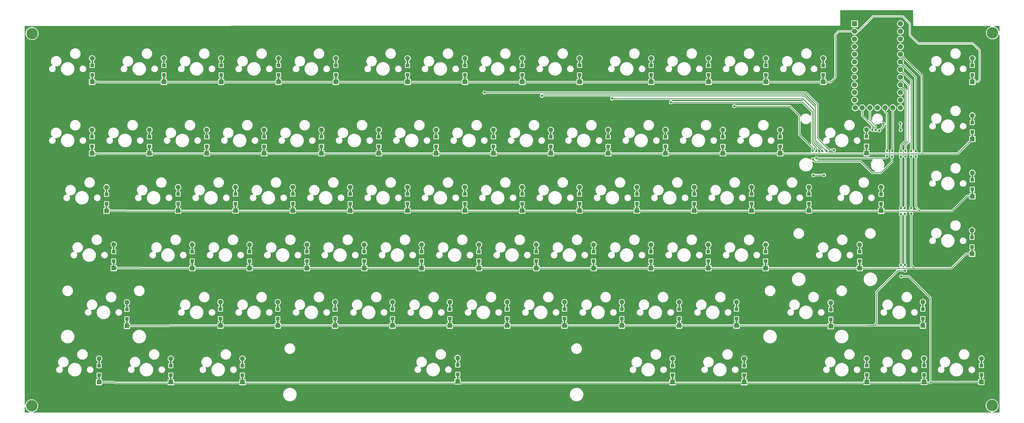
<source format=gbr>
G04 #@! TF.GenerationSoftware,KiCad,Pcbnew,(6.0.10)*
G04 #@! TF.CreationDate,2023-03-05T14:36:43-08:00*
G04 #@! TF.ProjectId,keyboard,6b657962-6f61-4726-942e-6b696361645f,rev?*
G04 #@! TF.SameCoordinates,Original*
G04 #@! TF.FileFunction,Copper,L1,Top*
G04 #@! TF.FilePolarity,Positive*
%FSLAX46Y46*%
G04 Gerber Fmt 4.6, Leading zero omitted, Abs format (unit mm)*
G04 Created by KiCad (PCBNEW (6.0.10)) date 2023-03-05 14:36:43*
%MOMM*%
%LPD*%
G01*
G04 APERTURE LIST*
G04 #@! TA.AperFunction,SMDPad,CuDef*
%ADD10R,0.500000X2.500000*%
G04 #@! TD*
G04 #@! TA.AperFunction,ComponentPad*
%ADD11R,1.600000X1.600000*%
G04 #@! TD*
G04 #@! TA.AperFunction,SMDPad,CuDef*
%ADD12R,1.200000X1.200000*%
G04 #@! TD*
G04 #@! TA.AperFunction,ComponentPad*
%ADD13C,1.600000*%
G04 #@! TD*
G04 #@! TA.AperFunction,ComponentPad*
%ADD14C,3.800000*%
G04 #@! TD*
G04 #@! TA.AperFunction,ComponentPad*
%ADD15R,1.752600X1.752600*%
G04 #@! TD*
G04 #@! TA.AperFunction,ComponentPad*
%ADD16C,1.752600*%
G04 #@! TD*
G04 #@! TA.AperFunction,ViaPad*
%ADD17C,0.800000*%
G04 #@! TD*
G04 #@! TA.AperFunction,Conductor*
%ADD18C,0.200000*%
G04 #@! TD*
G04 #@! TA.AperFunction,Conductor*
%ADD19C,0.250000*%
G04 #@! TD*
G04 APERTURE END LIST*
D10*
X232320000Y-143650000D03*
D11*
X232320000Y-144850000D03*
D12*
X232320000Y-142525000D03*
D13*
X232320000Y-137050000D03*
D12*
X232320000Y-139375000D03*
D10*
X232320000Y-138250000D03*
D12*
X274950000Y-199775000D03*
D10*
X274950000Y-200900000D03*
D11*
X274950000Y-202100000D03*
D12*
X274950000Y-196625000D03*
D10*
X274950000Y-195500000D03*
D13*
X274950000Y-194300000D03*
D11*
X382450000Y-202330000D03*
D12*
X382450000Y-200005000D03*
D10*
X382450000Y-201130000D03*
D12*
X382450000Y-196855000D03*
D13*
X382450000Y-194530000D03*
D10*
X382450000Y-195730000D03*
X429507500Y-119870000D03*
D12*
X429507500Y-118745000D03*
D11*
X429507500Y-121070000D03*
D10*
X429507500Y-114470000D03*
D13*
X429507500Y-113270000D03*
D12*
X429507500Y-115595000D03*
D11*
X218052500Y-121070000D03*
D12*
X218052500Y-118745000D03*
D10*
X218052500Y-119870000D03*
D13*
X218052500Y-113270000D03*
D10*
X218052500Y-114470000D03*
D12*
X218052500Y-115595000D03*
X203745000Y-161575000D03*
D10*
X203745000Y-162700000D03*
D11*
X203745000Y-163900000D03*
D12*
X203745000Y-158425000D03*
D13*
X203745000Y-156100000D03*
D10*
X203745000Y-157300000D03*
X170330000Y-181800000D03*
D12*
X170330000Y-180675000D03*
D11*
X170330000Y-183000000D03*
D10*
X170330000Y-176400000D03*
D13*
X170330000Y-175200000D03*
D12*
X170330000Y-177525000D03*
D10*
X194220000Y-143650000D03*
D12*
X194220000Y-142525000D03*
D11*
X194220000Y-144850000D03*
D12*
X194220000Y-139375000D03*
D10*
X194220000Y-138250000D03*
D13*
X194220000Y-137050000D03*
D11*
X251370000Y-144850000D03*
D10*
X251370000Y-143650000D03*
D12*
X251370000Y-142525000D03*
D13*
X251370000Y-137050000D03*
D10*
X251370000Y-138250000D03*
D12*
X251370000Y-139375000D03*
D11*
X198750000Y-202100000D03*
D12*
X198750000Y-199775000D03*
D10*
X198750000Y-200900000D03*
D12*
X198750000Y-196625000D03*
D13*
X198750000Y-194300000D03*
D10*
X198750000Y-195500000D03*
D11*
X298995000Y-163900000D03*
D10*
X298995000Y-162700000D03*
D12*
X298995000Y-161575000D03*
X298995000Y-158425000D03*
D10*
X298995000Y-157300000D03*
D13*
X298995000Y-156100000D03*
D10*
X289470000Y-143650000D03*
D11*
X289470000Y-144850000D03*
D12*
X289470000Y-142525000D03*
X289470000Y-139375000D03*
D10*
X289470000Y-138250000D03*
D13*
X289470000Y-137050000D03*
D12*
X227480000Y-180675000D03*
D11*
X227480000Y-183000000D03*
D10*
X227480000Y-181800000D03*
X227480000Y-176400000D03*
D13*
X227480000Y-175200000D03*
D12*
X227480000Y-177525000D03*
D11*
X284630000Y-183000000D03*
D10*
X284630000Y-181800000D03*
D12*
X284630000Y-180675000D03*
D13*
X284630000Y-175200000D03*
D10*
X284630000Y-176400000D03*
D12*
X284630000Y-177525000D03*
X429487500Y-137762500D03*
D11*
X429487500Y-140087500D03*
D10*
X429487500Y-138887500D03*
X429487500Y-133487500D03*
D13*
X429487500Y-132287500D03*
D12*
X429487500Y-134612500D03*
X217800000Y-199775000D03*
D11*
X217800000Y-202100000D03*
D10*
X217800000Y-200900000D03*
D13*
X217800000Y-194300000D03*
D12*
X217800000Y-196625000D03*
D10*
X217800000Y-195500000D03*
D11*
X137070000Y-144850000D03*
D10*
X137070000Y-143650000D03*
D12*
X137070000Y-142525000D03*
D13*
X137070000Y-137050000D03*
D10*
X137070000Y-138250000D03*
D12*
X137070000Y-139375000D03*
D10*
X165645000Y-162700000D03*
D11*
X165645000Y-163900000D03*
D12*
X165645000Y-161575000D03*
X165645000Y-158425000D03*
D13*
X165645000Y-156100000D03*
D10*
X165645000Y-157300000D03*
D11*
X413460000Y-220870000D03*
D12*
X413460000Y-218545000D03*
D10*
X413460000Y-219670000D03*
X413460000Y-214270000D03*
D12*
X413460000Y-215395000D03*
D13*
X413460000Y-213070000D03*
D10*
X329890000Y-219700000D03*
D12*
X329890000Y-218575000D03*
D11*
X329890000Y-220900000D03*
D10*
X329890000Y-214300000D03*
D13*
X329890000Y-213100000D03*
D12*
X329890000Y-215425000D03*
D10*
X365670000Y-143650000D03*
D12*
X365670000Y-142525000D03*
D11*
X365670000Y-144850000D03*
D13*
X365670000Y-137050000D03*
D10*
X365670000Y-138250000D03*
D12*
X365670000Y-139375000D03*
D11*
X179952500Y-121070000D03*
D10*
X179952500Y-119870000D03*
D12*
X179952500Y-118745000D03*
X179952500Y-115595000D03*
D13*
X179952500Y-113270000D03*
D10*
X179952500Y-114470000D03*
X144250000Y-181770000D03*
D12*
X144250000Y-180645000D03*
D11*
X144250000Y-182970000D03*
D13*
X144250000Y-175170000D03*
D10*
X144250000Y-176370000D03*
D12*
X144250000Y-177495000D03*
D11*
X327570000Y-144850000D03*
D10*
X327570000Y-143650000D03*
D12*
X327570000Y-142525000D03*
D10*
X327570000Y-138250000D03*
D12*
X327570000Y-139375000D03*
D13*
X327570000Y-137050000D03*
D12*
X303680000Y-180675000D03*
D10*
X303680000Y-181800000D03*
D11*
X303680000Y-183000000D03*
D10*
X303680000Y-176400000D03*
D13*
X303680000Y-175200000D03*
D12*
X303680000Y-177525000D03*
X360927500Y-118745000D03*
D11*
X360927500Y-121070000D03*
D10*
X360927500Y-119870000D03*
X360927500Y-114470000D03*
D13*
X360927500Y-113270000D03*
D12*
X360927500Y-115595000D03*
X351150000Y-199775000D03*
D10*
X351150000Y-200900000D03*
D11*
X351150000Y-202100000D03*
D10*
X351150000Y-195500000D03*
D13*
X351150000Y-194300000D03*
D12*
X351150000Y-196625000D03*
D11*
X318045000Y-163900000D03*
D10*
X318045000Y-162700000D03*
D12*
X318045000Y-161575000D03*
D10*
X318045000Y-157300000D03*
D13*
X318045000Y-156100000D03*
D12*
X318045000Y-158425000D03*
D10*
X341780000Y-181800000D03*
D12*
X341780000Y-180675000D03*
D11*
X341780000Y-183000000D03*
D10*
X341780000Y-176400000D03*
D13*
X341780000Y-175200000D03*
D12*
X341780000Y-177525000D03*
D11*
X265580000Y-183000000D03*
D12*
X265580000Y-180675000D03*
D10*
X265580000Y-181800000D03*
X265580000Y-176400000D03*
D13*
X265580000Y-175200000D03*
D12*
X265580000Y-177525000D03*
D11*
X294000000Y-202100000D03*
D10*
X294000000Y-200900000D03*
D12*
X294000000Y-199775000D03*
D13*
X294000000Y-194300000D03*
D12*
X294000000Y-196625000D03*
D10*
X294000000Y-195500000D03*
X199002500Y-119870000D03*
D11*
X199002500Y-121070000D03*
D12*
X199002500Y-118745000D03*
D10*
X199002500Y-114470000D03*
D12*
X199002500Y-115595000D03*
D13*
X199002500Y-113270000D03*
D14*
X117110000Y-105010000D03*
D10*
X360830000Y-181800000D03*
D11*
X360830000Y-183000000D03*
D12*
X360830000Y-180675000D03*
D13*
X360830000Y-175200000D03*
D10*
X360830000Y-176400000D03*
D12*
X360830000Y-177525000D03*
D10*
X148630000Y-201000000D03*
D12*
X148630000Y-199875000D03*
D11*
X148630000Y-202200000D03*
D12*
X148630000Y-196725000D03*
D13*
X148630000Y-194400000D03*
D10*
X148630000Y-195600000D03*
X394410000Y-219670000D03*
D11*
X394410000Y-220870000D03*
D12*
X394410000Y-218545000D03*
X394410000Y-215395000D03*
D13*
X394410000Y-213070000D03*
D10*
X394410000Y-214270000D03*
D12*
X337095000Y-161575000D03*
D10*
X337095000Y-162700000D03*
D11*
X337095000Y-163900000D03*
D13*
X337095000Y-156100000D03*
D10*
X337095000Y-157300000D03*
D12*
X337095000Y-158425000D03*
D10*
X139390000Y-219700000D03*
D11*
X139390000Y-220900000D03*
D12*
X139390000Y-218575000D03*
X139390000Y-215425000D03*
D13*
X139390000Y-213100000D03*
D10*
X139390000Y-214300000D03*
D11*
X179700000Y-202100000D03*
D10*
X179700000Y-200900000D03*
D12*
X179700000Y-199775000D03*
D13*
X179700000Y-194300000D03*
D12*
X179700000Y-196625000D03*
D10*
X179700000Y-195500000D03*
D12*
X184695000Y-161575000D03*
D11*
X184695000Y-163900000D03*
D10*
X184695000Y-162700000D03*
X184695000Y-157300000D03*
D13*
X184695000Y-156100000D03*
D12*
X184695000Y-158425000D03*
X299015000Y-118745000D03*
D10*
X299015000Y-119870000D03*
D11*
X299015000Y-121070000D03*
D10*
X299015000Y-114470000D03*
D12*
X299015000Y-115595000D03*
D13*
X299015000Y-113270000D03*
D10*
X341877500Y-119870000D03*
D12*
X341877500Y-118745000D03*
D11*
X341877500Y-121070000D03*
D13*
X341877500Y-113270000D03*
D10*
X341877500Y-114470000D03*
D12*
X341877500Y-115595000D03*
D10*
X353702500Y-219700000D03*
D12*
X353702500Y-218575000D03*
D11*
X353702500Y-220900000D03*
D13*
X353702500Y-213100000D03*
D10*
X353702500Y-214300000D03*
D12*
X353702500Y-215425000D03*
X236850000Y-199775000D03*
D11*
X236850000Y-202100000D03*
D10*
X236850000Y-200900000D03*
X236850000Y-195500000D03*
D12*
X236850000Y-196625000D03*
D13*
X236850000Y-194300000D03*
D12*
X189380000Y-180675000D03*
D11*
X189380000Y-183000000D03*
D10*
X189380000Y-181800000D03*
D12*
X189380000Y-177525000D03*
D13*
X189380000Y-175200000D03*
D10*
X189380000Y-176400000D03*
X246530000Y-181800000D03*
D11*
X246530000Y-183000000D03*
D12*
X246530000Y-180675000D03*
D13*
X246530000Y-175200000D03*
D12*
X246530000Y-177525000D03*
D10*
X246530000Y-176400000D03*
D12*
X241865000Y-118745000D03*
D11*
X241865000Y-121070000D03*
D10*
X241865000Y-119870000D03*
D12*
X241865000Y-115595000D03*
D10*
X241865000Y-114470000D03*
D13*
X241865000Y-113270000D03*
D11*
X258500000Y-220690000D03*
D12*
X258500000Y-218365000D03*
D10*
X258500000Y-219490000D03*
D13*
X258500000Y-212890000D03*
D10*
X258500000Y-214090000D03*
D12*
X258500000Y-215215000D03*
D10*
X141860000Y-162760000D03*
D12*
X141860000Y-161635000D03*
D11*
X141860000Y-163960000D03*
D10*
X141860000Y-157360000D03*
D12*
X141860000Y-158485000D03*
D13*
X141860000Y-156160000D03*
D10*
X260895000Y-162700000D03*
D12*
X260895000Y-161575000D03*
D11*
X260895000Y-163900000D03*
D13*
X260895000Y-156100000D03*
D12*
X260895000Y-158425000D03*
D10*
X260895000Y-157300000D03*
X175170000Y-143650000D03*
D12*
X175170000Y-142525000D03*
D11*
X175170000Y-144850000D03*
D10*
X175170000Y-138250000D03*
D12*
X175170000Y-139375000D03*
D13*
X175170000Y-137050000D03*
D14*
X436070000Y-228700000D03*
X117020000Y-228770000D03*
D12*
X163202500Y-218575000D03*
D11*
X163202500Y-220900000D03*
D10*
X163202500Y-219700000D03*
D12*
X163202500Y-215425000D03*
D10*
X163202500Y-214300000D03*
D13*
X163202500Y-213100000D03*
D11*
X255900000Y-202100000D03*
D12*
X255900000Y-199775000D03*
D10*
X255900000Y-200900000D03*
D12*
X255900000Y-196625000D03*
D10*
X255900000Y-195500000D03*
D13*
X255900000Y-194300000D03*
D10*
X356145000Y-162700000D03*
D12*
X356145000Y-161575000D03*
D11*
X356145000Y-163900000D03*
D12*
X356145000Y-158425000D03*
D13*
X356145000Y-156100000D03*
D10*
X356145000Y-157300000D03*
D11*
X332100000Y-202100000D03*
D10*
X332100000Y-200900000D03*
D12*
X332100000Y-199775000D03*
D10*
X332100000Y-195500000D03*
D12*
X332100000Y-196625000D03*
D13*
X332100000Y-194300000D03*
D12*
X241845000Y-161575000D03*
D11*
X241845000Y-163900000D03*
D10*
X241845000Y-162700000D03*
D13*
X241845000Y-156100000D03*
D10*
X241845000Y-157300000D03*
D12*
X241845000Y-158425000D03*
D10*
X208430000Y-181800000D03*
D12*
X208430000Y-180675000D03*
D11*
X208430000Y-183000000D03*
D13*
X208430000Y-175200000D03*
D10*
X208430000Y-176400000D03*
D12*
X208430000Y-177525000D03*
D14*
X436180000Y-104790000D03*
D11*
X137090000Y-121070000D03*
D12*
X137090000Y-118745000D03*
D10*
X137090000Y-119870000D03*
D12*
X137090000Y-115595000D03*
D10*
X137090000Y-114470000D03*
D13*
X137090000Y-113270000D03*
D11*
X392060000Y-183000000D03*
D12*
X392060000Y-180675000D03*
D10*
X392060000Y-181800000D03*
D12*
X392060000Y-177525000D03*
D13*
X392060000Y-175200000D03*
D10*
X392060000Y-176400000D03*
X156120000Y-143650000D03*
D11*
X156120000Y-144850000D03*
D12*
X156120000Y-142525000D03*
X156120000Y-139375000D03*
D13*
X156120000Y-137050000D03*
D10*
X156120000Y-138250000D03*
D11*
X279965000Y-121070000D03*
D10*
X279965000Y-119870000D03*
D12*
X279965000Y-118745000D03*
D13*
X279965000Y-113270000D03*
D10*
X279965000Y-114470000D03*
D12*
X279965000Y-115595000D03*
D11*
X222795000Y-163900000D03*
D12*
X222795000Y-161575000D03*
D10*
X222795000Y-162700000D03*
D12*
X222795000Y-158425000D03*
D10*
X222795000Y-157300000D03*
D13*
X222795000Y-156100000D03*
D11*
X413062500Y-202100000D03*
D12*
X413062500Y-199775000D03*
D10*
X413062500Y-200900000D03*
X413062500Y-195500000D03*
D13*
X413062500Y-194300000D03*
D12*
X413062500Y-196625000D03*
D11*
X313050000Y-202100000D03*
D10*
X313050000Y-200900000D03*
D12*
X313050000Y-199775000D03*
D10*
X313050000Y-195500000D03*
D13*
X313050000Y-194300000D03*
D12*
X313050000Y-196625000D03*
D10*
X213270000Y-143650000D03*
D11*
X213270000Y-144850000D03*
D12*
X213270000Y-142525000D03*
X213270000Y-139375000D03*
D10*
X213270000Y-138250000D03*
D13*
X213270000Y-137050000D03*
D10*
X394340000Y-143570000D03*
D12*
X394340000Y-142445000D03*
D11*
X394340000Y-144770000D03*
D10*
X394340000Y-138170000D03*
D12*
X394340000Y-139295000D03*
D13*
X394340000Y-136970000D03*
D11*
X429487500Y-159137500D03*
D12*
X429487500Y-156812500D03*
D10*
X429487500Y-157937500D03*
D12*
X429487500Y-153662500D03*
D10*
X429487500Y-152537500D03*
D13*
X429487500Y-151337500D03*
D11*
X270420000Y-144850000D03*
D12*
X270420000Y-142525000D03*
D10*
X270420000Y-143650000D03*
D12*
X270420000Y-139375000D03*
D10*
X270420000Y-138250000D03*
D13*
X270420000Y-137050000D03*
D12*
X429410000Y-175912500D03*
D10*
X429410000Y-177037500D03*
D11*
X429410000Y-178237500D03*
D12*
X429410000Y-172762500D03*
D13*
X429410000Y-170437500D03*
D10*
X429410000Y-171637500D03*
X379977500Y-119870000D03*
D11*
X379977500Y-121070000D03*
D12*
X379977500Y-118745000D03*
D13*
X379977500Y-113270000D03*
D10*
X379977500Y-114470000D03*
D12*
X379977500Y-115595000D03*
X322730000Y-180675000D03*
D11*
X322730000Y-183000000D03*
D10*
X322730000Y-181800000D03*
D13*
X322730000Y-175200000D03*
D10*
X322730000Y-176400000D03*
D12*
X322730000Y-177525000D03*
X322827500Y-118745000D03*
D11*
X322827500Y-121070000D03*
D10*
X322827500Y-119870000D03*
X322827500Y-114470000D03*
D13*
X322827500Y-113270000D03*
D12*
X322827500Y-115595000D03*
D11*
X375195000Y-163900000D03*
D12*
X375195000Y-161575000D03*
D10*
X375195000Y-162700000D03*
X375195000Y-157300000D03*
D12*
X375195000Y-158425000D03*
D13*
X375195000Y-156100000D03*
D10*
X399200000Y-162730000D03*
D12*
X399200000Y-161605000D03*
D11*
X399200000Y-163930000D03*
D13*
X399200000Y-156130000D03*
D10*
X399200000Y-157330000D03*
D12*
X399200000Y-158455000D03*
D10*
X187015000Y-219700000D03*
D12*
X187015000Y-218575000D03*
D11*
X187015000Y-220900000D03*
D10*
X187015000Y-214300000D03*
D12*
X187015000Y-215425000D03*
D13*
X187015000Y-213100000D03*
D11*
X279945000Y-163900000D03*
D12*
X279945000Y-161575000D03*
D10*
X279945000Y-162700000D03*
D13*
X279945000Y-156100000D03*
D12*
X279945000Y-158425000D03*
D10*
X279945000Y-157300000D03*
D12*
X308520000Y-142525000D03*
D11*
X308520000Y-144850000D03*
D10*
X308520000Y-143650000D03*
X308520000Y-138250000D03*
D12*
X308520000Y-139375000D03*
D13*
X308520000Y-137050000D03*
D11*
X432510000Y-220870000D03*
D10*
X432510000Y-219670000D03*
D12*
X432510000Y-218545000D03*
D13*
X432510000Y-213070000D03*
D12*
X432510000Y-215395000D03*
D10*
X432510000Y-214270000D03*
D12*
X346620000Y-142525000D03*
D10*
X346620000Y-143650000D03*
D11*
X346620000Y-144850000D03*
D13*
X346620000Y-137050000D03*
D12*
X346620000Y-139375000D03*
D10*
X346620000Y-138250000D03*
X260915000Y-119870000D03*
D12*
X260915000Y-118745000D03*
D11*
X260915000Y-121070000D03*
D10*
X260915000Y-114470000D03*
D12*
X260915000Y-115595000D03*
D13*
X260915000Y-113270000D03*
D12*
X160902500Y-118745000D03*
D10*
X160902500Y-119870000D03*
D11*
X160902500Y-121070000D03*
D10*
X160902500Y-114470000D03*
D12*
X160902500Y-115595000D03*
D13*
X160902500Y-113270000D03*
D15*
X390380000Y-101770000D03*
D16*
X390380000Y-104310000D03*
X390380000Y-106850000D03*
X390380000Y-109390000D03*
X390380000Y-111930000D03*
X390380000Y-114470000D03*
X390380000Y-117010000D03*
X390380000Y-119550000D03*
X390380000Y-122090000D03*
X390380000Y-124630000D03*
X390380000Y-127170000D03*
X390608600Y-129710000D03*
X405620000Y-129710000D03*
X405620000Y-127170000D03*
X405620000Y-124630000D03*
X405620000Y-122090000D03*
X405620000Y-119550000D03*
X405620000Y-117010000D03*
X405620000Y-114470000D03*
X405620000Y-111930000D03*
X405620000Y-109390000D03*
X405620000Y-106850000D03*
X405620000Y-104310000D03*
X405620000Y-101770000D03*
X392920000Y-129710000D03*
X395460000Y-129710000D03*
X398000000Y-129710000D03*
X400540000Y-129710000D03*
X403080000Y-129710000D03*
D17*
X401160000Y-145890000D03*
X407140000Y-181910000D03*
X405770000Y-145930000D03*
X350390000Y-129160000D03*
X329340000Y-127880000D03*
X376650000Y-152120000D03*
X399960000Y-135050000D03*
X376490000Y-144010000D03*
X405870000Y-185750000D03*
X407150000Y-164980000D03*
X405770000Y-143970000D03*
X379605000Y-144075000D03*
X401160000Y-144000000D03*
X405690000Y-137070000D03*
X407160000Y-183850000D03*
X377620000Y-146450000D03*
X407270000Y-145880000D03*
X267400000Y-124640000D03*
X380210000Y-152090000D03*
X405760000Y-165040000D03*
X407270000Y-143990000D03*
X402800000Y-145950000D03*
X398590000Y-137270000D03*
X383570000Y-143730000D03*
X410640000Y-144100000D03*
X409160000Y-164870000D03*
X409160000Y-163030000D03*
X286460000Y-125740000D03*
X409180000Y-145920000D03*
X407070000Y-163020000D03*
X409180000Y-144040000D03*
X377680000Y-144050000D03*
X381080000Y-144090000D03*
X410680000Y-145860000D03*
X397350000Y-137180000D03*
X405630000Y-134930000D03*
X405770000Y-163030000D03*
X376520000Y-146860000D03*
X405780000Y-181980000D03*
X402850000Y-143990000D03*
X396240000Y-137070000D03*
X309850000Y-126670000D03*
D18*
X384080000Y-105220000D02*
X384100000Y-105220000D01*
D19*
X376260000Y-142860000D02*
X376490000Y-143090000D01*
X377350000Y-140400000D02*
X377350000Y-129460000D01*
X377620000Y-146450000D02*
X400600000Y-146450000D01*
D18*
X396600000Y-99270000D02*
X391560000Y-104310000D01*
D19*
X412130000Y-164030000D02*
X422710000Y-164030000D01*
X400540000Y-131040000D02*
X400540000Y-129710000D01*
D18*
X431260000Y-121070000D02*
X431910000Y-120420000D01*
D19*
X405870000Y-185750000D02*
X408430000Y-185750000D01*
X381970000Y-143730000D02*
X383570000Y-143730000D01*
D18*
X408710000Y-101700000D02*
X406280000Y-99270000D01*
D19*
X378050000Y-128530000D02*
X378050000Y-139810000D01*
X376040000Y-130750000D02*
X376280000Y-130990000D01*
X402800000Y-147660000D02*
X402800000Y-145950000D01*
D18*
X385010000Y-104310000D02*
X390380000Y-104310000D01*
D19*
X162780000Y-202130000D02*
X162710000Y-202200000D01*
X415580000Y-221180000D02*
X144530000Y-221180000D01*
D18*
X391560000Y-104310000D02*
X390380000Y-104310000D01*
X407070000Y-163020000D02*
X407270000Y-162820000D01*
D19*
X399170000Y-151290000D02*
X400450000Y-150010000D01*
X412130000Y-164030000D02*
X410680000Y-162580000D01*
X138967500Y-121167500D02*
X138870000Y-121070000D01*
X409180000Y-144040000D02*
X409180000Y-120570000D01*
X410240000Y-183080000D02*
X422530000Y-183080000D01*
X162710000Y-202200000D02*
X148630000Y-202200000D01*
X138870000Y-121070000D02*
X137090000Y-121070000D01*
X376750000Y-127230000D02*
X378050000Y-128530000D01*
X376780000Y-141250000D02*
X376780000Y-130250000D01*
D18*
X413062500Y-202100000D02*
X394920000Y-202100000D01*
D19*
X377240000Y-142550000D02*
X377680000Y-142990000D01*
D18*
X406280000Y-99270000D02*
X396600000Y-99270000D01*
D19*
X410680000Y-162580000D02*
X410680000Y-145860000D01*
X401160000Y-144000000D02*
X401160000Y-131660000D01*
X422710000Y-164030000D02*
X427602500Y-159137500D01*
X427372500Y-178237500D02*
X429410000Y-178237500D01*
X373200000Y-126670000D02*
X309850000Y-126670000D01*
X148422500Y-163960000D02*
X141860000Y-163960000D01*
X400600000Y-146450000D02*
X401160000Y-145890000D01*
X144250000Y-220900000D02*
X139390000Y-220900000D01*
X397350000Y-137180000D02*
X397350000Y-135730000D01*
X384080000Y-105220000D02*
X384060000Y-105240000D01*
X405630000Y-137010000D02*
X405690000Y-137070000D01*
X148492500Y-164030000D02*
X148422500Y-163960000D01*
X360660000Y-129160000D02*
X360680000Y-129140000D01*
X371990000Y-138590000D02*
X376260000Y-142860000D01*
X427602500Y-159137500D02*
X429487500Y-159137500D01*
X412760000Y-119070000D02*
X405620000Y-111930000D01*
X412760000Y-144980000D02*
X412760000Y-119070000D01*
X373170000Y-127880000D02*
X376040000Y-130750000D01*
X350390000Y-129160000D02*
X360660000Y-129160000D01*
X376280000Y-134200000D02*
X376280000Y-141590000D01*
X376520000Y-146860000D02*
X377220000Y-147560000D01*
X376680000Y-152090000D02*
X376650000Y-152120000D01*
D18*
X408710000Y-105450000D02*
X408710000Y-101700000D01*
D19*
X380210000Y-152090000D02*
X376680000Y-152090000D01*
X377220000Y-147560000D02*
X392030000Y-147560000D01*
X329340000Y-127880000D02*
X373170000Y-127880000D01*
X397650000Y-201280000D02*
X397650000Y-190840000D01*
X138967500Y-144980000D02*
X138837500Y-144850000D01*
X422530000Y-183080000D02*
X427372500Y-178237500D01*
X382491396Y-121167500D02*
X138967500Y-121167500D01*
X424595000Y-144980000D02*
X429487500Y-140087500D01*
X376280000Y-130990000D02*
X376280000Y-134200000D01*
X409180000Y-120570000D02*
X405620000Y-117010000D01*
X376280000Y-141590000D02*
X377240000Y-142550000D01*
X374160000Y-124640000D02*
X376750000Y-127230000D01*
X144530000Y-221180000D02*
X144250000Y-220900000D01*
X397650000Y-190840000D02*
X404640000Y-183850000D01*
X410240000Y-183080000D02*
X153255000Y-183080000D01*
X377680000Y-142990000D02*
X377680000Y-144050000D01*
X376490000Y-143090000D02*
X376490000Y-144010000D01*
X384060000Y-119598896D02*
X382491396Y-121167500D01*
X401160000Y-131660000D02*
X400540000Y-131040000D01*
D18*
X408340000Y-141140000D02*
X408340000Y-122270000D01*
D19*
X409160000Y-182000000D02*
X410240000Y-183080000D01*
X405630000Y-134930000D02*
X405630000Y-137010000D01*
X377350000Y-129460000D02*
X373570000Y-125680000D01*
X405780000Y-165060000D02*
X405760000Y-165040000D01*
D18*
X411560000Y-108300000D02*
X408710000Y-105450000D01*
D19*
X368880000Y-129140000D02*
X371040000Y-131300000D01*
X405780000Y-181980000D02*
X405780000Y-165060000D01*
X403080000Y-143760000D02*
X403080000Y-129710000D01*
X371990000Y-136980000D02*
X371990000Y-138590000D01*
D18*
X384100000Y-105220000D02*
X385010000Y-104310000D01*
D19*
X395460000Y-133840000D02*
X395460000Y-129710000D01*
X404640000Y-183850000D02*
X407160000Y-183850000D01*
X376780000Y-130250000D02*
X373200000Y-126670000D01*
D18*
X431910000Y-120420000D02*
X431910000Y-110540000D01*
D19*
X398590000Y-137270000D02*
X399960000Y-135900000D01*
D18*
X394920000Y-202100000D02*
X394890000Y-202130000D01*
D19*
X371040000Y-131300000D02*
X371990000Y-132250000D01*
X396800000Y-202130000D02*
X397650000Y-201280000D01*
X392030000Y-147560000D02*
X392460000Y-147560000D01*
X373570000Y-125680000D02*
X286520000Y-125680000D01*
X396240000Y-135640000D02*
X392920000Y-132320000D01*
X409180000Y-145920000D02*
X409180000Y-163010000D01*
X415580000Y-221180000D02*
X415890000Y-220870000D01*
X415580000Y-192900000D02*
X415580000Y-221180000D01*
X396240000Y-137070000D02*
X396240000Y-135640000D01*
X410640000Y-119490000D02*
X405620000Y-114470000D01*
X405770000Y-163030000D02*
X405770000Y-145930000D01*
X153145000Y-182970000D02*
X144250000Y-182970000D01*
X410640000Y-144100000D02*
X410640000Y-119490000D01*
X415890000Y-220870000D02*
X432510000Y-220870000D01*
X379605000Y-144075000D02*
X376780000Y-141250000D01*
D18*
X407140000Y-181910000D02*
X407140000Y-164990000D01*
D19*
X407400000Y-123870000D02*
X405620000Y-122090000D01*
D18*
X407270000Y-143990000D02*
X407270000Y-142210000D01*
D19*
X378050000Y-139810000D02*
X381970000Y-143730000D01*
X153255000Y-183080000D02*
X153145000Y-182970000D01*
X360680000Y-129140000D02*
X368880000Y-129140000D01*
X409180000Y-163010000D02*
X409160000Y-163030000D01*
X392920000Y-132320000D02*
X392920000Y-129710000D01*
D18*
X408340000Y-122270000D02*
X405620000Y-119550000D01*
D19*
X408430000Y-185750000D02*
X415580000Y-192900000D01*
X371990000Y-132250000D02*
X371990000Y-136980000D01*
X405770000Y-143970000D02*
X405770000Y-142260000D01*
X407400000Y-140630000D02*
X407400000Y-123870000D01*
D18*
X407270000Y-142210000D02*
X408340000Y-141140000D01*
D19*
X399960000Y-135900000D02*
X399960000Y-135050000D01*
X138967500Y-144980000D02*
X412760000Y-144980000D01*
X409160000Y-164870000D02*
X409160000Y-182000000D01*
D18*
X431910000Y-110540000D02*
X429670000Y-108300000D01*
D19*
X148492500Y-164030000D02*
X412130000Y-164030000D01*
X396800000Y-202130000D02*
X394890000Y-202130000D01*
X400450000Y-150010000D02*
X402800000Y-147660000D01*
X402850000Y-143990000D02*
X403080000Y-143760000D01*
X267400000Y-124640000D02*
X374160000Y-124640000D01*
X412760000Y-144980000D02*
X424090000Y-144980000D01*
D18*
X429507500Y-121070000D02*
X431260000Y-121070000D01*
X407140000Y-164990000D02*
X407150000Y-164980000D01*
D19*
X397350000Y-135730000D02*
X395460000Y-133840000D01*
X396190000Y-151290000D02*
X399170000Y-151290000D01*
X384060000Y-105240000D02*
X384060000Y-119598896D01*
X424090000Y-144980000D02*
X424595000Y-144980000D01*
X392460000Y-147560000D02*
X396190000Y-151290000D01*
D18*
X429670000Y-108300000D02*
X411560000Y-108300000D01*
D19*
X381040000Y-144090000D02*
X377350000Y-140400000D01*
X381080000Y-144090000D02*
X381040000Y-144090000D01*
X286520000Y-125680000D02*
X286460000Y-125740000D01*
X405770000Y-142260000D02*
X407400000Y-140630000D01*
X394890000Y-202130000D02*
X162780000Y-202130000D01*
X138837500Y-144850000D02*
X137070000Y-144850000D01*
X409170000Y-145930000D02*
X409180000Y-145920000D01*
D18*
X407270000Y-162820000D02*
X407270000Y-145880000D01*
G04 #@! TA.AperFunction,NonConductor*
G36*
X438434019Y-102513298D02*
G01*
X438480563Y-102566909D01*
X438492000Y-102619361D01*
X438492000Y-104143161D01*
X438471998Y-104211282D01*
X438418342Y-104257775D01*
X438348068Y-104267879D01*
X438283488Y-104238385D01*
X438247227Y-104185221D01*
X438159674Y-103937979D01*
X438158243Y-103933938D01*
X438023759Y-103673380D01*
X437855158Y-103433484D01*
X437843229Y-103420647D01*
X437658479Y-103221833D01*
X437658476Y-103221831D01*
X437655558Y-103218690D01*
X437428655Y-103032972D01*
X437178646Y-102879766D01*
X437152991Y-102868504D01*
X436914090Y-102763634D01*
X436910158Y-102761908D01*
X436883707Y-102754373D01*
X436840169Y-102741971D01*
X436780134Y-102704072D01*
X436750120Y-102639732D01*
X436759655Y-102569379D01*
X436805712Y-102515349D01*
X436874567Y-102494792D01*
X438271907Y-102493451D01*
X438365879Y-102493361D01*
X438434019Y-102513298D01*
G37*
G04 #@! TD.AperFunction*
G04 #@! TA.AperFunction,NonConductor*
G36*
X373060394Y-127065502D02*
G01*
X373081368Y-127082405D01*
X373286864Y-127287901D01*
X373320890Y-127350213D01*
X373315825Y-127421028D01*
X373273278Y-127477864D01*
X373202717Y-127502899D01*
X373171638Y-127504120D01*
X373164443Y-127504403D01*
X373159498Y-127504500D01*
X329937577Y-127504500D01*
X329869456Y-127484498D01*
X329841853Y-127457736D01*
X329840856Y-127458615D01*
X329835837Y-127452922D01*
X329831531Y-127446657D01*
X329802766Y-127421028D01*
X329719648Y-127346972D01*
X329719645Y-127346970D01*
X329713976Y-127341919D01*
X329602422Y-127282854D01*
X329551579Y-127233301D01*
X329535597Y-127164127D01*
X329559551Y-127097293D01*
X329615835Y-127054020D01*
X329661381Y-127045500D01*
X372992273Y-127045500D01*
X373060394Y-127065502D01*
G37*
G04 #@! TD.AperFunction*
G04 #@! TA.AperFunction,NonConductor*
G36*
X374020394Y-125035502D02*
G01*
X374041368Y-125052405D01*
X376442094Y-127453131D01*
X377637595Y-128648633D01*
X377671621Y-128710945D01*
X377674500Y-128737728D01*
X377674500Y-128949273D01*
X377654498Y-129017394D01*
X377600842Y-129063887D01*
X377530568Y-129073991D01*
X377465988Y-129044497D01*
X377459405Y-129038368D01*
X373873348Y-125452311D01*
X373858623Y-125434080D01*
X373857222Y-125432540D01*
X373851572Y-125423790D01*
X373825535Y-125403264D01*
X373821168Y-125399383D01*
X373821102Y-125399461D01*
X373817144Y-125396107D01*
X373813462Y-125392425D01*
X373809231Y-125389402D01*
X373809228Y-125389399D01*
X373804409Y-125385956D01*
X373797948Y-125381339D01*
X373793212Y-125377783D01*
X373753400Y-125346397D01*
X373744851Y-125343395D01*
X373737481Y-125338128D01*
X373704203Y-125328176D01*
X373688930Y-125323608D01*
X373683286Y-125321774D01*
X373642935Y-125307604D01*
X373642929Y-125307603D01*
X373635452Y-125304977D01*
X373629945Y-125304500D01*
X373627238Y-125304500D01*
X373624665Y-125304389D01*
X373624506Y-125304341D01*
X373624512Y-125304197D01*
X373623892Y-125304158D01*
X373617713Y-125302310D01*
X373564445Y-125304403D01*
X373559498Y-125304500D01*
X286997098Y-125304500D01*
X286928977Y-125284498D01*
X286913288Y-125272583D01*
X286871750Y-125235575D01*
X286834196Y-125175325D01*
X286835177Y-125104335D01*
X286874382Y-125045145D01*
X286939364Y-125016547D01*
X286955571Y-125015500D01*
X373952273Y-125015500D01*
X374020394Y-125035502D01*
G37*
G04 #@! TD.AperFunction*
G04 #@! TA.AperFunction,NonConductor*
G36*
X396824012Y-135735505D02*
G01*
X396830595Y-135741634D01*
X396937595Y-135848634D01*
X396971621Y-135910946D01*
X396974500Y-135937729D01*
X396974500Y-136584392D01*
X396954498Y-136652513D01*
X396900842Y-136699006D01*
X396830568Y-136709110D01*
X396765988Y-136679616D01*
X396744660Y-136655759D01*
X396735836Y-136642920D01*
X396735834Y-136642917D01*
X396731531Y-136636657D01*
X396657681Y-136570859D01*
X396620125Y-136510609D01*
X396615500Y-136476783D01*
X396615500Y-135830729D01*
X396635502Y-135762608D01*
X396689158Y-135716115D01*
X396759432Y-135706011D01*
X396824012Y-135735505D01*
G37*
G04 #@! TD.AperFunction*
G04 #@! TA.AperFunction,NonConductor*
G36*
X399257986Y-134758559D02*
G01*
X399309427Y-134807491D01*
X399326247Y-134876467D01*
X399325305Y-134887067D01*
X399306751Y-135028000D01*
X399304758Y-135043138D01*
X399322035Y-135199633D01*
X399376143Y-135347490D01*
X399380380Y-135353796D01*
X399380382Y-135353799D01*
X399411424Y-135399993D01*
X399463958Y-135478172D01*
X399469573Y-135483281D01*
X399469578Y-135483287D01*
X399543300Y-135550369D01*
X399580222Y-135611009D01*
X399584500Y-135643562D01*
X399584500Y-135692273D01*
X399564498Y-135760394D01*
X399547595Y-135781368D01*
X398746060Y-136582903D01*
X398683748Y-136616929D01*
X398656306Y-136619806D01*
X398597866Y-136619500D01*
X398514684Y-136619065D01*
X398507305Y-136620837D01*
X398507301Y-136620837D01*
X398368967Y-136654048D01*
X398368963Y-136654049D01*
X398361588Y-136655820D01*
X398221679Y-136728032D01*
X398215957Y-136733024D01*
X398215955Y-136733025D01*
X398108759Y-136826538D01*
X398108756Y-136826541D01*
X398103034Y-136831533D01*
X398098667Y-136837746D01*
X398095291Y-136841496D01*
X398034844Y-136878735D01*
X397963860Y-136877382D01*
X397904876Y-136837867D01*
X397897816Y-136828551D01*
X397845836Y-136752920D01*
X397845834Y-136752917D01*
X397841531Y-136746657D01*
X397767681Y-136680859D01*
X397730125Y-136620609D01*
X397725500Y-136586783D01*
X397725500Y-135783497D01*
X397727979Y-135760208D01*
X397728078Y-135758117D01*
X397730270Y-135747934D01*
X397726373Y-135715008D01*
X397726029Y-135709178D01*
X397725928Y-135709186D01*
X397725500Y-135704007D01*
X397725500Y-135698807D01*
X397724647Y-135693681D01*
X397724646Y-135693672D01*
X397722374Y-135680023D01*
X397721537Y-135674147D01*
X397719033Y-135652994D01*
X397715577Y-135623791D01*
X397711654Y-135615622D01*
X397710167Y-135606687D01*
X397686098Y-135562079D01*
X397683403Y-135556790D01*
X397664892Y-135518241D01*
X397664891Y-135518239D01*
X397661463Y-135511101D01*
X397657906Y-135506869D01*
X397655964Y-135504927D01*
X397654255Y-135503064D01*
X397654176Y-135502917D01*
X397654284Y-135502818D01*
X397653868Y-135502346D01*
X397650806Y-135496671D01*
X397611632Y-135460459D01*
X397608067Y-135457030D01*
X397484361Y-135333324D01*
X397450335Y-135271012D01*
X397455400Y-135200197D01*
X397497947Y-135143361D01*
X397564467Y-135118550D01*
X397604471Y-135122106D01*
X397690985Y-135144078D01*
X397690992Y-135144079D01*
X397695523Y-135145230D01*
X397700174Y-135145698D01*
X397700178Y-135145699D01*
X397894534Y-135165269D01*
X397914703Y-135167300D01*
X398071701Y-135167300D01*
X398074026Y-135167127D01*
X398074032Y-135167127D01*
X398263220Y-135153068D01*
X398263224Y-135153067D01*
X398267872Y-135152722D01*
X398525262Y-135094481D01*
X398535739Y-135090407D01*
X398732289Y-135013972D01*
X398771216Y-134998834D01*
X398804122Y-134980027D01*
X398856089Y-134950325D01*
X399000331Y-134867884D01*
X399090307Y-134796953D01*
X399122377Y-134771671D01*
X399188257Y-134745206D01*
X399257986Y-134758559D01*
G37*
G04 #@! TD.AperFunction*
G04 #@! TA.AperFunction,NonConductor*
G36*
X372574012Y-134122430D02*
G01*
X372605926Y-134164903D01*
X372647458Y-134254993D01*
X372664402Y-134280837D01*
X372789585Y-134471774D01*
X372789589Y-134471779D01*
X372792151Y-134475687D01*
X372821396Y-134508453D01*
X372917972Y-134616657D01*
X372967875Y-134672569D01*
X373170771Y-134841316D01*
X373261824Y-134896568D01*
X373392382Y-134975793D01*
X373392386Y-134975795D01*
X373396379Y-134978218D01*
X373639746Y-135080270D01*
X373895523Y-135145230D01*
X373900174Y-135145698D01*
X373900178Y-135145699D01*
X374094534Y-135165269D01*
X374114703Y-135167300D01*
X374271701Y-135167300D01*
X374274026Y-135167127D01*
X374274032Y-135167127D01*
X374463220Y-135153068D01*
X374463224Y-135153067D01*
X374467872Y-135152722D01*
X374725262Y-135094481D01*
X374735739Y-135090407D01*
X374932289Y-135013972D01*
X374971216Y-134998834D01*
X375004122Y-134980027D01*
X375056089Y-134950325D01*
X375200331Y-134867884D01*
X375407574Y-134704507D01*
X375562106Y-134540235D01*
X375585193Y-134515693D01*
X375585195Y-134515690D01*
X375588392Y-134512292D01*
X375591050Y-134508460D01*
X375591056Y-134508453D01*
X375674972Y-134387488D01*
X375730236Y-134342917D01*
X375800822Y-134335300D01*
X375864322Y-134367054D01*
X375900574Y-134428098D01*
X375904500Y-134459307D01*
X375904500Y-141536504D01*
X375902021Y-141559801D01*
X375901923Y-141561886D01*
X375899731Y-141572066D01*
X375900955Y-141582405D01*
X375903627Y-141604984D01*
X375903971Y-141610821D01*
X375904072Y-141610813D01*
X375904500Y-141615992D01*
X375904500Y-141621193D01*
X375905354Y-141626321D01*
X375905354Y-141626327D01*
X375907628Y-141639987D01*
X375908465Y-141645863D01*
X375910269Y-141661105D01*
X375898412Y-141731105D01*
X375850593Y-141783582D01*
X375781994Y-141801876D01*
X375714394Y-141780178D01*
X375696047Y-141765010D01*
X372402405Y-138471368D01*
X372368379Y-138409056D01*
X372365500Y-138382273D01*
X372365500Y-134217654D01*
X372385502Y-134149533D01*
X372439158Y-134103040D01*
X372509432Y-134092936D01*
X372574012Y-134122430D01*
G37*
G04 #@! TD.AperFunction*
G04 #@! TA.AperFunction,NonConductor*
G36*
X377364012Y-140945503D02*
G01*
X377370595Y-140951632D01*
X379627980Y-143209017D01*
X379662006Y-143271329D01*
X379656941Y-143342144D01*
X379614394Y-143398980D01*
X379547874Y-143423791D01*
X379538242Y-143424110D01*
X379536681Y-143424102D01*
X379468665Y-143403750D01*
X379448236Y-143387199D01*
X377192405Y-141131368D01*
X377158379Y-141069056D01*
X377155500Y-141042273D01*
X377155500Y-141040727D01*
X377175502Y-140972606D01*
X377229158Y-140926113D01*
X377299432Y-140916009D01*
X377364012Y-140945503D01*
G37*
G04 #@! TD.AperFunction*
G04 #@! TA.AperFunction,NonConductor*
G36*
X377055606Y-142899822D02*
G01*
X377073953Y-142914990D01*
X377267595Y-143108632D01*
X377301621Y-143170944D01*
X377304500Y-143197727D01*
X377304500Y-143457006D01*
X377284498Y-143525127D01*
X377261331Y-143551953D01*
X377193034Y-143611533D01*
X377192033Y-143612957D01*
X377133715Y-143648886D01*
X377062731Y-143647535D01*
X377003746Y-143608021D01*
X376996685Y-143598705D01*
X376985835Y-143582919D01*
X376985834Y-143582918D01*
X376981531Y-143576657D01*
X376907681Y-143510859D01*
X376870125Y-143450609D01*
X376865500Y-143416783D01*
X376865500Y-143143497D01*
X376867979Y-143120209D01*
X376868078Y-143118111D01*
X376870269Y-143107934D01*
X376866373Y-143075016D01*
X376866029Y-143069179D01*
X376865928Y-143069187D01*
X376865500Y-143064008D01*
X376865500Y-143058807D01*
X376862372Y-143040013D01*
X376861535Y-143034137D01*
X376859731Y-143018895D01*
X376871588Y-142948895D01*
X376919407Y-142896418D01*
X376988006Y-142878124D01*
X377055606Y-142899822D01*
G37*
G04 #@! TD.AperFunction*
G04 #@! TA.AperFunction,NonConductor*
G36*
X407916416Y-140716187D02*
G01*
X407969838Y-140762949D01*
X407989500Y-140830537D01*
X407989500Y-140942628D01*
X407969498Y-141010749D01*
X407952595Y-141031723D01*
X407058101Y-141926217D01*
X407043147Y-141938295D01*
X407039595Y-141941527D01*
X407030848Y-141947175D01*
X407024402Y-141955352D01*
X407011998Y-141971086D01*
X407008501Y-141975021D01*
X407008605Y-141975109D01*
X407005250Y-141979068D01*
X407001572Y-141982746D01*
X406998553Y-141986971D01*
X406998546Y-141986979D01*
X406991328Y-141997080D01*
X406987764Y-142001827D01*
X406979522Y-142012282D01*
X406958608Y-142038811D01*
X406955807Y-142046787D01*
X406950889Y-142053669D01*
X406937381Y-142098836D01*
X406935559Y-142104442D01*
X406922572Y-142141423D01*
X406922571Y-142141429D01*
X406919945Y-142148906D01*
X406919500Y-142154044D01*
X406919500Y-142156763D01*
X406919405Y-142158945D01*
X406919245Y-142159480D01*
X406919218Y-142159479D01*
X406919211Y-142159597D01*
X406917456Y-142165464D01*
X406917865Y-142175872D01*
X406919403Y-142215019D01*
X406919500Y-142219966D01*
X406919500Y-143375197D01*
X406899498Y-143443318D01*
X406876332Y-143470144D01*
X406783034Y-143551533D01*
X406753539Y-143593500D01*
X406697303Y-143673516D01*
X406692501Y-143680348D01*
X406673007Y-143730348D01*
X406640839Y-143812855D01*
X406597458Y-143869056D01*
X406530579Y-143892883D01*
X406461435Y-143876769D01*
X406411979Y-143825832D01*
X406405580Y-143811622D01*
X406353395Y-143673516D01*
X406353393Y-143673512D01*
X406350710Y-143666412D01*
X406261531Y-143536657D01*
X406187681Y-143470859D01*
X406150125Y-143410609D01*
X406145500Y-143376783D01*
X406145500Y-142467727D01*
X406165502Y-142399606D01*
X406182405Y-142378632D01*
X407627689Y-140933348D01*
X407645920Y-140918623D01*
X407647460Y-140917222D01*
X407656210Y-140911572D01*
X407676736Y-140885535D01*
X407680617Y-140881168D01*
X407680539Y-140881102D01*
X407683893Y-140877144D01*
X407687575Y-140873462D01*
X407698661Y-140857948D01*
X407702217Y-140853212D01*
X407733603Y-140813400D01*
X407736605Y-140804851D01*
X407741872Y-140797481D01*
X407744857Y-140787500D01*
X407749437Y-140778151D01*
X407752415Y-140779610D01*
X407781466Y-140734900D01*
X407846194Y-140705731D01*
X407916416Y-140716187D01*
G37*
G04 #@! TD.AperFunction*
G04 #@! TA.AperFunction,NonConductor*
G36*
X378264012Y-143265503D02*
G01*
X378270595Y-143271632D01*
X378919472Y-143920509D01*
X378953498Y-143982821D01*
X378955299Y-144026050D01*
X378951602Y-144054134D01*
X378949758Y-144068138D01*
X378967035Y-144224633D01*
X379021143Y-144372490D01*
X379025381Y-144378796D01*
X379025381Y-144378797D01*
X379045156Y-144408225D01*
X379066548Y-144475922D01*
X379047944Y-144544438D01*
X378995251Y-144592019D01*
X378940574Y-144604500D01*
X378328314Y-144604500D01*
X378260193Y-144584498D01*
X378213700Y-144530842D01*
X378203596Y-144460568D01*
X378225991Y-144404975D01*
X378249791Y-144371854D01*
X378249795Y-144371846D01*
X378254224Y-144365683D01*
X378312950Y-144219598D01*
X378322907Y-144149633D01*
X378334553Y-144067807D01*
X378334553Y-144067804D01*
X378335134Y-144063723D01*
X378335278Y-144050000D01*
X378333238Y-144033138D01*
X378328696Y-143995607D01*
X378316363Y-143893694D01*
X378305160Y-143864046D01*
X378263394Y-143753514D01*
X378263393Y-143753511D01*
X378260710Y-143746412D01*
X378171531Y-143616657D01*
X378097681Y-143550859D01*
X378060125Y-143490609D01*
X378055500Y-143456783D01*
X378055500Y-143360727D01*
X378075502Y-143292606D01*
X378129158Y-143246113D01*
X378199432Y-143236009D01*
X378264012Y-143265503D01*
G37*
G04 #@! TD.AperFunction*
G04 #@! TA.AperFunction,NonConductor*
G36*
X381887878Y-144099170D02*
G01*
X381897062Y-144102395D01*
X381897068Y-144102396D01*
X381904548Y-144105023D01*
X381910055Y-144105500D01*
X381912762Y-144105500D01*
X381915334Y-144105611D01*
X381915494Y-144105659D01*
X381915488Y-144105803D01*
X381916106Y-144105842D01*
X381922286Y-144107690D01*
X381975555Y-144105597D01*
X381980501Y-144105500D01*
X382972010Y-144105500D01*
X383040131Y-144125502D01*
X383067391Y-144149169D01*
X383069726Y-144151875D01*
X383073958Y-144158172D01*
X383079568Y-144163277D01*
X383079570Y-144163279D01*
X383168939Y-144244598D01*
X383190410Y-144264135D01*
X383228336Y-144284727D01*
X383322099Y-144335637D01*
X383322101Y-144335638D01*
X383328776Y-144339262D01*
X383391359Y-144355680D01*
X383394957Y-144356624D01*
X383455773Y-144393257D01*
X383487128Y-144456955D01*
X383479069Y-144527492D01*
X383434154Y-144582475D01*
X383362984Y-144604500D01*
X381756937Y-144604500D01*
X381688816Y-144584498D01*
X381642323Y-144530842D01*
X381632219Y-144460568D01*
X381646521Y-144417801D01*
X381649792Y-144411850D01*
X381654224Y-144405683D01*
X381657244Y-144398172D01*
X381698915Y-144294511D01*
X381712950Y-144259598D01*
X381721389Y-144200299D01*
X381750789Y-144135677D01*
X381810460Y-144097208D01*
X381887878Y-144099170D01*
G37*
G04 #@! TD.AperFunction*
G04 #@! TA.AperFunction,NonConductor*
G36*
X406580496Y-144083827D02*
G01*
X406629416Y-144135280D01*
X406635666Y-144149554D01*
X406686143Y-144287490D01*
X406767274Y-144408225D01*
X406788666Y-144475921D01*
X406770062Y-144544437D01*
X406717369Y-144592018D01*
X406662692Y-144604500D01*
X406360828Y-144604500D01*
X406292707Y-144584498D01*
X406246214Y-144530842D01*
X406236110Y-144460568D01*
X406258505Y-144404974D01*
X406322667Y-144315683D01*
X406344224Y-144285683D01*
X406347855Y-144276652D01*
X406400433Y-144145859D01*
X406444400Y-144090115D01*
X406511524Y-144066990D01*
X406580496Y-144083827D01*
G37*
G04 #@! TD.AperFunction*
G04 #@! TA.AperFunction,NonConductor*
G36*
X408769782Y-141393472D02*
G01*
X408802248Y-141456611D01*
X408804500Y-141480326D01*
X408804500Y-143447006D01*
X408784498Y-143515127D01*
X408761331Y-143541953D01*
X408693034Y-143601533D01*
X408685033Y-143612917D01*
X408609277Y-143720707D01*
X408602501Y-143730348D01*
X408545309Y-143877039D01*
X408543330Y-143892072D01*
X408526807Y-144017575D01*
X408524758Y-144033138D01*
X408542035Y-144189633D01*
X408596143Y-144337490D01*
X408643675Y-144408225D01*
X408665067Y-144475922D01*
X408646463Y-144544437D01*
X408593770Y-144592019D01*
X408539093Y-144604500D01*
X407875199Y-144604500D01*
X407807078Y-144584498D01*
X407760585Y-144530842D01*
X407750481Y-144460568D01*
X407772877Y-144404974D01*
X407839790Y-144311855D01*
X407839793Y-144311849D01*
X407844224Y-144305683D01*
X407855985Y-144276428D01*
X407876543Y-144225287D01*
X407902950Y-144159598D01*
X407921340Y-144030382D01*
X407924553Y-144007807D01*
X407924553Y-144007804D01*
X407925134Y-144003723D01*
X407925278Y-143990000D01*
X407924747Y-143985607D01*
X407916200Y-143914983D01*
X407906363Y-143833694D01*
X407871091Y-143740348D01*
X407853394Y-143693514D01*
X407853393Y-143693511D01*
X407850710Y-143686412D01*
X407761531Y-143556657D01*
X407662680Y-143468584D01*
X407625125Y-143408335D01*
X407620500Y-143374509D01*
X407620500Y-142407372D01*
X407640502Y-142339251D01*
X407657405Y-142318277D01*
X408551899Y-141423783D01*
X408566853Y-141411705D01*
X408570405Y-141408473D01*
X408579152Y-141402825D01*
X408585598Y-141394648D01*
X408593302Y-141387638D01*
X408596019Y-141390624D01*
X408637415Y-141361212D01*
X408708335Y-141357909D01*
X408769782Y-141393472D01*
G37*
G04 #@! TD.AperFunction*
G04 #@! TA.AperFunction,NonConductor*
G36*
X410065603Y-145375502D02*
G01*
X410112096Y-145429158D01*
X410122200Y-145499432D01*
X410108528Y-145541038D01*
X410106867Y-145544136D01*
X410102501Y-145550348D01*
X410099743Y-145557423D01*
X410099741Y-145557426D01*
X410079108Y-145610348D01*
X410045309Y-145697039D01*
X410044318Y-145704569D01*
X410042428Y-145711928D01*
X410039507Y-145711178D01*
X410016371Y-145763430D01*
X409957093Y-145802502D01*
X409886101Y-145803324D01*
X409825935Y-145765634D01*
X409802332Y-145726562D01*
X409799839Y-145719963D01*
X409791007Y-145696591D01*
X409763395Y-145623516D01*
X409763393Y-145623512D01*
X409760710Y-145616412D01*
X409717037Y-145552868D01*
X409694937Y-145485398D01*
X409712822Y-145416691D01*
X409765014Y-145368561D01*
X409820877Y-145355500D01*
X409997482Y-145355500D01*
X410065603Y-145375502D01*
G37*
G04 #@! TD.AperFunction*
G04 #@! TA.AperFunction,NonConductor*
G36*
X406669059Y-145375502D02*
G01*
X406715552Y-145429158D01*
X406725656Y-145499432D01*
X406704025Y-145553951D01*
X406692501Y-145570348D01*
X406635309Y-145717039D01*
X406634317Y-145724576D01*
X406633663Y-145727122D01*
X406597349Y-145788129D01*
X406533818Y-145819818D01*
X406463239Y-145812130D01*
X406408021Y-145767503D01*
X406393755Y-145740327D01*
X406353394Y-145633514D01*
X406353393Y-145633511D01*
X406350710Y-145626412D01*
X406346412Y-145620158D01*
X406346408Y-145620151D01*
X406300165Y-145552868D01*
X406278064Y-145485399D01*
X406295949Y-145416692D01*
X406348141Y-145368561D01*
X406404004Y-145355500D01*
X406600938Y-145355500D01*
X406669059Y-145375502D01*
G37*
G04 #@! TD.AperFunction*
G04 #@! TA.AperFunction,NonConductor*
G36*
X402248256Y-145375502D02*
G01*
X402294749Y-145429158D01*
X402304853Y-145499432D01*
X402283222Y-145553951D01*
X402234331Y-145623516D01*
X402222501Y-145640348D01*
X402165309Y-145787039D01*
X402162006Y-145812130D01*
X402145998Y-145933723D01*
X402144758Y-145943138D01*
X402162035Y-146099633D01*
X402216143Y-146247490D01*
X402220380Y-146253796D01*
X402220382Y-146253799D01*
X402256920Y-146308172D01*
X402303958Y-146378172D01*
X402309573Y-146383281D01*
X402309578Y-146383287D01*
X402383300Y-146450369D01*
X402420222Y-146511009D01*
X402424500Y-146543562D01*
X402424500Y-147452273D01*
X402404498Y-147520394D01*
X402387595Y-147541368D01*
X400287632Y-149641331D01*
X400225320Y-149675357D01*
X400154505Y-149670292D01*
X400097669Y-149627745D01*
X400072858Y-149561225D01*
X400084717Y-149498190D01*
X400100049Y-149465901D01*
X400101845Y-149462119D01*
X400128947Y-149377708D01*
X400191958Y-149181451D01*
X400191958Y-149181450D01*
X400193238Y-149177464D01*
X400236601Y-148936461D01*
X400245441Y-148887331D01*
X400245442Y-148887326D01*
X400246180Y-148883222D01*
X400253466Y-148722788D01*
X400259553Y-148588734D01*
X400259553Y-148588729D01*
X400259742Y-148584564D01*
X400254511Y-148524765D01*
X400248889Y-148460512D01*
X400233686Y-148286735D01*
X400168468Y-147994968D01*
X400160167Y-147972405D01*
X400066683Y-147718323D01*
X400065236Y-147714390D01*
X400056231Y-147697309D01*
X399927755Y-147453634D01*
X399927754Y-147453633D01*
X399925802Y-147449930D01*
X399752616Y-147206235D01*
X399595205Y-147037432D01*
X399563376Y-146973970D01*
X399570909Y-146903374D01*
X399615413Y-146848058D01*
X399687356Y-146825500D01*
X400546504Y-146825500D01*
X400569801Y-146827979D01*
X400571886Y-146828077D01*
X400582066Y-146830269D01*
X400614984Y-146826373D01*
X400620821Y-146826029D01*
X400620813Y-146825928D01*
X400625992Y-146825500D01*
X400631193Y-146825500D01*
X400636321Y-146824646D01*
X400636327Y-146824646D01*
X400649987Y-146822372D01*
X400655863Y-146821535D01*
X400660952Y-146820933D01*
X400706210Y-146815576D01*
X400714377Y-146811654D01*
X400723313Y-146810167D01*
X400732475Y-146805223D01*
X400732479Y-146805222D01*
X400767929Y-146786094D01*
X400773220Y-146783398D01*
X400811749Y-146764897D01*
X400811750Y-146764896D01*
X400818900Y-146761463D01*
X400823131Y-146757906D01*
X400825063Y-146755974D01*
X400826937Y-146754255D01*
X400827074Y-146754181D01*
X400827174Y-146754291D01*
X400827654Y-146753868D01*
X400833329Y-146750806D01*
X400869540Y-146711633D01*
X400872969Y-146708068D01*
X401004547Y-146576490D01*
X401066859Y-146542464D01*
X401095621Y-146539601D01*
X401220897Y-146541569D01*
X401220900Y-146541569D01*
X401228495Y-146541688D01*
X401381968Y-146506538D01*
X401522625Y-146435795D01*
X401579314Y-146387378D01*
X401636574Y-146338474D01*
X401636576Y-146338471D01*
X401642348Y-146333542D01*
X401734224Y-146205683D01*
X401792950Y-146059598D01*
X401805013Y-145974840D01*
X401814553Y-145907807D01*
X401814553Y-145907804D01*
X401815134Y-145903723D01*
X401815278Y-145890000D01*
X401813803Y-145877807D01*
X401808791Y-145836395D01*
X401796363Y-145733694D01*
X401774061Y-145674674D01*
X401743394Y-145593514D01*
X401743393Y-145593511D01*
X401740710Y-145586412D01*
X401734537Y-145577430D01*
X401717656Y-145552867D01*
X401695556Y-145485397D01*
X401713442Y-145416691D01*
X401765634Y-145368560D01*
X401821496Y-145355500D01*
X402180135Y-145355500D01*
X402248256Y-145375502D01*
G37*
G04 #@! TD.AperFunction*
G04 #@! TA.AperFunction,NonConductor*
G36*
X396386549Y-146845502D02*
G01*
X396433042Y-146899158D01*
X396443146Y-146969432D01*
X396413652Y-147034012D01*
X396402408Y-147045432D01*
X396396301Y-147050892D01*
X396396297Y-147050896D01*
X396393180Y-147053683D01*
X396198621Y-147280680D01*
X396196347Y-147284182D01*
X396055124Y-147501646D01*
X396035792Y-147531414D01*
X396033998Y-147535192D01*
X396033997Y-147535194D01*
X396030120Y-147543359D01*
X395907555Y-147801481D01*
X395906276Y-147805464D01*
X395906275Y-147805467D01*
X395860313Y-147948623D01*
X395816162Y-148086136D01*
X395809772Y-148121653D01*
X395767612Y-148355970D01*
X395763220Y-148380378D01*
X395763031Y-148384545D01*
X395763030Y-148384552D01*
X395749847Y-148674866D01*
X395749658Y-148679036D01*
X395750021Y-148683184D01*
X395750021Y-148683189D01*
X395760511Y-148803088D01*
X395775714Y-148976865D01*
X395840932Y-149268632D01*
X395944164Y-149549210D01*
X395946115Y-149552910D01*
X395946117Y-149552915D01*
X395986704Y-149629894D01*
X396083598Y-149813670D01*
X396256784Y-150057365D01*
X396460679Y-150276016D01*
X396691700Y-150465779D01*
X396945790Y-150623321D01*
X397031083Y-150661653D01*
X397057606Y-150673573D01*
X397111541Y-150719741D01*
X397131954Y-150787740D01*
X397112363Y-150855980D01*
X397058988Y-150902796D01*
X397005956Y-150914500D01*
X396397727Y-150914500D01*
X396329606Y-150894498D01*
X396308632Y-150877595D01*
X392763348Y-147332311D01*
X392748623Y-147314080D01*
X392747222Y-147312540D01*
X392741572Y-147303790D01*
X392715535Y-147283264D01*
X392711168Y-147279383D01*
X392711102Y-147279461D01*
X392707144Y-147276107D01*
X392703462Y-147272425D01*
X392699231Y-147269402D01*
X392699228Y-147269399D01*
X392694409Y-147265956D01*
X392687948Y-147261339D01*
X392683212Y-147257783D01*
X392643400Y-147226397D01*
X392634851Y-147223395D01*
X392627481Y-147218128D01*
X392594203Y-147208176D01*
X392578930Y-147203608D01*
X392573286Y-147201774D01*
X392532935Y-147187604D01*
X392532929Y-147187603D01*
X392525452Y-147184977D01*
X392519945Y-147184500D01*
X392517238Y-147184500D01*
X392514665Y-147184389D01*
X392514506Y-147184341D01*
X392514512Y-147184197D01*
X392513892Y-147184158D01*
X392507713Y-147182310D01*
X392454445Y-147184403D01*
X392449498Y-147184500D01*
X378103217Y-147184500D01*
X378035096Y-147164498D01*
X377988603Y-147110842D01*
X377978499Y-147040568D01*
X378007993Y-146975988D01*
X378021387Y-146962689D01*
X378096574Y-146898474D01*
X378096576Y-146898471D01*
X378102348Y-146893542D01*
X378106777Y-146887378D01*
X378106780Y-146887375D01*
X378113536Y-146877973D01*
X378169531Y-146834326D01*
X378215858Y-146825500D01*
X396318428Y-146825500D01*
X396386549Y-146845502D01*
G37*
G04 #@! TD.AperFunction*
G04 #@! TA.AperFunction,NonConductor*
G36*
X406623440Y-146030241D02*
G01*
X406646654Y-146069581D01*
X406686143Y-146177490D01*
X406690380Y-146183796D01*
X406690382Y-146183799D01*
X406717261Y-146223799D01*
X406773958Y-146308172D01*
X406779573Y-146313281D01*
X406779578Y-146313287D01*
X406878300Y-146403117D01*
X406915222Y-146463757D01*
X406919500Y-146496310D01*
X406919500Y-162290246D01*
X406899498Y-162358367D01*
X406845940Y-162404775D01*
X406841588Y-162405820D01*
X406768803Y-162443387D01*
X406710679Y-162473387D01*
X406701679Y-162478032D01*
X406695957Y-162483024D01*
X406695955Y-162483025D01*
X406588759Y-162576538D01*
X406588756Y-162576541D01*
X406583034Y-162581533D01*
X406578669Y-162587743D01*
X406578666Y-162587747D01*
X406519474Y-162671969D01*
X406463939Y-162716201D01*
X406393307Y-162723386D01*
X406330003Y-162691244D01*
X406312547Y-162670885D01*
X406265836Y-162602920D01*
X406265834Y-162602917D01*
X406261531Y-162596657D01*
X406187681Y-162530859D01*
X406150125Y-162470609D01*
X406145500Y-162436783D01*
X406145500Y-146522886D01*
X406165502Y-146454765D01*
X406189669Y-146427075D01*
X406246576Y-146378472D01*
X406246577Y-146378471D01*
X406252348Y-146373542D01*
X406344224Y-146245683D01*
X406402950Y-146099598D01*
X406404021Y-146092071D01*
X406405986Y-146084739D01*
X406408060Y-146085295D01*
X406432991Y-146030502D01*
X406492665Y-145992037D01*
X406563661Y-145991939D01*
X406623440Y-146030241D01*
G37*
G04 #@! TD.AperFunction*
G04 #@! TA.AperFunction,NonConductor*
G36*
X408607172Y-145375502D02*
G01*
X408653665Y-145429158D01*
X408663769Y-145499432D01*
X408642137Y-145553951D01*
X408606873Y-145604125D01*
X408606868Y-145604135D01*
X408602501Y-145610348D01*
X408545309Y-145757039D01*
X408543116Y-145773694D01*
X408525889Y-145904549D01*
X408524758Y-145913138D01*
X408542035Y-146069633D01*
X408596143Y-146217490D01*
X408600380Y-146223796D01*
X408600382Y-146223799D01*
X408623792Y-146258636D01*
X408683958Y-146348172D01*
X408689573Y-146353281D01*
X408689578Y-146353287D01*
X408763300Y-146420369D01*
X408800222Y-146481009D01*
X408804500Y-146513562D01*
X408804500Y-162419559D01*
X408784498Y-162487680D01*
X408761333Y-162514505D01*
X408673034Y-162591533D01*
X408646008Y-162629987D01*
X408594610Y-162703119D01*
X408582501Y-162720348D01*
X408525309Y-162867039D01*
X408523510Y-162880707D01*
X408507507Y-163002260D01*
X408504758Y-163023138D01*
X408522035Y-163179633D01*
X408576143Y-163327490D01*
X408580380Y-163333796D01*
X408580382Y-163333799D01*
X408663958Y-163458172D01*
X408661101Y-163460092D01*
X408684151Y-163510648D01*
X408674002Y-163580916D01*
X408627475Y-163634542D01*
X408559422Y-163654500D01*
X407660828Y-163654500D01*
X407592707Y-163634498D01*
X407546214Y-163580842D01*
X407536110Y-163510568D01*
X407558505Y-163454974D01*
X407639793Y-163341849D01*
X407644224Y-163335683D01*
X407702950Y-163189598D01*
X407719213Y-163075326D01*
X407724553Y-163037807D01*
X407724553Y-163037804D01*
X407725134Y-163033723D01*
X407725278Y-163020000D01*
X407724747Y-163015607D01*
X407711906Y-162909500D01*
X407706363Y-162863694D01*
X407695839Y-162835842D01*
X407653396Y-162723519D01*
X407653394Y-162723516D01*
X407650710Y-162716412D01*
X407642660Y-162704700D01*
X407620500Y-162633333D01*
X407620500Y-146494237D01*
X407640502Y-146426116D01*
X407664670Y-146398426D01*
X407746574Y-146328474D01*
X407746576Y-146328471D01*
X407752348Y-146323542D01*
X407844224Y-146195683D01*
X407902950Y-146049598D01*
X407911156Y-145991939D01*
X407924553Y-145897807D01*
X407924553Y-145897804D01*
X407925134Y-145893723D01*
X407925202Y-145887254D01*
X407925235Y-145884134D01*
X407925235Y-145884128D01*
X407925278Y-145880000D01*
X407924747Y-145875607D01*
X407915900Y-145802502D01*
X407906363Y-145723694D01*
X407893617Y-145689963D01*
X407853394Y-145583514D01*
X407853393Y-145583511D01*
X407850710Y-145576412D01*
X407846409Y-145570154D01*
X407834528Y-145552866D01*
X407812429Y-145485397D01*
X407830315Y-145416690D01*
X407882507Y-145368560D01*
X407938369Y-145355500D01*
X408539051Y-145355500D01*
X408607172Y-145375502D01*
G37*
G04 #@! TD.AperFunction*
G04 #@! TA.AperFunction,NonConductor*
G36*
X410034456Y-146013032D02*
G01*
X410057679Y-146052383D01*
X410093531Y-146150354D01*
X410093533Y-146150358D01*
X410096143Y-146157490D01*
X410100380Y-146163796D01*
X410100382Y-146163799D01*
X410113822Y-146183799D01*
X410183958Y-146288172D01*
X410189573Y-146293281D01*
X410189578Y-146293287D01*
X410263300Y-146360369D01*
X410300222Y-146421009D01*
X410304500Y-146453562D01*
X410304500Y-162526504D01*
X410302021Y-162549801D01*
X410301923Y-162551886D01*
X410299731Y-162562066D01*
X410303219Y-162591533D01*
X410303627Y-162594984D01*
X410303971Y-162600821D01*
X410304072Y-162600813D01*
X410304500Y-162605992D01*
X410304500Y-162611193D01*
X410305354Y-162616321D01*
X410305354Y-162616327D01*
X410307628Y-162629987D01*
X410308465Y-162635863D01*
X410314424Y-162686210D01*
X410318346Y-162694377D01*
X410319833Y-162703313D01*
X410324777Y-162712475D01*
X410324778Y-162712479D01*
X410343906Y-162747929D01*
X410346602Y-162753220D01*
X410357465Y-162775842D01*
X410368537Y-162798900D01*
X410372094Y-162803131D01*
X410374026Y-162805063D01*
X410375745Y-162806937D01*
X410375819Y-162807074D01*
X410375709Y-162807174D01*
X410376132Y-162807654D01*
X410379194Y-162813329D01*
X410386841Y-162820398D01*
X410386842Y-162820399D01*
X410418354Y-162849528D01*
X410421921Y-162852958D01*
X411008367Y-163439405D01*
X411042392Y-163501717D01*
X411037327Y-163572533D01*
X410994780Y-163629368D01*
X410928260Y-163654179D01*
X410919271Y-163654500D01*
X409758013Y-163654500D01*
X409689892Y-163634498D01*
X409643399Y-163580842D01*
X409633295Y-163510568D01*
X409655691Y-163454974D01*
X409729790Y-163351855D01*
X409729793Y-163351849D01*
X409734224Y-163345683D01*
X409792950Y-163199598D01*
X409810764Y-163074431D01*
X409814553Y-163047807D01*
X409814553Y-163047804D01*
X409815134Y-163043723D01*
X409815278Y-163030000D01*
X409796363Y-162873694D01*
X409787677Y-162850707D01*
X409743394Y-162733514D01*
X409743393Y-162733511D01*
X409740710Y-162726412D01*
X409651531Y-162596657D01*
X409597681Y-162548678D01*
X409560125Y-162488428D01*
X409555500Y-162454602D01*
X409555500Y-146512886D01*
X409575502Y-146444765D01*
X409599669Y-146417075D01*
X409656576Y-146368472D01*
X409656577Y-146368471D01*
X409662348Y-146363542D01*
X409754224Y-146235683D01*
X409812950Y-146089598D01*
X409814610Y-146077932D01*
X409815876Y-146075150D01*
X409815986Y-146074739D01*
X409816055Y-146074757D01*
X409844008Y-146013311D01*
X409903677Y-145974840D01*
X409974674Y-145974736D01*
X410034456Y-146013032D01*
G37*
G04 #@! TD.AperFunction*
G04 #@! TA.AperFunction,NonConductor*
G36*
X406532004Y-165249579D02*
G01*
X406573426Y-165288328D01*
X406653958Y-165408172D01*
X406659577Y-165413285D01*
X406659578Y-165413286D01*
X406748299Y-165494016D01*
X406785222Y-165554656D01*
X406789500Y-165587210D01*
X406789500Y-181295197D01*
X406769498Y-181363318D01*
X406746332Y-181390144D01*
X406653034Y-181471533D01*
X406645033Y-181482917D01*
X406574554Y-181583199D01*
X406562501Y-181600348D01*
X406556983Y-181614502D01*
X406513603Y-181670701D01*
X406446723Y-181694527D01*
X406377579Y-181678413D01*
X406335751Y-181640097D01*
X406322846Y-181621320D01*
X406271531Y-181546657D01*
X406197681Y-181480859D01*
X406160125Y-181420609D01*
X406155500Y-181386783D01*
X406155500Y-165615803D01*
X406175502Y-165547682D01*
X406199665Y-165519996D01*
X406242348Y-165483542D01*
X406334224Y-165355683D01*
X406351941Y-165311611D01*
X406395908Y-165255867D01*
X406463033Y-165232742D01*
X406532004Y-165249579D01*
G37*
G04 #@! TD.AperFunction*
G04 #@! TA.AperFunction,NonConductor*
G36*
X408526632Y-164425502D02*
G01*
X408573125Y-164479158D01*
X408583229Y-164549432D01*
X408575904Y-164577268D01*
X408525309Y-164707039D01*
X408524318Y-164714568D01*
X408508060Y-164838058D01*
X408504758Y-164863138D01*
X408522035Y-165019633D01*
X408576143Y-165167490D01*
X408580380Y-165173796D01*
X408580382Y-165173799D01*
X408619991Y-165232742D01*
X408663958Y-165298172D01*
X408669573Y-165303281D01*
X408669578Y-165303287D01*
X408743300Y-165370369D01*
X408780222Y-165431009D01*
X408784500Y-165463562D01*
X408784500Y-181946504D01*
X408782021Y-181969801D01*
X408781923Y-181971886D01*
X408779731Y-181982066D01*
X408780955Y-181992405D01*
X408783627Y-182014984D01*
X408783971Y-182020821D01*
X408784072Y-182020813D01*
X408784500Y-182025992D01*
X408784500Y-182031193D01*
X408785354Y-182036321D01*
X408785354Y-182036327D01*
X408787628Y-182049987D01*
X408788465Y-182055863D01*
X408794424Y-182106210D01*
X408798346Y-182114377D01*
X408799833Y-182123313D01*
X408804777Y-182132475D01*
X408804778Y-182132479D01*
X408823906Y-182167929D01*
X408826602Y-182173220D01*
X408843058Y-182207490D01*
X408848537Y-182218900D01*
X408852094Y-182223131D01*
X408854026Y-182225063D01*
X408855745Y-182226937D01*
X408855819Y-182227074D01*
X408855709Y-182227174D01*
X408856132Y-182227654D01*
X408859194Y-182233329D01*
X408866841Y-182240398D01*
X408866842Y-182240399D01*
X408898367Y-182269540D01*
X408901933Y-182272970D01*
X409118368Y-182489405D01*
X409152394Y-182551717D01*
X409147329Y-182622532D01*
X409104782Y-182679368D01*
X409038262Y-182704179D01*
X409029273Y-182704500D01*
X407539078Y-182704500D01*
X407470957Y-182684498D01*
X407424464Y-182630842D01*
X407414360Y-182560568D01*
X407443854Y-182495988D01*
X407482461Y-182465936D01*
X407502625Y-182455795D01*
X407528869Y-182433381D01*
X407616574Y-182358474D01*
X407616576Y-182358471D01*
X407622348Y-182353542D01*
X407714224Y-182225683D01*
X407719826Y-182211749D01*
X407752836Y-182129633D01*
X407772950Y-182079598D01*
X407791294Y-181950707D01*
X407794553Y-181927807D01*
X407794553Y-181927804D01*
X407795134Y-181923723D01*
X407795278Y-181910000D01*
X407776363Y-181753694D01*
X407747917Y-181678413D01*
X407723394Y-181613514D01*
X407723393Y-181613511D01*
X407720710Y-181606412D01*
X407631531Y-181476657D01*
X407532680Y-181388584D01*
X407495125Y-181328335D01*
X407490500Y-181294509D01*
X407490500Y-165602778D01*
X407510502Y-165534657D01*
X407534667Y-165506970D01*
X407632348Y-165423542D01*
X407724224Y-165295683D01*
X407782950Y-165149598D01*
X407798605Y-165039598D01*
X407804553Y-164997807D01*
X407804553Y-164997804D01*
X407805134Y-164993723D01*
X407805278Y-164980000D01*
X407802746Y-164959072D01*
X407796880Y-164910601D01*
X407786363Y-164823694D01*
X407766030Y-164769883D01*
X407733394Y-164683514D01*
X407733393Y-164683511D01*
X407730710Y-164676412D01*
X407726412Y-164670158D01*
X407726408Y-164670151D01*
X407680165Y-164602868D01*
X407658064Y-164535399D01*
X407675949Y-164466692D01*
X407728141Y-164418561D01*
X407784004Y-164405500D01*
X408458511Y-164405500D01*
X408526632Y-164425502D01*
G37*
G04 #@! TD.AperFunction*
G04 #@! TA.AperFunction,NonConductor*
G36*
X406543291Y-182211257D02*
G01*
X406584712Y-182250006D01*
X406643958Y-182338172D01*
X406666270Y-182358474D01*
X406737779Y-182423542D01*
X406760410Y-182444135D01*
X406767081Y-182447757D01*
X406767085Y-182447760D01*
X406803938Y-182467769D01*
X406854260Y-182517852D01*
X406869516Y-182587190D01*
X406844863Y-182653769D01*
X406788129Y-182696451D01*
X406743816Y-182704500D01*
X406274926Y-182704500D01*
X406206805Y-182684498D01*
X406160312Y-182630842D01*
X406150208Y-182560568D01*
X406179702Y-182495988D01*
X406193091Y-182482693D01*
X406262348Y-182423542D01*
X406354224Y-182295683D01*
X406359002Y-182283799D01*
X406363227Y-182273287D01*
X406407195Y-182217543D01*
X406474320Y-182194419D01*
X406543291Y-182211257D01*
G37*
G04 #@! TD.AperFunction*
G04 #@! TA.AperFunction,NonConductor*
G36*
X409790097Y-97290752D02*
G01*
X409836633Y-97344370D01*
X409848061Y-97397284D01*
X409839451Y-99657405D01*
X409829640Y-102232867D01*
X409827243Y-102256851D01*
X409824592Y-102270245D01*
X409827025Y-102282415D01*
X409827025Y-102282416D01*
X409834167Y-102318140D01*
X409834284Y-102318731D01*
X409836354Y-102329349D01*
X409843663Y-102366840D01*
X409844007Y-102367358D01*
X409844128Y-102367966D01*
X409850914Y-102378101D01*
X409871317Y-102408574D01*
X409871650Y-102409074D01*
X409892037Y-102439840D01*
X409892039Y-102439842D01*
X409898712Y-102449912D01*
X409899227Y-102450259D01*
X409899572Y-102450774D01*
X409940424Y-102478014D01*
X409940784Y-102478255D01*
X409981362Y-102505592D01*
X409981969Y-102505715D01*
X409982486Y-102506060D01*
X410030895Y-102515641D01*
X410079027Y-102525406D01*
X410091204Y-102523032D01*
X410091207Y-102523032D01*
X410092425Y-102522794D01*
X410116414Y-102520465D01*
X430080373Y-102501311D01*
X435476886Y-102496133D01*
X435545026Y-102516070D01*
X435591570Y-102569681D01*
X435601742Y-102639945D01*
X435572311Y-102704554D01*
X435510255Y-102743667D01*
X435471120Y-102754373D01*
X435201412Y-102869413D01*
X435197731Y-102871616D01*
X434953495Y-103017788D01*
X434953491Y-103017791D01*
X434949813Y-103019992D01*
X434720977Y-103203324D01*
X434641940Y-103286612D01*
X434539563Y-103394495D01*
X434519139Y-103416017D01*
X434348035Y-103654134D01*
X434210830Y-103913269D01*
X434170452Y-104023607D01*
X434126702Y-104143161D01*
X434110063Y-104188628D01*
X434047599Y-104475114D01*
X434047263Y-104479384D01*
X434032782Y-104663385D01*
X434024593Y-104767428D01*
X434041472Y-105060159D01*
X434042297Y-105064364D01*
X434042298Y-105064372D01*
X434069436Y-105202692D01*
X434097923Y-105347891D01*
X434099310Y-105351942D01*
X434186492Y-105606580D01*
X434192901Y-105625300D01*
X434241959Y-105722840D01*
X434305476Y-105849129D01*
X434324649Y-105887251D01*
X434366705Y-105948443D01*
X434478280Y-106110786D01*
X434490729Y-106128900D01*
X434688068Y-106345772D01*
X434691357Y-106348522D01*
X434909722Y-106531104D01*
X434909727Y-106531108D01*
X434913014Y-106533856D01*
X434968276Y-106568522D01*
X435157765Y-106687389D01*
X435157769Y-106687391D01*
X435161405Y-106689672D01*
X435165315Y-106691437D01*
X435165316Y-106691438D01*
X435424732Y-106808569D01*
X435424736Y-106808571D01*
X435428644Y-106810335D01*
X435482011Y-106826143D01*
X435705674Y-106892395D01*
X435705678Y-106892396D01*
X435709787Y-106893613D01*
X435714021Y-106894261D01*
X435714026Y-106894262D01*
X435995388Y-106937316D01*
X435995390Y-106937316D01*
X435999630Y-106937965D01*
X436148874Y-106940310D01*
X436288520Y-106942504D01*
X436288526Y-106942504D01*
X436292811Y-106942571D01*
X436583905Y-106907345D01*
X436867525Y-106832939D01*
X437138422Y-106720729D01*
X437391585Y-106572793D01*
X437438332Y-106536139D01*
X437618956Y-106394511D01*
X437622328Y-106391867D01*
X437667392Y-106345365D01*
X437730874Y-106279856D01*
X437826381Y-106181300D01*
X437999970Y-105944988D01*
X438056044Y-105841713D01*
X438137831Y-105691080D01*
X438137832Y-105691078D01*
X438139881Y-105687304D01*
X438243526Y-105413015D01*
X438244483Y-105408836D01*
X438245378Y-105405872D01*
X438284216Y-105346440D01*
X438349020Y-105317440D01*
X438419215Y-105328080D01*
X438472514Y-105374980D01*
X438492000Y-105442291D01*
X438492000Y-230928500D01*
X438471998Y-230996621D01*
X438418342Y-231043114D01*
X438366000Y-231054500D01*
X436546744Y-231054500D01*
X436478623Y-231034498D01*
X436432130Y-230980842D01*
X436422026Y-230910568D01*
X436451520Y-230845988D01*
X436514771Y-230806624D01*
X436753374Y-230744028D01*
X436757525Y-230742939D01*
X437028422Y-230630729D01*
X437233137Y-230511104D01*
X437277887Y-230484954D01*
X437277888Y-230484953D01*
X437281585Y-230482793D01*
X437328332Y-230446139D01*
X437508956Y-230304511D01*
X437512328Y-230301867D01*
X437716381Y-230091300D01*
X437889970Y-229854988D01*
X438029881Y-229597304D01*
X438133526Y-229323015D01*
X438179092Y-229124063D01*
X438198030Y-229041378D01*
X438198031Y-229041373D01*
X438198987Y-229037198D01*
X438225052Y-228745142D01*
X438225525Y-228700000D01*
X438208831Y-228455114D01*
X438205874Y-228411739D01*
X438205873Y-228411733D01*
X438205582Y-228407462D01*
X438146121Y-228120337D01*
X438048243Y-227843938D01*
X437913759Y-227583380D01*
X437745158Y-227343484D01*
X437742233Y-227340336D01*
X437548479Y-227131833D01*
X437548476Y-227131831D01*
X437545558Y-227128690D01*
X437318655Y-226942972D01*
X437068646Y-226789766D01*
X436963555Y-226743634D01*
X436804090Y-226673634D01*
X436800158Y-226671908D01*
X436773707Y-226664373D01*
X436613469Y-226618728D01*
X436518159Y-226591578D01*
X436301375Y-226560726D01*
X436232119Y-226550869D01*
X436232117Y-226550869D01*
X436227867Y-226550264D01*
X436223578Y-226550242D01*
X436223571Y-226550241D01*
X435938939Y-226548750D01*
X435938932Y-226548750D01*
X435934653Y-226548728D01*
X435930408Y-226549287D01*
X435930406Y-226549287D01*
X435865086Y-226557887D01*
X435643945Y-226587001D01*
X435406498Y-226651959D01*
X435388068Y-226657001D01*
X435361120Y-226664373D01*
X435091412Y-226779413D01*
X435087731Y-226781616D01*
X434843495Y-226927788D01*
X434843491Y-226927791D01*
X434839813Y-226929992D01*
X434610977Y-227113324D01*
X434523287Y-227205730D01*
X434453438Y-227279336D01*
X434409139Y-227326017D01*
X434238035Y-227564134D01*
X434100830Y-227823269D01*
X434000063Y-228098628D01*
X433937599Y-228385114D01*
X433914593Y-228677428D01*
X433931472Y-228970159D01*
X433932297Y-228974364D01*
X433932298Y-228974372D01*
X433958358Y-229107198D01*
X433987923Y-229257891D01*
X434082901Y-229535300D01*
X434214649Y-229797251D01*
X434380729Y-230038900D01*
X434578068Y-230255772D01*
X434581357Y-230258522D01*
X434799722Y-230441104D01*
X434799727Y-230441108D01*
X434803014Y-230443856D01*
X434860876Y-230480153D01*
X435047765Y-230597389D01*
X435047769Y-230597391D01*
X435051405Y-230599672D01*
X435055315Y-230601437D01*
X435055316Y-230601438D01*
X435314732Y-230718569D01*
X435314736Y-230718571D01*
X435318644Y-230720335D01*
X435322764Y-230721555D01*
X435322763Y-230721555D01*
X435595674Y-230802395D01*
X435595678Y-230802396D01*
X435599787Y-230803613D01*
X435604025Y-230804261D01*
X435608215Y-230805198D01*
X435607878Y-230806703D01*
X435666302Y-230834027D01*
X435704143Y-230894099D01*
X435703499Y-230965093D01*
X435664576Y-231024468D01*
X435599730Y-231053375D01*
X435582930Y-231054500D01*
X117757790Y-231054500D01*
X117689669Y-231034498D01*
X117643176Y-230980842D01*
X117633072Y-230910568D01*
X117662566Y-230845988D01*
X117709572Y-230812091D01*
X117978422Y-230700729D01*
X118231585Y-230552793D01*
X118278332Y-230516139D01*
X118458956Y-230374511D01*
X118462328Y-230371867D01*
X118666381Y-230161300D01*
X118839970Y-229924988D01*
X118979881Y-229667304D01*
X119083526Y-229393015D01*
X119132162Y-229180660D01*
X119148030Y-229111378D01*
X119148031Y-229111373D01*
X119148987Y-229107198D01*
X119175052Y-228815142D01*
X119175525Y-228770000D01*
X119175356Y-228767520D01*
X119155874Y-228481739D01*
X119155873Y-228481733D01*
X119155582Y-228477462D01*
X119140217Y-228403265D01*
X119096990Y-228194534D01*
X119096121Y-228190337D01*
X118998243Y-227913938D01*
X118863759Y-227653380D01*
X118695158Y-227413484D01*
X118692233Y-227410336D01*
X118498479Y-227201833D01*
X118498476Y-227201831D01*
X118495558Y-227198690D01*
X118268655Y-227012972D01*
X118018646Y-226859766D01*
X117750158Y-226741908D01*
X117723707Y-226734373D01*
X117514431Y-226674759D01*
X117468159Y-226661578D01*
X117251375Y-226630726D01*
X117182119Y-226620869D01*
X117182117Y-226620869D01*
X117177867Y-226620264D01*
X117173578Y-226620242D01*
X117173571Y-226620241D01*
X116888939Y-226618750D01*
X116888932Y-226618750D01*
X116884653Y-226618728D01*
X116880408Y-226619287D01*
X116880406Y-226619287D01*
X116815086Y-226627887D01*
X116593945Y-226657001D01*
X116311120Y-226734373D01*
X116041412Y-226849413D01*
X116037731Y-226851616D01*
X115793495Y-226997788D01*
X115793491Y-226997791D01*
X115789813Y-226999992D01*
X115560977Y-227183324D01*
X115359139Y-227396017D01*
X115188035Y-227634134D01*
X115050830Y-227893269D01*
X114950063Y-228168628D01*
X114949149Y-228172820D01*
X114917108Y-228319773D01*
X114883053Y-228382069D01*
X114820725Y-228416064D01*
X114749911Y-228410966D01*
X114693096Y-228368392D01*
X114668317Y-228301860D01*
X114668000Y-228292931D01*
X114668000Y-225082108D01*
X200512320Y-225082108D01*
X200512683Y-225086256D01*
X200512683Y-225086260D01*
X200537941Y-225374964D01*
X200537942Y-225374972D01*
X200538306Y-225379130D01*
X200603347Y-225670105D01*
X200706300Y-225949923D01*
X200845356Y-226213666D01*
X201018072Y-226456701D01*
X201020916Y-226459751D01*
X201020921Y-226459757D01*
X201210219Y-226662754D01*
X201221414Y-226674759D01*
X201451809Y-226864008D01*
X201705210Y-227021123D01*
X201709022Y-227022836D01*
X201973347Y-227141629D01*
X201973353Y-227141631D01*
X201977164Y-227143344D01*
X201981170Y-227144538D01*
X201981172Y-227144539D01*
X202120029Y-227185933D01*
X202262894Y-227228523D01*
X202557379Y-227275165D01*
X202602651Y-227277221D01*
X202649219Y-227279336D01*
X202649238Y-227279336D01*
X202650638Y-227279400D01*
X202836875Y-227279400D01*
X203058751Y-227264663D01*
X203351024Y-227205730D01*
X203632936Y-227108660D01*
X203636669Y-227106791D01*
X203636673Y-227106789D01*
X203895790Y-226977033D01*
X203895792Y-226977032D01*
X203899534Y-226975158D01*
X204146133Y-226807570D01*
X204368401Y-226608839D01*
X204382188Y-226592754D01*
X204559714Y-226385631D01*
X204559717Y-226385627D01*
X204562434Y-226382457D01*
X204564708Y-226378955D01*
X204564712Y-226378950D01*
X204722542Y-226135913D01*
X204722545Y-226135908D01*
X204724821Y-226132403D01*
X204852711Y-225863068D01*
X204943856Y-225579185D01*
X204996654Y-225285741D01*
X205005902Y-225082108D01*
X295762320Y-225082108D01*
X295762683Y-225086256D01*
X295762683Y-225086260D01*
X295787941Y-225374964D01*
X295787942Y-225374972D01*
X295788306Y-225379130D01*
X295853347Y-225670105D01*
X295956300Y-225949923D01*
X296095356Y-226213666D01*
X296268072Y-226456701D01*
X296270916Y-226459751D01*
X296270921Y-226459757D01*
X296460219Y-226662754D01*
X296471414Y-226674759D01*
X296701809Y-226864008D01*
X296955210Y-227021123D01*
X296959022Y-227022836D01*
X297223347Y-227141629D01*
X297223353Y-227141631D01*
X297227164Y-227143344D01*
X297231170Y-227144538D01*
X297231172Y-227144539D01*
X297370029Y-227185933D01*
X297512894Y-227228523D01*
X297807379Y-227275165D01*
X297852651Y-227277221D01*
X297899219Y-227279336D01*
X297899238Y-227279336D01*
X297900638Y-227279400D01*
X298086875Y-227279400D01*
X298308751Y-227264663D01*
X298601024Y-227205730D01*
X298882936Y-227108660D01*
X298886669Y-227106791D01*
X298886673Y-227106789D01*
X299145790Y-226977033D01*
X299145792Y-226977032D01*
X299149534Y-226975158D01*
X299396133Y-226807570D01*
X299618401Y-226608839D01*
X299632188Y-226592754D01*
X299809714Y-226385631D01*
X299809717Y-226385627D01*
X299812434Y-226382457D01*
X299814708Y-226378955D01*
X299814712Y-226378950D01*
X299972542Y-226135913D01*
X299972545Y-226135908D01*
X299974821Y-226132403D01*
X300102711Y-225863068D01*
X300193856Y-225579185D01*
X300246654Y-225285741D01*
X300255902Y-225082108D01*
X300259991Y-224992062D01*
X300259991Y-224992056D01*
X300260180Y-224987892D01*
X300242730Y-224788433D01*
X300234559Y-224695036D01*
X300234558Y-224695028D01*
X300234194Y-224690870D01*
X300169153Y-224399895D01*
X300066200Y-224120077D01*
X299927144Y-223856334D01*
X299754428Y-223613299D01*
X299751584Y-223610249D01*
X299751579Y-223610243D01*
X299553936Y-223398297D01*
X299553934Y-223398295D01*
X299551086Y-223395241D01*
X299320691Y-223205992D01*
X299067290Y-223048877D01*
X298876675Y-222963211D01*
X298799153Y-222928371D01*
X298799147Y-222928369D01*
X298795336Y-222926656D01*
X298791330Y-222925462D01*
X298791328Y-222925461D01*
X298583290Y-222863443D01*
X298509606Y-222841477D01*
X298215121Y-222794835D01*
X298169849Y-222792779D01*
X298123281Y-222790664D01*
X298123262Y-222790664D01*
X298121862Y-222790600D01*
X297935625Y-222790600D01*
X297713749Y-222805337D01*
X297421476Y-222864270D01*
X297139564Y-222961340D01*
X297135831Y-222963209D01*
X297135827Y-222963211D01*
X296876710Y-223092967D01*
X296872966Y-223094842D01*
X296626367Y-223262430D01*
X296404099Y-223461161D01*
X296210066Y-223687543D01*
X296207792Y-223691045D01*
X296207788Y-223691050D01*
X296049958Y-223934087D01*
X296047679Y-223937597D01*
X295919789Y-224206932D01*
X295828644Y-224490815D01*
X295775846Y-224784259D01*
X295775657Y-224788426D01*
X295775656Y-224788433D01*
X295766409Y-224992062D01*
X295762320Y-225082108D01*
X205005902Y-225082108D01*
X205009991Y-224992062D01*
X205009991Y-224992056D01*
X205010180Y-224987892D01*
X204992730Y-224788433D01*
X204984559Y-224695036D01*
X204984558Y-224695028D01*
X204984194Y-224690870D01*
X204919153Y-224399895D01*
X204816200Y-224120077D01*
X204677144Y-223856334D01*
X204504428Y-223613299D01*
X204501584Y-223610249D01*
X204501579Y-223610243D01*
X204303936Y-223398297D01*
X204303934Y-223398295D01*
X204301086Y-223395241D01*
X204070691Y-223205992D01*
X203817290Y-223048877D01*
X203626675Y-222963211D01*
X203549153Y-222928371D01*
X203549147Y-222928369D01*
X203545336Y-222926656D01*
X203541330Y-222925462D01*
X203541328Y-222925461D01*
X203333290Y-222863443D01*
X203259606Y-222841477D01*
X202965121Y-222794835D01*
X202919849Y-222792779D01*
X202873281Y-222790664D01*
X202873262Y-222790664D01*
X202871862Y-222790600D01*
X202685625Y-222790600D01*
X202463749Y-222805337D01*
X202171476Y-222864270D01*
X201889564Y-222961340D01*
X201885831Y-222963209D01*
X201885827Y-222963211D01*
X201626710Y-223092967D01*
X201622966Y-223094842D01*
X201376367Y-223262430D01*
X201154099Y-223461161D01*
X200960066Y-223687543D01*
X200957792Y-223691045D01*
X200957788Y-223691050D01*
X200799958Y-223934087D01*
X200797679Y-223937597D01*
X200669789Y-224206932D01*
X200578644Y-224490815D01*
X200525846Y-224784259D01*
X200525657Y-224788426D01*
X200525656Y-224788433D01*
X200516409Y-224992062D01*
X200512320Y-225082108D01*
X114668000Y-225082108D01*
X114668000Y-221724674D01*
X138339500Y-221724674D01*
X138354034Y-221797740D01*
X138409399Y-221880601D01*
X138492260Y-221935966D01*
X138565326Y-221950500D01*
X140214674Y-221950500D01*
X140287740Y-221935966D01*
X140370601Y-221880601D01*
X140425966Y-221797740D01*
X140440500Y-221724674D01*
X140440500Y-221401500D01*
X140460502Y-221333379D01*
X140514158Y-221286886D01*
X140566500Y-221275500D01*
X144042272Y-221275500D01*
X144110393Y-221295502D01*
X144131367Y-221312405D01*
X144226655Y-221407693D01*
X144241368Y-221425911D01*
X144242779Y-221427462D01*
X144248428Y-221436210D01*
X144256607Y-221442658D01*
X144256609Y-221442660D01*
X144274461Y-221456734D01*
X144278835Y-221460621D01*
X144278901Y-221460543D01*
X144282860Y-221463898D01*
X144286538Y-221467576D01*
X144290762Y-221470595D01*
X144290771Y-221470602D01*
X144302074Y-221478679D01*
X144306820Y-221482243D01*
X144314004Y-221487906D01*
X144346600Y-221513603D01*
X144355148Y-221516605D01*
X144362519Y-221521872D01*
X144372492Y-221524855D01*
X144372495Y-221524856D01*
X144411083Y-221536396D01*
X144416730Y-221538231D01*
X144457064Y-221552395D01*
X144457065Y-221552395D01*
X144464548Y-221555023D01*
X144470055Y-221555500D01*
X144472762Y-221555500D01*
X144475332Y-221555611D01*
X144475494Y-221555659D01*
X144475488Y-221555804D01*
X144476108Y-221555843D01*
X144482287Y-221557691D01*
X144535581Y-221555597D01*
X144540527Y-221555500D01*
X162026000Y-221555500D01*
X162094121Y-221575502D01*
X162140614Y-221629158D01*
X162152000Y-221681500D01*
X162152000Y-221724674D01*
X162166534Y-221797740D01*
X162221899Y-221880601D01*
X162304760Y-221935966D01*
X162377826Y-221950500D01*
X164027174Y-221950500D01*
X164100240Y-221935966D01*
X164183101Y-221880601D01*
X164238466Y-221797740D01*
X164253000Y-221724674D01*
X164253000Y-221681500D01*
X164273002Y-221613379D01*
X164326658Y-221566886D01*
X164379000Y-221555500D01*
X185838500Y-221555500D01*
X185906621Y-221575502D01*
X185953114Y-221629158D01*
X185964500Y-221681500D01*
X185964500Y-221724674D01*
X185979034Y-221797740D01*
X186034399Y-221880601D01*
X186117260Y-221935966D01*
X186190326Y-221950500D01*
X187839674Y-221950500D01*
X187912740Y-221935966D01*
X187995601Y-221880601D01*
X188050966Y-221797740D01*
X188065500Y-221724674D01*
X188065500Y-221681500D01*
X188085502Y-221613379D01*
X188139158Y-221566886D01*
X188191500Y-221555500D01*
X257375143Y-221555500D01*
X257443264Y-221575502D01*
X257479909Y-221611499D01*
X257519399Y-221670601D01*
X257529714Y-221677493D01*
X257591067Y-221718487D01*
X257602260Y-221725966D01*
X257675326Y-221740500D01*
X259324674Y-221740500D01*
X259397740Y-221725966D01*
X259408934Y-221718487D01*
X259470286Y-221677493D01*
X259480601Y-221670601D01*
X259520091Y-221611499D01*
X259574568Y-221565971D01*
X259624857Y-221555500D01*
X328713500Y-221555500D01*
X328781621Y-221575502D01*
X328828114Y-221629158D01*
X328839500Y-221681500D01*
X328839500Y-221724674D01*
X328854034Y-221797740D01*
X328909399Y-221880601D01*
X328992260Y-221935966D01*
X329065326Y-221950500D01*
X330714674Y-221950500D01*
X330787740Y-221935966D01*
X330870601Y-221880601D01*
X330925966Y-221797740D01*
X330940500Y-221724674D01*
X330940500Y-221681500D01*
X330960502Y-221613379D01*
X331014158Y-221566886D01*
X331066500Y-221555500D01*
X352526000Y-221555500D01*
X352594121Y-221575502D01*
X352640614Y-221629158D01*
X352652000Y-221681500D01*
X352652000Y-221724674D01*
X352666534Y-221797740D01*
X352721899Y-221880601D01*
X352804760Y-221935966D01*
X352877826Y-221950500D01*
X354527174Y-221950500D01*
X354600240Y-221935966D01*
X354683101Y-221880601D01*
X354738466Y-221797740D01*
X354753000Y-221724674D01*
X354753000Y-221681500D01*
X354773002Y-221613379D01*
X354826658Y-221566886D01*
X354879000Y-221555500D01*
X393233500Y-221555500D01*
X393301621Y-221575502D01*
X393348114Y-221629158D01*
X393359500Y-221681500D01*
X393359500Y-221694674D01*
X393374034Y-221767740D01*
X393429399Y-221850601D01*
X393512260Y-221905966D01*
X393585326Y-221920500D01*
X395234674Y-221920500D01*
X395307740Y-221905966D01*
X395390601Y-221850601D01*
X395445966Y-221767740D01*
X395460500Y-221694674D01*
X395460500Y-221681500D01*
X395480502Y-221613379D01*
X395534158Y-221566886D01*
X395586500Y-221555500D01*
X412283500Y-221555500D01*
X412351621Y-221575502D01*
X412398114Y-221629158D01*
X412409500Y-221681500D01*
X412409500Y-221694674D01*
X412424034Y-221767740D01*
X412479399Y-221850601D01*
X412562260Y-221905966D01*
X412635326Y-221920500D01*
X414284674Y-221920500D01*
X414357740Y-221905966D01*
X414440601Y-221850601D01*
X414495966Y-221767740D01*
X414510500Y-221694674D01*
X414510500Y-221681500D01*
X414530502Y-221613379D01*
X414584158Y-221566886D01*
X414636500Y-221555500D01*
X415526504Y-221555500D01*
X415549801Y-221557979D01*
X415551886Y-221558077D01*
X415562066Y-221560269D01*
X415572403Y-221559046D01*
X415572411Y-221559046D01*
X415573117Y-221558962D01*
X415598783Y-221558558D01*
X415609869Y-221559518D01*
X415639912Y-221552056D01*
X415655462Y-221549215D01*
X415686210Y-221545576D01*
X415694377Y-221541654D01*
X415703313Y-221540167D01*
X415712479Y-221535222D01*
X415716851Y-221533725D01*
X415721085Y-221531893D01*
X415731191Y-221529382D01*
X415757200Y-221512588D01*
X415770993Y-221504864D01*
X415798900Y-221491463D01*
X415803131Y-221487906D01*
X415805063Y-221485974D01*
X415806937Y-221484255D01*
X415807074Y-221484181D01*
X415807174Y-221484291D01*
X415807654Y-221483868D01*
X415813329Y-221480806D01*
X415820398Y-221473160D01*
X415824039Y-221470335D01*
X415827460Y-221467222D01*
X415836210Y-221461572D01*
X415856736Y-221435535D01*
X415866591Y-221424446D01*
X416008632Y-221282405D01*
X416070944Y-221248379D01*
X416097727Y-221245500D01*
X431333500Y-221245500D01*
X431401621Y-221265502D01*
X431448114Y-221319158D01*
X431459500Y-221371500D01*
X431459500Y-221694674D01*
X431474034Y-221767740D01*
X431529399Y-221850601D01*
X431612260Y-221905966D01*
X431685326Y-221920500D01*
X433334674Y-221920500D01*
X433407740Y-221905966D01*
X433490601Y-221850601D01*
X433545966Y-221767740D01*
X433560500Y-221694674D01*
X433560500Y-220045326D01*
X433545966Y-219972260D01*
X433490601Y-219889399D01*
X433407740Y-219834034D01*
X433334674Y-219819500D01*
X433136500Y-219819500D01*
X433068379Y-219799498D01*
X433021886Y-219745842D01*
X433010500Y-219693500D01*
X433010500Y-219521320D01*
X433030502Y-219453199D01*
X433084158Y-219406706D01*
X433124151Y-219395927D01*
X433128486Y-219395500D01*
X433134674Y-219395500D01*
X433207740Y-219380966D01*
X433290601Y-219325601D01*
X433345966Y-219242740D01*
X433360500Y-219169674D01*
X433360500Y-217920326D01*
X433345966Y-217847260D01*
X433290601Y-217764399D01*
X433207740Y-217709034D01*
X433134674Y-217694500D01*
X431885326Y-217694500D01*
X431812260Y-217709034D01*
X431729399Y-217764399D01*
X431674034Y-217847260D01*
X431659500Y-217920326D01*
X431659500Y-219169674D01*
X431674034Y-219242740D01*
X431729399Y-219325601D01*
X431812260Y-219380966D01*
X431885326Y-219395500D01*
X431891514Y-219395500D01*
X431895849Y-219395927D01*
X431961681Y-219422509D01*
X432002692Y-219480462D01*
X432009500Y-219521320D01*
X432009500Y-219693500D01*
X431989498Y-219761621D01*
X431935842Y-219808114D01*
X431883500Y-219819500D01*
X431685326Y-219819500D01*
X431612260Y-219834034D01*
X431529399Y-219889399D01*
X431474034Y-219972260D01*
X431459500Y-220045326D01*
X431459500Y-220368500D01*
X431439498Y-220436621D01*
X431385842Y-220483114D01*
X431333500Y-220494500D01*
X416081500Y-220494500D01*
X416013379Y-220474498D01*
X415966886Y-220420842D01*
X415955500Y-220368500D01*
X415955500Y-216725952D01*
X418032411Y-216725952D01*
X418042128Y-216935895D01*
X418043532Y-216941720D01*
X418043532Y-216941721D01*
X418088479Y-217128219D01*
X418091369Y-217140212D01*
X418178357Y-217331532D01*
X418299953Y-217502951D01*
X418392818Y-217591850D01*
X418413711Y-217611850D01*
X418451770Y-217648284D01*
X418628330Y-217762288D01*
X418633896Y-217764531D01*
X418817694Y-217838604D01*
X418817697Y-217838605D01*
X418823263Y-217840848D01*
X418918420Y-217859431D01*
X419025087Y-217880262D01*
X419025090Y-217880262D01*
X419029533Y-217881130D01*
X419035054Y-217881400D01*
X419190011Y-217881400D01*
X419346717Y-217866449D01*
X419352471Y-217864761D01*
X419542632Y-217808974D01*
X419542634Y-217808973D01*
X419548385Y-217807286D01*
X419583940Y-217788974D01*
X419729896Y-217713802D01*
X419729899Y-217713800D01*
X419735227Y-217711056D01*
X419790982Y-217667260D01*
X419895785Y-217584937D01*
X419895790Y-217584933D01*
X419900502Y-217581231D01*
X419904434Y-217576700D01*
X420034315Y-217427027D01*
X420034319Y-217427022D01*
X420038246Y-217422496D01*
X420143488Y-217240577D01*
X420150434Y-217220577D01*
X420210463Y-217047710D01*
X420212432Y-217042040D01*
X420213293Y-217036102D01*
X420241728Y-216839988D01*
X420241728Y-216839985D01*
X420242589Y-216834048D01*
X420242268Y-216827108D01*
X421968570Y-216827108D01*
X421968933Y-216831256D01*
X421968933Y-216831260D01*
X421994191Y-217119964D01*
X421994192Y-217119972D01*
X421994556Y-217124130D01*
X421995470Y-217128219D01*
X422056779Y-217402496D01*
X422059597Y-217415105D01*
X422162550Y-217694923D01*
X422164497Y-217698616D01*
X422164498Y-217698618D01*
X422211364Y-217787507D01*
X422301606Y-217958666D01*
X422474322Y-218201701D01*
X422477166Y-218204751D01*
X422477171Y-218204757D01*
X422661490Y-218402415D01*
X422677664Y-218419759D01*
X422908059Y-218609008D01*
X423161460Y-218766123D01*
X423165272Y-218767836D01*
X423429597Y-218886629D01*
X423429603Y-218886631D01*
X423433414Y-218888344D01*
X423437420Y-218889538D01*
X423437422Y-218889539D01*
X423571024Y-218929367D01*
X423719144Y-218973523D01*
X424013629Y-219020165D01*
X424058901Y-219022221D01*
X424105469Y-219024336D01*
X424105488Y-219024336D01*
X424106888Y-219024400D01*
X424293125Y-219024400D01*
X424515001Y-219009663D01*
X424807274Y-218950730D01*
X425089186Y-218853660D01*
X425092919Y-218851791D01*
X425092923Y-218851789D01*
X425352040Y-218722033D01*
X425352042Y-218722032D01*
X425355784Y-218720158D01*
X425523242Y-218606354D01*
X425598924Y-218554921D01*
X425598927Y-218554919D01*
X425602383Y-218552570D01*
X425824651Y-218353839D01*
X425969572Y-218184757D01*
X426015964Y-218130631D01*
X426015967Y-218130627D01*
X426018684Y-218127457D01*
X426020958Y-218123955D01*
X426020962Y-218123950D01*
X426178792Y-217880913D01*
X426178795Y-217880908D01*
X426181071Y-217877403D01*
X426195499Y-217847019D01*
X426307165Y-217611850D01*
X426308961Y-217608068D01*
X426315383Y-217588068D01*
X426398826Y-217328172D01*
X426398826Y-217328171D01*
X426400106Y-217324185D01*
X426432225Y-217145674D01*
X426452165Y-217034850D01*
X426452166Y-217034845D01*
X426452904Y-217030741D01*
X426453300Y-217022040D01*
X426466241Y-216737062D01*
X426466241Y-216737056D01*
X426466430Y-216732892D01*
X426465823Y-216725952D01*
X428192411Y-216725952D01*
X428202128Y-216935895D01*
X428203532Y-216941720D01*
X428203532Y-216941721D01*
X428248479Y-217128219D01*
X428251369Y-217140212D01*
X428338357Y-217331532D01*
X428459953Y-217502951D01*
X428552818Y-217591850D01*
X428573711Y-217611850D01*
X428611770Y-217648284D01*
X428788330Y-217762288D01*
X428793896Y-217764531D01*
X428977694Y-217838604D01*
X428977697Y-217838605D01*
X428983263Y-217840848D01*
X429078420Y-217859431D01*
X429185087Y-217880262D01*
X429185090Y-217880262D01*
X429189533Y-217881130D01*
X429195054Y-217881400D01*
X429350011Y-217881400D01*
X429506717Y-217866449D01*
X429512471Y-217864761D01*
X429702632Y-217808974D01*
X429702634Y-217808973D01*
X429708385Y-217807286D01*
X429743940Y-217788974D01*
X429889896Y-217713802D01*
X429889899Y-217713800D01*
X429895227Y-217711056D01*
X429950982Y-217667260D01*
X430055785Y-217584937D01*
X430055790Y-217584933D01*
X430060502Y-217581231D01*
X430064434Y-217576700D01*
X430194315Y-217427027D01*
X430194319Y-217427022D01*
X430198246Y-217422496D01*
X430303488Y-217240577D01*
X430310434Y-217220577D01*
X430370463Y-217047710D01*
X430372432Y-217042040D01*
X430373293Y-217036102D01*
X430401728Y-216839988D01*
X430401728Y-216839985D01*
X430402589Y-216834048D01*
X430392872Y-216624105D01*
X430347507Y-216435870D01*
X430345037Y-216425621D01*
X430345036Y-216425619D01*
X430343631Y-216419788D01*
X430339991Y-216411781D01*
X430259123Y-216233923D01*
X430256643Y-216228468D01*
X430135047Y-216057049D01*
X430021905Y-215948739D01*
X429987560Y-215915861D01*
X429983230Y-215911716D01*
X429806670Y-215797712D01*
X429746196Y-215773341D01*
X429617306Y-215721396D01*
X429617303Y-215721395D01*
X429611737Y-215719152D01*
X429489287Y-215695239D01*
X429409913Y-215679738D01*
X429409910Y-215679738D01*
X429405467Y-215678870D01*
X429399946Y-215678600D01*
X429244989Y-215678600D01*
X429108719Y-215691601D01*
X429100274Y-215692407D01*
X429088283Y-215693551D01*
X429082529Y-215695239D01*
X428892368Y-215751026D01*
X428892366Y-215751027D01*
X428886615Y-215752714D01*
X428881283Y-215755460D01*
X428881281Y-215755461D01*
X428705104Y-215846198D01*
X428705101Y-215846200D01*
X428699773Y-215848944D01*
X428654260Y-215884695D01*
X428539215Y-215975063D01*
X428539210Y-215975067D01*
X428534498Y-215978769D01*
X428530567Y-215983299D01*
X428530566Y-215983300D01*
X428400685Y-216132973D01*
X428400681Y-216132978D01*
X428396754Y-216137504D01*
X428291512Y-216319423D01*
X428289543Y-216325092D01*
X428289542Y-216325095D01*
X428249628Y-216440036D01*
X428222568Y-216517960D01*
X428221707Y-216523898D01*
X428194305Y-216712892D01*
X428192411Y-216725952D01*
X426465823Y-216725952D01*
X426464073Y-216705952D01*
X426440809Y-216440036D01*
X426440808Y-216440028D01*
X426440444Y-216435870D01*
X426409944Y-216299423D01*
X426376317Y-216148983D01*
X426376316Y-216148980D01*
X426375403Y-216144895D01*
X426368045Y-216124895D01*
X426315948Y-215983300D01*
X426272450Y-215865077D01*
X426255795Y-215833487D01*
X426135341Y-215605027D01*
X426133394Y-215601334D01*
X425960678Y-215358299D01*
X425957834Y-215355249D01*
X425957829Y-215355243D01*
X425760186Y-215143297D01*
X425760184Y-215143295D01*
X425757336Y-215140241D01*
X425526941Y-214950992D01*
X425273540Y-214793877D01*
X425152392Y-214739431D01*
X425005403Y-214673371D01*
X425005397Y-214673369D01*
X425001586Y-214671656D01*
X424997580Y-214670462D01*
X424997578Y-214670461D01*
X424777890Y-214604970D01*
X424715856Y-214586477D01*
X424421371Y-214539835D01*
X424376099Y-214537779D01*
X424329531Y-214535664D01*
X424329512Y-214535664D01*
X424328112Y-214535600D01*
X424141875Y-214535600D01*
X423919999Y-214550337D01*
X423627726Y-214609270D01*
X423345814Y-214706340D01*
X423342081Y-214708209D01*
X423342077Y-214708211D01*
X423082960Y-214837967D01*
X423079216Y-214839842D01*
X423023676Y-214877587D01*
X422857947Y-214990216D01*
X422832617Y-215007430D01*
X422610349Y-215206161D01*
X422607632Y-215209331D01*
X422607631Y-215209332D01*
X422436179Y-215409369D01*
X422416316Y-215432543D01*
X422414042Y-215436045D01*
X422414038Y-215436050D01*
X422256208Y-215679087D01*
X422253929Y-215682597D01*
X422252135Y-215686376D01*
X422252134Y-215686377D01*
X422209830Y-215775469D01*
X422126039Y-215951932D01*
X422124760Y-215955915D01*
X422124759Y-215955918D01*
X422057538Y-216165286D01*
X422034894Y-216235815D01*
X422031609Y-216254072D01*
X421983061Y-216523898D01*
X421982096Y-216529259D01*
X421981907Y-216533426D01*
X421981906Y-216533433D01*
X421969163Y-216814048D01*
X421968570Y-216827108D01*
X420242268Y-216827108D01*
X420232872Y-216624105D01*
X420187507Y-216435870D01*
X420185037Y-216425621D01*
X420185036Y-216425619D01*
X420183631Y-216419788D01*
X420179991Y-216411781D01*
X420099123Y-216233923D01*
X420096643Y-216228468D01*
X420093177Y-216223581D01*
X420093173Y-216223575D01*
X420058103Y-216174135D01*
X420035005Y-216107001D01*
X420051869Y-216038036D01*
X420103341Y-215989137D01*
X420173496Y-215975870D01*
X420318786Y-215990500D01*
X420473544Y-215990500D01*
X420475869Y-215990327D01*
X420475875Y-215990327D01*
X420662314Y-215976472D01*
X420662318Y-215976471D01*
X420666966Y-215976126D01*
X420920732Y-215918705D01*
X420925086Y-215917012D01*
X421158870Y-215826098D01*
X421158872Y-215826097D01*
X421163223Y-215824405D01*
X421202272Y-215802087D01*
X421291610Y-215751026D01*
X421389112Y-215695299D01*
X421593436Y-215534223D01*
X421771708Y-215344714D01*
X421920011Y-215130937D01*
X421925286Y-215120241D01*
X422033021Y-214901775D01*
X422033022Y-214901772D01*
X422035086Y-214897587D01*
X422040148Y-214881775D01*
X422112983Y-214654237D01*
X422114406Y-214649792D01*
X422156228Y-214392994D01*
X422159634Y-214132835D01*
X422124548Y-213875030D01*
X422117411Y-213850542D01*
X422097216Y-213781258D01*
X422051742Y-213625243D01*
X421942814Y-213388961D01*
X421934980Y-213377012D01*
X421802725Y-213175288D01*
X421802721Y-213175283D01*
X421800159Y-213171375D01*
X421626909Y-212977265D01*
X421426871Y-212810895D01*
X421204439Y-212675920D01*
X421200123Y-212674110D01*
X420968814Y-212577114D01*
X420968809Y-212577112D01*
X420964499Y-212575305D01*
X420959967Y-212574154D01*
X420959964Y-212574153D01*
X420830583Y-212541295D01*
X420712323Y-212511261D01*
X420496214Y-212489500D01*
X420341456Y-212489500D01*
X420339131Y-212489673D01*
X420339125Y-212489673D01*
X420152686Y-212503528D01*
X420152682Y-212503529D01*
X420148034Y-212503874D01*
X419894268Y-212561295D01*
X419889916Y-212562987D01*
X419889914Y-212562988D01*
X419656130Y-212653902D01*
X419656128Y-212653903D01*
X419651777Y-212655595D01*
X419647723Y-212657912D01*
X419647721Y-212657913D01*
X419614933Y-212676653D01*
X419425888Y-212784701D01*
X419221564Y-212945777D01*
X419043292Y-213135286D01*
X418943881Y-213278586D01*
X418905534Y-213333863D01*
X418894989Y-213349063D01*
X418892923Y-213353253D01*
X418892921Y-213353256D01*
X418806085Y-213529344D01*
X418779914Y-213582413D01*
X418778492Y-213586856D01*
X418778491Y-213586858D01*
X418766204Y-213625243D01*
X418700594Y-213830208D01*
X418658772Y-214087006D01*
X418658711Y-214091683D01*
X418655493Y-214337491D01*
X418655366Y-214347165D01*
X418690452Y-214604970D01*
X418691760Y-214609456D01*
X418691760Y-214609458D01*
X418699936Y-214637507D01*
X418763258Y-214854757D01*
X418765218Y-214859010D01*
X418765219Y-214859011D01*
X418780954Y-214893142D01*
X418872186Y-215091039D01*
X418874746Y-215094944D01*
X418874749Y-215094949D01*
X419012275Y-215304712D01*
X419012279Y-215304717D01*
X419014841Y-215308625D01*
X419056449Y-215355243D01*
X419158912Y-215470043D01*
X419189350Y-215534184D01*
X419180278Y-215604599D01*
X419134578Y-215658931D01*
X419076876Y-215679374D01*
X418934257Y-215692981D01*
X418928283Y-215693551D01*
X418922529Y-215695239D01*
X418732368Y-215751026D01*
X418732366Y-215751027D01*
X418726615Y-215752714D01*
X418721283Y-215755460D01*
X418721281Y-215755461D01*
X418545104Y-215846198D01*
X418545101Y-215846200D01*
X418539773Y-215848944D01*
X418494260Y-215884695D01*
X418379215Y-215975063D01*
X418379210Y-215975067D01*
X418374498Y-215978769D01*
X418370567Y-215983299D01*
X418370566Y-215983300D01*
X418240685Y-216132973D01*
X418240681Y-216132978D01*
X418236754Y-216137504D01*
X418131512Y-216319423D01*
X418129543Y-216325092D01*
X418129542Y-216325095D01*
X418089628Y-216440036D01*
X418062568Y-216517960D01*
X418061707Y-216523898D01*
X418034305Y-216712892D01*
X418032411Y-216725952D01*
X415955500Y-216725952D01*
X415955500Y-211807165D01*
X425005366Y-211807165D01*
X425040452Y-212064970D01*
X425041760Y-212069456D01*
X425041760Y-212069458D01*
X425049227Y-212095075D01*
X425113258Y-212314757D01*
X425115218Y-212319010D01*
X425115219Y-212319011D01*
X425125794Y-212341950D01*
X425222186Y-212551039D01*
X425224746Y-212554944D01*
X425224749Y-212554949D01*
X425362275Y-212764712D01*
X425362279Y-212764717D01*
X425364841Y-212768625D01*
X425405237Y-212813885D01*
X425522912Y-212945728D01*
X425538091Y-212962735D01*
X425738129Y-213129105D01*
X425960561Y-213264080D01*
X425964875Y-213265889D01*
X425964877Y-213265890D01*
X426196186Y-213362886D01*
X426196191Y-213362888D01*
X426200501Y-213364695D01*
X426205033Y-213365846D01*
X426205036Y-213365847D01*
X426296049Y-213388961D01*
X426452677Y-213428739D01*
X426668786Y-213450500D01*
X426823544Y-213450500D01*
X426825869Y-213450327D01*
X426825875Y-213450327D01*
X427012314Y-213436472D01*
X427012318Y-213436471D01*
X427016966Y-213436126D01*
X427270732Y-213378705D01*
X427275086Y-213377012D01*
X427508870Y-213286098D01*
X427508872Y-213286097D01*
X427513223Y-213284405D01*
X427548785Y-213264080D01*
X427704138Y-213175288D01*
X427739112Y-213155299D01*
X427866008Y-213055262D01*
X431454520Y-213055262D01*
X431455036Y-213061406D01*
X431470528Y-213245890D01*
X431471759Y-213260553D01*
X431473458Y-213266478D01*
X431526176Y-213450327D01*
X431528544Y-213458586D01*
X431531359Y-213464063D01*
X431531360Y-213464066D01*
X431615233Y-213627265D01*
X431622712Y-213641818D01*
X431750677Y-213803270D01*
X431755370Y-213807264D01*
X431755371Y-213807265D01*
X431829722Y-213870542D01*
X431907564Y-213936791D01*
X431944971Y-213957697D01*
X431994676Y-214008388D01*
X432009500Y-214067684D01*
X432009500Y-214418680D01*
X431989498Y-214486801D01*
X431935842Y-214533294D01*
X431895849Y-214544073D01*
X431891514Y-214544500D01*
X431885326Y-214544500D01*
X431812260Y-214559034D01*
X431801943Y-214565928D01*
X431801942Y-214565928D01*
X431799332Y-214567672D01*
X431729399Y-214614399D01*
X431674034Y-214697260D01*
X431659500Y-214770326D01*
X431659500Y-216019674D01*
X431674034Y-216092740D01*
X431729399Y-216175601D01*
X431739714Y-216182493D01*
X431789585Y-216215815D01*
X431812260Y-216230966D01*
X431885326Y-216245500D01*
X433134674Y-216245500D01*
X433207740Y-216230966D01*
X433230416Y-216215815D01*
X433280286Y-216182493D01*
X433290601Y-216175601D01*
X433345966Y-216092740D01*
X433360500Y-216019674D01*
X433360500Y-214770326D01*
X433345966Y-214697260D01*
X433290601Y-214614399D01*
X433220668Y-214567672D01*
X433218058Y-214565928D01*
X433218057Y-214565928D01*
X433207740Y-214559034D01*
X433134674Y-214544500D01*
X433128486Y-214544500D01*
X433124151Y-214544073D01*
X433058319Y-214517491D01*
X433017308Y-214459538D01*
X433010500Y-214418680D01*
X433010500Y-214071135D01*
X433030502Y-214003014D01*
X433068987Y-213964749D01*
X433070111Y-213964036D01*
X433075610Y-213961258D01*
X433112038Y-213932798D01*
X433194703Y-213868213D01*
X433237951Y-213834424D01*
X433255454Y-213814147D01*
X433368540Y-213683134D01*
X433368540Y-213683133D01*
X433372564Y-213678472D01*
X433379456Y-213666341D01*
X433414164Y-213605243D01*
X433474323Y-213499344D01*
X433539351Y-213303863D01*
X433565171Y-213099474D01*
X433565390Y-213083806D01*
X433565534Y-213073522D01*
X433565534Y-213073518D01*
X433565583Y-213070000D01*
X433545480Y-212864970D01*
X433485935Y-212667749D01*
X433389218Y-212485849D01*
X433315859Y-212395902D01*
X433262906Y-212330975D01*
X433262903Y-212330972D01*
X433259011Y-212326200D01*
X433240988Y-212311290D01*
X433105025Y-212198811D01*
X433105021Y-212198809D01*
X433100275Y-212194882D01*
X432919055Y-212096897D01*
X432722254Y-212035977D01*
X432716129Y-212035333D01*
X432716128Y-212035333D01*
X432523498Y-212015087D01*
X432523496Y-212015087D01*
X432517369Y-212014443D01*
X432430529Y-212022346D01*
X432318342Y-212032555D01*
X432318339Y-212032556D01*
X432312203Y-212033114D01*
X432114572Y-212091280D01*
X431932002Y-212186726D01*
X431927201Y-212190586D01*
X431927198Y-212190588D01*
X431777075Y-212311290D01*
X431771447Y-212315815D01*
X431639024Y-212473630D01*
X431636056Y-212479028D01*
X431636053Y-212479033D01*
X431590830Y-212561295D01*
X431539776Y-212654162D01*
X431477484Y-212850532D01*
X431476798Y-212856649D01*
X431476797Y-212856653D01*
X431461042Y-212997114D01*
X431454520Y-213055262D01*
X427866008Y-213055262D01*
X427943436Y-212994223D01*
X428121708Y-212804714D01*
X428229894Y-212648765D01*
X428267346Y-212594779D01*
X428267348Y-212594776D01*
X428270011Y-212590937D01*
X428288151Y-212554153D01*
X428383021Y-212361775D01*
X428383022Y-212361772D01*
X428385086Y-212357587D01*
X428390092Y-212341950D01*
X428454009Y-212142271D01*
X428464406Y-212109792D01*
X428497019Y-211909540D01*
X428505477Y-211857606D01*
X428505477Y-211857605D01*
X428506228Y-211852994D01*
X428509634Y-211592835D01*
X428474548Y-211335030D01*
X428467411Y-211310542D01*
X428447056Y-211240709D01*
X428401742Y-211085243D01*
X428292814Y-210848961D01*
X428290251Y-210845051D01*
X428152725Y-210635288D01*
X428152721Y-210635283D01*
X428150159Y-210631375D01*
X428063534Y-210534320D01*
X427980026Y-210440757D01*
X427980024Y-210440755D01*
X427976909Y-210437265D01*
X427776871Y-210270895D01*
X427554439Y-210135920D01*
X427550123Y-210134110D01*
X427318814Y-210037114D01*
X427318809Y-210037112D01*
X427314499Y-210035305D01*
X427309967Y-210034154D01*
X427309964Y-210034153D01*
X427180583Y-210001295D01*
X427062323Y-209971261D01*
X426846214Y-209949500D01*
X426691456Y-209949500D01*
X426689131Y-209949673D01*
X426689125Y-209949673D01*
X426502686Y-209963528D01*
X426502682Y-209963529D01*
X426498034Y-209963874D01*
X426244268Y-210021295D01*
X426239916Y-210022987D01*
X426239914Y-210022988D01*
X426006130Y-210113902D01*
X426006128Y-210113903D01*
X426001777Y-210115595D01*
X425997723Y-210117912D01*
X425997721Y-210117913D01*
X425961967Y-210138348D01*
X425775888Y-210244701D01*
X425571564Y-210405777D01*
X425393292Y-210595286D01*
X425287869Y-210747252D01*
X425258864Y-210789063D01*
X425244989Y-210809063D01*
X425242923Y-210813253D01*
X425242921Y-210813256D01*
X425194711Y-210911018D01*
X425129914Y-211042413D01*
X425050594Y-211290208D01*
X425008772Y-211547006D01*
X425005366Y-211807165D01*
X415955500Y-211807165D01*
X415955500Y-192953496D01*
X415957979Y-192930199D01*
X415958077Y-192928114D01*
X415960269Y-192917934D01*
X415956373Y-192885016D01*
X415956029Y-192879179D01*
X415955928Y-192879187D01*
X415955500Y-192874008D01*
X415955500Y-192868807D01*
X415952372Y-192850013D01*
X415951535Y-192844137D01*
X415946800Y-192804133D01*
X415945576Y-192793790D01*
X415941654Y-192785623D01*
X415940167Y-192776687D01*
X415935223Y-192767525D01*
X415935222Y-192767521D01*
X415916094Y-192732071D01*
X415913398Y-192726780D01*
X415894897Y-192688251D01*
X415894896Y-192688250D01*
X415891463Y-192681100D01*
X415887906Y-192676869D01*
X415885974Y-192674937D01*
X415884255Y-192673063D01*
X415884181Y-192672926D01*
X415884291Y-192672826D01*
X415883868Y-192672346D01*
X415880806Y-192666671D01*
X415841632Y-192630459D01*
X415838067Y-192627030D01*
X408733348Y-185522311D01*
X408718623Y-185504080D01*
X408717222Y-185502540D01*
X408711572Y-185493790D01*
X408685535Y-185473264D01*
X408681168Y-185469383D01*
X408681102Y-185469461D01*
X408677144Y-185466107D01*
X408673462Y-185462425D01*
X408669231Y-185459402D01*
X408669228Y-185459399D01*
X408664409Y-185455956D01*
X408657948Y-185451339D01*
X408653212Y-185447783D01*
X408613400Y-185416397D01*
X408604851Y-185413395D01*
X408597481Y-185408128D01*
X408564203Y-185398176D01*
X408548930Y-185393608D01*
X408543286Y-185391774D01*
X408502935Y-185377604D01*
X408502929Y-185377603D01*
X408495452Y-185374977D01*
X408489945Y-185374500D01*
X408487238Y-185374500D01*
X408484665Y-185374389D01*
X408484506Y-185374341D01*
X408484512Y-185374197D01*
X408483892Y-185374158D01*
X408477713Y-185372310D01*
X408424445Y-185374403D01*
X408419498Y-185374500D01*
X406467577Y-185374500D01*
X406399456Y-185354498D01*
X406371853Y-185327736D01*
X406370856Y-185328615D01*
X406365837Y-185322922D01*
X406361531Y-185316657D01*
X406334492Y-185292566D01*
X406249648Y-185216972D01*
X406249645Y-185216970D01*
X406243976Y-185211919D01*
X406104831Y-185138245D01*
X406088122Y-185134048D01*
X405959498Y-185101740D01*
X405959496Y-185101740D01*
X405952128Y-185099889D01*
X405944530Y-185099849D01*
X405944528Y-185099849D01*
X405877319Y-185099497D01*
X405794684Y-185099065D01*
X405787305Y-185100837D01*
X405787301Y-185100837D01*
X405648967Y-185134048D01*
X405648963Y-185134049D01*
X405641588Y-185135820D01*
X405501679Y-185208032D01*
X405495957Y-185213024D01*
X405495955Y-185213025D01*
X405388759Y-185306538D01*
X405388756Y-185306541D01*
X405383034Y-185311533D01*
X405371029Y-185328615D01*
X405308153Y-185418078D01*
X405292501Y-185440348D01*
X405235309Y-185587039D01*
X405214758Y-185743138D01*
X405232035Y-185899633D01*
X405286143Y-186047490D01*
X405290380Y-186053796D01*
X405290382Y-186053799D01*
X405318047Y-186094968D01*
X405373958Y-186178172D01*
X405490410Y-186284135D01*
X405497085Y-186287759D01*
X405622099Y-186355637D01*
X405622101Y-186355638D01*
X405628776Y-186359262D01*
X405636125Y-186361190D01*
X405773719Y-186397287D01*
X405773721Y-186397287D01*
X405781069Y-186399215D01*
X405864380Y-186400524D01*
X405930898Y-186401569D01*
X405930901Y-186401569D01*
X405938495Y-186401688D01*
X406091968Y-186366538D01*
X406232625Y-186295795D01*
X406258869Y-186273381D01*
X406346574Y-186198474D01*
X406346576Y-186198471D01*
X406352348Y-186193542D01*
X406356777Y-186187378D01*
X406356780Y-186187375D01*
X406363536Y-186177973D01*
X406419531Y-186134326D01*
X406465858Y-186125500D01*
X408222273Y-186125500D01*
X408290394Y-186145502D01*
X408311368Y-186162405D01*
X415167595Y-193018632D01*
X415201621Y-193080944D01*
X415204500Y-193107727D01*
X415204500Y-220678500D01*
X415184498Y-220746621D01*
X415130842Y-220793114D01*
X415078500Y-220804500D01*
X414636500Y-220804500D01*
X414568379Y-220784498D01*
X414521886Y-220730842D01*
X414510500Y-220678500D01*
X414510500Y-220045326D01*
X414495966Y-219972260D01*
X414440601Y-219889399D01*
X414357740Y-219834034D01*
X414284674Y-219819500D01*
X414086500Y-219819500D01*
X414018379Y-219799498D01*
X413971886Y-219745842D01*
X413960500Y-219693500D01*
X413960500Y-219521320D01*
X413980502Y-219453199D01*
X414034158Y-219406706D01*
X414074151Y-219395927D01*
X414078486Y-219395500D01*
X414084674Y-219395500D01*
X414157740Y-219380966D01*
X414240601Y-219325601D01*
X414295966Y-219242740D01*
X414310500Y-219169674D01*
X414310500Y-217920326D01*
X414295966Y-217847260D01*
X414240601Y-217764399D01*
X414157740Y-217709034D01*
X414084674Y-217694500D01*
X412835326Y-217694500D01*
X412762260Y-217709034D01*
X412679399Y-217764399D01*
X412624034Y-217847260D01*
X412609500Y-217920326D01*
X412609500Y-219169674D01*
X412624034Y-219242740D01*
X412679399Y-219325601D01*
X412762260Y-219380966D01*
X412835326Y-219395500D01*
X412841514Y-219395500D01*
X412845849Y-219395927D01*
X412911681Y-219422509D01*
X412952692Y-219480462D01*
X412959500Y-219521320D01*
X412959500Y-219693500D01*
X412939498Y-219761621D01*
X412885842Y-219808114D01*
X412833500Y-219819500D01*
X412635326Y-219819500D01*
X412562260Y-219834034D01*
X412479399Y-219889399D01*
X412424034Y-219972260D01*
X412409500Y-220045326D01*
X412409500Y-220678500D01*
X412389498Y-220746621D01*
X412335842Y-220793114D01*
X412283500Y-220804500D01*
X395586500Y-220804500D01*
X395518379Y-220784498D01*
X395471886Y-220730842D01*
X395460500Y-220678500D01*
X395460500Y-220045326D01*
X395445966Y-219972260D01*
X395390601Y-219889399D01*
X395307740Y-219834034D01*
X395234674Y-219819500D01*
X395036500Y-219819500D01*
X394968379Y-219799498D01*
X394921886Y-219745842D01*
X394910500Y-219693500D01*
X394910500Y-219521320D01*
X394930502Y-219453199D01*
X394984158Y-219406706D01*
X395024151Y-219395927D01*
X395028486Y-219395500D01*
X395034674Y-219395500D01*
X395107740Y-219380966D01*
X395190601Y-219325601D01*
X395245966Y-219242740D01*
X395260500Y-219169674D01*
X395260500Y-217920326D01*
X395245966Y-217847260D01*
X395190601Y-217764399D01*
X395107740Y-217709034D01*
X395034674Y-217694500D01*
X393785326Y-217694500D01*
X393712260Y-217709034D01*
X393629399Y-217764399D01*
X393574034Y-217847260D01*
X393559500Y-217920326D01*
X393559500Y-219169674D01*
X393574034Y-219242740D01*
X393629399Y-219325601D01*
X393712260Y-219380966D01*
X393785326Y-219395500D01*
X393791514Y-219395500D01*
X393795849Y-219395927D01*
X393861681Y-219422509D01*
X393902692Y-219480462D01*
X393909500Y-219521320D01*
X393909500Y-219693500D01*
X393889498Y-219761621D01*
X393835842Y-219808114D01*
X393783500Y-219819500D01*
X393585326Y-219819500D01*
X393512260Y-219834034D01*
X393429399Y-219889399D01*
X393374034Y-219972260D01*
X393359500Y-220045326D01*
X393359500Y-220678500D01*
X393339498Y-220746621D01*
X393285842Y-220793114D01*
X393233500Y-220804500D01*
X354879000Y-220804500D01*
X354810879Y-220784498D01*
X354764386Y-220730842D01*
X354753000Y-220678500D01*
X354753000Y-220075326D01*
X354738466Y-220002260D01*
X354683101Y-219919399D01*
X354627887Y-219882507D01*
X354610558Y-219870928D01*
X354610557Y-219870928D01*
X354600240Y-219864034D01*
X354527174Y-219849500D01*
X354329000Y-219849500D01*
X354260879Y-219829498D01*
X354214386Y-219775842D01*
X354203000Y-219723500D01*
X354203000Y-219551320D01*
X354223002Y-219483199D01*
X354276658Y-219436706D01*
X354316651Y-219425927D01*
X354320986Y-219425500D01*
X354327174Y-219425500D01*
X354400240Y-219410966D01*
X354483101Y-219355601D01*
X354538466Y-219272740D01*
X354553000Y-219199674D01*
X354553000Y-217950326D01*
X354538466Y-217877260D01*
X354531243Y-217866449D01*
X354499274Y-217818604D01*
X354483101Y-217794399D01*
X354427887Y-217757507D01*
X354410558Y-217745928D01*
X354410557Y-217745928D01*
X354400240Y-217739034D01*
X354327174Y-217724500D01*
X353077826Y-217724500D01*
X353004760Y-217739034D01*
X352994443Y-217745928D01*
X352994442Y-217745928D01*
X352977113Y-217757507D01*
X352921899Y-217794399D01*
X352905726Y-217818604D01*
X352873758Y-217866449D01*
X352866534Y-217877260D01*
X352852000Y-217950326D01*
X352852000Y-219199674D01*
X352866534Y-219272740D01*
X352921899Y-219355601D01*
X353004760Y-219410966D01*
X353077826Y-219425500D01*
X353084014Y-219425500D01*
X353088349Y-219425927D01*
X353154181Y-219452509D01*
X353195192Y-219510462D01*
X353202000Y-219551320D01*
X353202000Y-219723500D01*
X353181998Y-219791621D01*
X353128342Y-219838114D01*
X353076000Y-219849500D01*
X352877826Y-219849500D01*
X352804760Y-219864034D01*
X352794443Y-219870928D01*
X352794442Y-219870928D01*
X352777113Y-219882507D01*
X352721899Y-219919399D01*
X352666534Y-220002260D01*
X352652000Y-220075326D01*
X352652000Y-220678500D01*
X352631998Y-220746621D01*
X352578342Y-220793114D01*
X352526000Y-220804500D01*
X331066500Y-220804500D01*
X330998379Y-220784498D01*
X330951886Y-220730842D01*
X330940500Y-220678500D01*
X330940500Y-220075326D01*
X330925966Y-220002260D01*
X330870601Y-219919399D01*
X330815387Y-219882507D01*
X330798058Y-219870928D01*
X330798057Y-219870928D01*
X330787740Y-219864034D01*
X330714674Y-219849500D01*
X330516500Y-219849500D01*
X330448379Y-219829498D01*
X330401886Y-219775842D01*
X330390500Y-219723500D01*
X330390500Y-219551320D01*
X330410502Y-219483199D01*
X330464158Y-219436706D01*
X330504151Y-219425927D01*
X330508486Y-219425500D01*
X330514674Y-219425500D01*
X330587740Y-219410966D01*
X330670601Y-219355601D01*
X330725966Y-219272740D01*
X330740500Y-219199674D01*
X330740500Y-217950326D01*
X330725966Y-217877260D01*
X330718743Y-217866449D01*
X330686774Y-217818604D01*
X330670601Y-217794399D01*
X330615387Y-217757507D01*
X330598058Y-217745928D01*
X330598057Y-217745928D01*
X330587740Y-217739034D01*
X330514674Y-217724500D01*
X329265326Y-217724500D01*
X329192260Y-217739034D01*
X329181943Y-217745928D01*
X329181942Y-217745928D01*
X329164613Y-217757507D01*
X329109399Y-217794399D01*
X329093226Y-217818604D01*
X329061258Y-217866449D01*
X329054034Y-217877260D01*
X329039500Y-217950326D01*
X329039500Y-219199674D01*
X329054034Y-219272740D01*
X329109399Y-219355601D01*
X329192260Y-219410966D01*
X329265326Y-219425500D01*
X329271514Y-219425500D01*
X329275849Y-219425927D01*
X329341681Y-219452509D01*
X329382692Y-219510462D01*
X329389500Y-219551320D01*
X329389500Y-219723500D01*
X329369498Y-219791621D01*
X329315842Y-219838114D01*
X329263500Y-219849500D01*
X329065326Y-219849500D01*
X328992260Y-219864034D01*
X328981943Y-219870928D01*
X328981942Y-219870928D01*
X328964613Y-219882507D01*
X328909399Y-219919399D01*
X328854034Y-220002260D01*
X328839500Y-220075326D01*
X328839500Y-220678500D01*
X328819498Y-220746621D01*
X328765842Y-220793114D01*
X328713500Y-220804500D01*
X259676500Y-220804500D01*
X259608379Y-220784498D01*
X259561886Y-220730842D01*
X259550500Y-220678500D01*
X259550500Y-219865326D01*
X259535966Y-219792260D01*
X259480601Y-219709399D01*
X259397740Y-219654034D01*
X259324674Y-219639500D01*
X259126500Y-219639500D01*
X259058379Y-219619498D01*
X259011886Y-219565842D01*
X259000500Y-219513500D01*
X259000500Y-219341320D01*
X259020502Y-219273199D01*
X259074158Y-219226706D01*
X259114151Y-219215927D01*
X259118486Y-219215500D01*
X259124674Y-219215500D01*
X259197740Y-219200966D01*
X259208934Y-219193487D01*
X259270286Y-219152493D01*
X259280601Y-219145601D01*
X259335966Y-219062740D01*
X259350500Y-218989674D01*
X259350500Y-217740326D01*
X259335966Y-217667260D01*
X259280601Y-217584399D01*
X259197740Y-217529034D01*
X259124674Y-217514500D01*
X257875326Y-217514500D01*
X257802260Y-217529034D01*
X257719399Y-217584399D01*
X257664034Y-217667260D01*
X257649500Y-217740326D01*
X257649500Y-218989674D01*
X257664034Y-219062740D01*
X257719399Y-219145601D01*
X257729714Y-219152493D01*
X257791067Y-219193487D01*
X257802260Y-219200966D01*
X257875326Y-219215500D01*
X257881514Y-219215500D01*
X257885849Y-219215927D01*
X257951681Y-219242509D01*
X257992692Y-219300462D01*
X257999500Y-219341320D01*
X257999500Y-219513500D01*
X257979498Y-219581621D01*
X257925842Y-219628114D01*
X257873500Y-219639500D01*
X257675326Y-219639500D01*
X257602260Y-219654034D01*
X257519399Y-219709399D01*
X257464034Y-219792260D01*
X257449500Y-219865326D01*
X257449500Y-220678500D01*
X257429498Y-220746621D01*
X257375842Y-220793114D01*
X257323500Y-220804500D01*
X188191500Y-220804500D01*
X188123379Y-220784498D01*
X188076886Y-220730842D01*
X188065500Y-220678500D01*
X188065500Y-220075326D01*
X188050966Y-220002260D01*
X187995601Y-219919399D01*
X187940387Y-219882507D01*
X187923058Y-219870928D01*
X187923057Y-219870928D01*
X187912740Y-219864034D01*
X187839674Y-219849500D01*
X187641500Y-219849500D01*
X187573379Y-219829498D01*
X187526886Y-219775842D01*
X187515500Y-219723500D01*
X187515500Y-219551320D01*
X187535502Y-219483199D01*
X187589158Y-219436706D01*
X187629151Y-219425927D01*
X187633486Y-219425500D01*
X187639674Y-219425500D01*
X187712740Y-219410966D01*
X187795601Y-219355601D01*
X187850966Y-219272740D01*
X187865500Y-219199674D01*
X187865500Y-217950326D01*
X187850966Y-217877260D01*
X187843743Y-217866449D01*
X187811774Y-217818604D01*
X187795601Y-217794399D01*
X187740387Y-217757507D01*
X187723058Y-217745928D01*
X187723057Y-217745928D01*
X187712740Y-217739034D01*
X187639674Y-217724500D01*
X186390326Y-217724500D01*
X186317260Y-217739034D01*
X186306943Y-217745928D01*
X186306942Y-217745928D01*
X186289613Y-217757507D01*
X186234399Y-217794399D01*
X186218226Y-217818604D01*
X186186258Y-217866449D01*
X186179034Y-217877260D01*
X186164500Y-217950326D01*
X186164500Y-219199674D01*
X186179034Y-219272740D01*
X186234399Y-219355601D01*
X186317260Y-219410966D01*
X186390326Y-219425500D01*
X186396514Y-219425500D01*
X186400849Y-219425927D01*
X186466681Y-219452509D01*
X186507692Y-219510462D01*
X186514500Y-219551320D01*
X186514500Y-219723500D01*
X186494498Y-219791621D01*
X186440842Y-219838114D01*
X186388500Y-219849500D01*
X186190326Y-219849500D01*
X186117260Y-219864034D01*
X186106943Y-219870928D01*
X186106942Y-219870928D01*
X186089613Y-219882507D01*
X186034399Y-219919399D01*
X185979034Y-220002260D01*
X185964500Y-220075326D01*
X185964500Y-220678500D01*
X185944498Y-220746621D01*
X185890842Y-220793114D01*
X185838500Y-220804500D01*
X164379000Y-220804500D01*
X164310879Y-220784498D01*
X164264386Y-220730842D01*
X164253000Y-220678500D01*
X164253000Y-220075326D01*
X164238466Y-220002260D01*
X164183101Y-219919399D01*
X164127887Y-219882507D01*
X164110558Y-219870928D01*
X164110557Y-219870928D01*
X164100240Y-219864034D01*
X164027174Y-219849500D01*
X163829000Y-219849500D01*
X163760879Y-219829498D01*
X163714386Y-219775842D01*
X163703000Y-219723500D01*
X163703000Y-219551320D01*
X163723002Y-219483199D01*
X163776658Y-219436706D01*
X163816651Y-219425927D01*
X163820986Y-219425500D01*
X163827174Y-219425500D01*
X163900240Y-219410966D01*
X163983101Y-219355601D01*
X164038466Y-219272740D01*
X164053000Y-219199674D01*
X164053000Y-217950326D01*
X164038466Y-217877260D01*
X164031243Y-217866449D01*
X163999274Y-217818604D01*
X163983101Y-217794399D01*
X163927887Y-217757507D01*
X163910558Y-217745928D01*
X163910557Y-217745928D01*
X163900240Y-217739034D01*
X163827174Y-217724500D01*
X162577826Y-217724500D01*
X162504760Y-217739034D01*
X162494443Y-217745928D01*
X162494442Y-217745928D01*
X162477113Y-217757507D01*
X162421899Y-217794399D01*
X162405726Y-217818604D01*
X162373758Y-217866449D01*
X162366534Y-217877260D01*
X162352000Y-217950326D01*
X162352000Y-219199674D01*
X162366534Y-219272740D01*
X162421899Y-219355601D01*
X162504760Y-219410966D01*
X162577826Y-219425500D01*
X162584014Y-219425500D01*
X162588349Y-219425927D01*
X162654181Y-219452509D01*
X162695192Y-219510462D01*
X162702000Y-219551320D01*
X162702000Y-219723500D01*
X162681998Y-219791621D01*
X162628342Y-219838114D01*
X162576000Y-219849500D01*
X162377826Y-219849500D01*
X162304760Y-219864034D01*
X162294443Y-219870928D01*
X162294442Y-219870928D01*
X162277113Y-219882507D01*
X162221899Y-219919399D01*
X162166534Y-220002260D01*
X162152000Y-220075326D01*
X162152000Y-220678500D01*
X162131998Y-220746621D01*
X162078342Y-220793114D01*
X162026000Y-220804500D01*
X144737727Y-220804500D01*
X144669606Y-220784498D01*
X144648632Y-220767595D01*
X144553348Y-220672311D01*
X144538623Y-220654080D01*
X144537222Y-220652540D01*
X144531572Y-220643790D01*
X144505535Y-220623264D01*
X144501168Y-220619383D01*
X144501102Y-220619461D01*
X144497144Y-220616107D01*
X144493462Y-220612425D01*
X144489231Y-220609402D01*
X144489228Y-220609399D01*
X144484409Y-220605956D01*
X144477948Y-220601339D01*
X144473212Y-220597783D01*
X144433400Y-220566397D01*
X144424851Y-220563395D01*
X144417481Y-220558128D01*
X144384203Y-220548176D01*
X144368930Y-220543608D01*
X144363286Y-220541774D01*
X144322935Y-220527604D01*
X144322929Y-220527603D01*
X144315452Y-220524977D01*
X144309945Y-220524500D01*
X144307238Y-220524500D01*
X144304665Y-220524389D01*
X144304506Y-220524341D01*
X144304512Y-220524197D01*
X144303892Y-220524158D01*
X144297713Y-220522310D01*
X144244445Y-220524403D01*
X144239498Y-220524500D01*
X140566500Y-220524500D01*
X140498379Y-220504498D01*
X140451886Y-220450842D01*
X140440500Y-220398500D01*
X140440500Y-220075326D01*
X140425966Y-220002260D01*
X140370601Y-219919399D01*
X140315387Y-219882507D01*
X140298058Y-219870928D01*
X140298057Y-219870928D01*
X140287740Y-219864034D01*
X140214674Y-219849500D01*
X140016500Y-219849500D01*
X139948379Y-219829498D01*
X139901886Y-219775842D01*
X139890500Y-219723500D01*
X139890500Y-219551320D01*
X139910502Y-219483199D01*
X139964158Y-219436706D01*
X140004151Y-219425927D01*
X140008486Y-219425500D01*
X140014674Y-219425500D01*
X140087740Y-219410966D01*
X140170601Y-219355601D01*
X140225966Y-219272740D01*
X140240500Y-219199674D01*
X140240500Y-217950326D01*
X140225966Y-217877260D01*
X140218743Y-217866449D01*
X140186774Y-217818604D01*
X140170601Y-217794399D01*
X140115387Y-217757507D01*
X140098058Y-217745928D01*
X140098057Y-217745928D01*
X140087740Y-217739034D01*
X140014674Y-217724500D01*
X138765326Y-217724500D01*
X138692260Y-217739034D01*
X138681943Y-217745928D01*
X138681942Y-217745928D01*
X138664613Y-217757507D01*
X138609399Y-217794399D01*
X138593226Y-217818604D01*
X138561258Y-217866449D01*
X138554034Y-217877260D01*
X138539500Y-217950326D01*
X138539500Y-219199674D01*
X138554034Y-219272740D01*
X138609399Y-219355601D01*
X138692260Y-219410966D01*
X138765326Y-219425500D01*
X138771514Y-219425500D01*
X138775849Y-219425927D01*
X138841681Y-219452509D01*
X138882692Y-219510462D01*
X138889500Y-219551320D01*
X138889500Y-219723500D01*
X138869498Y-219791621D01*
X138815842Y-219838114D01*
X138763500Y-219849500D01*
X138565326Y-219849500D01*
X138492260Y-219864034D01*
X138481943Y-219870928D01*
X138481942Y-219870928D01*
X138464613Y-219882507D01*
X138409399Y-219919399D01*
X138354034Y-220002260D01*
X138339500Y-220075326D01*
X138339500Y-221724674D01*
X114668000Y-221724674D01*
X114668000Y-216725952D01*
X125138661Y-216725952D01*
X125148378Y-216935895D01*
X125149782Y-216941720D01*
X125149782Y-216941721D01*
X125194729Y-217128219D01*
X125197619Y-217140212D01*
X125284607Y-217331532D01*
X125406203Y-217502951D01*
X125499068Y-217591850D01*
X125519961Y-217611850D01*
X125558020Y-217648284D01*
X125734580Y-217762288D01*
X125740146Y-217764531D01*
X125923944Y-217838604D01*
X125923947Y-217838605D01*
X125929513Y-217840848D01*
X126024670Y-217859431D01*
X126131337Y-217880262D01*
X126131340Y-217880262D01*
X126135783Y-217881130D01*
X126141304Y-217881400D01*
X126296261Y-217881400D01*
X126452967Y-217866449D01*
X126458721Y-217864761D01*
X126648882Y-217808974D01*
X126648884Y-217808973D01*
X126654635Y-217807286D01*
X126690190Y-217788974D01*
X126836146Y-217713802D01*
X126836149Y-217713800D01*
X126841477Y-217711056D01*
X126897232Y-217667260D01*
X127002035Y-217584937D01*
X127002040Y-217584933D01*
X127006752Y-217581231D01*
X127010684Y-217576700D01*
X127140565Y-217427027D01*
X127140569Y-217427022D01*
X127144496Y-217422496D01*
X127249738Y-217240577D01*
X127256684Y-217220577D01*
X127316713Y-217047710D01*
X127318682Y-217042040D01*
X127319543Y-217036102D01*
X127347978Y-216839988D01*
X127347978Y-216839985D01*
X127348839Y-216834048D01*
X127348518Y-216827108D01*
X129074820Y-216827108D01*
X129075183Y-216831256D01*
X129075183Y-216831260D01*
X129100441Y-217119964D01*
X129100442Y-217119972D01*
X129100806Y-217124130D01*
X129101720Y-217128219D01*
X129163029Y-217402496D01*
X129165847Y-217415105D01*
X129268800Y-217694923D01*
X129270747Y-217698616D01*
X129270748Y-217698618D01*
X129317614Y-217787507D01*
X129407856Y-217958666D01*
X129580572Y-218201701D01*
X129583416Y-218204751D01*
X129583421Y-218204757D01*
X129767740Y-218402415D01*
X129783914Y-218419759D01*
X130014309Y-218609008D01*
X130267710Y-218766123D01*
X130271522Y-218767836D01*
X130535847Y-218886629D01*
X130535853Y-218886631D01*
X130539664Y-218888344D01*
X130543670Y-218889538D01*
X130543672Y-218889539D01*
X130677274Y-218929367D01*
X130825394Y-218973523D01*
X131119879Y-219020165D01*
X131165151Y-219022221D01*
X131211719Y-219024336D01*
X131211738Y-219024336D01*
X131213138Y-219024400D01*
X131399375Y-219024400D01*
X131621251Y-219009663D01*
X131913524Y-218950730D01*
X132195436Y-218853660D01*
X132199169Y-218851791D01*
X132199173Y-218851789D01*
X132458290Y-218722033D01*
X132458292Y-218722032D01*
X132462034Y-218720158D01*
X132629492Y-218606354D01*
X132705174Y-218554921D01*
X132705177Y-218554919D01*
X132708633Y-218552570D01*
X132930901Y-218353839D01*
X133075822Y-218184757D01*
X133122214Y-218130631D01*
X133122217Y-218130627D01*
X133124934Y-218127457D01*
X133127208Y-218123955D01*
X133127212Y-218123950D01*
X133285042Y-217880913D01*
X133285045Y-217880908D01*
X133287321Y-217877403D01*
X133301749Y-217847019D01*
X133413415Y-217611850D01*
X133415211Y-217608068D01*
X133421633Y-217588068D01*
X133505076Y-217328172D01*
X133505076Y-217328171D01*
X133506356Y-217324185D01*
X133538475Y-217145674D01*
X133558415Y-217034850D01*
X133558416Y-217034845D01*
X133559154Y-217030741D01*
X133559550Y-217022040D01*
X133572491Y-216737062D01*
X133572491Y-216737056D01*
X133572680Y-216732892D01*
X133572073Y-216725952D01*
X135298661Y-216725952D01*
X135308378Y-216935895D01*
X135309782Y-216941720D01*
X135309782Y-216941721D01*
X135354729Y-217128219D01*
X135357619Y-217140212D01*
X135444607Y-217331532D01*
X135566203Y-217502951D01*
X135659068Y-217591850D01*
X135679961Y-217611850D01*
X135718020Y-217648284D01*
X135894580Y-217762288D01*
X135900146Y-217764531D01*
X136083944Y-217838604D01*
X136083947Y-217838605D01*
X136089513Y-217840848D01*
X136184670Y-217859431D01*
X136291337Y-217880262D01*
X136291340Y-217880262D01*
X136295783Y-217881130D01*
X136301304Y-217881400D01*
X136456261Y-217881400D01*
X136612967Y-217866449D01*
X136618721Y-217864761D01*
X136808882Y-217808974D01*
X136808884Y-217808973D01*
X136814635Y-217807286D01*
X136850190Y-217788974D01*
X136996146Y-217713802D01*
X136996149Y-217713800D01*
X137001477Y-217711056D01*
X137057232Y-217667260D01*
X137162035Y-217584937D01*
X137162040Y-217584933D01*
X137166752Y-217581231D01*
X137170684Y-217576700D01*
X137300565Y-217427027D01*
X137300569Y-217427022D01*
X137304496Y-217422496D01*
X137409738Y-217240577D01*
X137416684Y-217220577D01*
X137476713Y-217047710D01*
X137478682Y-217042040D01*
X137479543Y-217036102D01*
X137507978Y-216839988D01*
X137507978Y-216839985D01*
X137508839Y-216834048D01*
X137503836Y-216725952D01*
X148951161Y-216725952D01*
X148960878Y-216935895D01*
X148962282Y-216941720D01*
X148962282Y-216941721D01*
X149007229Y-217128219D01*
X149010119Y-217140212D01*
X149097107Y-217331532D01*
X149218703Y-217502951D01*
X149311568Y-217591850D01*
X149332461Y-217611850D01*
X149370520Y-217648284D01*
X149547080Y-217762288D01*
X149552646Y-217764531D01*
X149736444Y-217838604D01*
X149736447Y-217838605D01*
X149742013Y-217840848D01*
X149837170Y-217859431D01*
X149943837Y-217880262D01*
X149943840Y-217880262D01*
X149948283Y-217881130D01*
X149953804Y-217881400D01*
X150108761Y-217881400D01*
X150265467Y-217866449D01*
X150271221Y-217864761D01*
X150461382Y-217808974D01*
X150461384Y-217808973D01*
X150467135Y-217807286D01*
X150502690Y-217788974D01*
X150648646Y-217713802D01*
X150648649Y-217713800D01*
X150653977Y-217711056D01*
X150709732Y-217667260D01*
X150814535Y-217584937D01*
X150814540Y-217584933D01*
X150819252Y-217581231D01*
X150823184Y-217576700D01*
X150953065Y-217427027D01*
X150953069Y-217427022D01*
X150956996Y-217422496D01*
X151062238Y-217240577D01*
X151069184Y-217220577D01*
X151129213Y-217047710D01*
X151131182Y-217042040D01*
X151132043Y-217036102D01*
X151160478Y-216839988D01*
X151160478Y-216839985D01*
X151161339Y-216834048D01*
X151161018Y-216827108D01*
X152887320Y-216827108D01*
X152887683Y-216831256D01*
X152887683Y-216831260D01*
X152912941Y-217119964D01*
X152912942Y-217119972D01*
X152913306Y-217124130D01*
X152914220Y-217128219D01*
X152975529Y-217402496D01*
X152978347Y-217415105D01*
X153081300Y-217694923D01*
X153083247Y-217698616D01*
X153083248Y-217698618D01*
X153130114Y-217787507D01*
X153220356Y-217958666D01*
X153393072Y-218201701D01*
X153395916Y-218204751D01*
X153395921Y-218204757D01*
X153580240Y-218402415D01*
X153596414Y-218419759D01*
X153826809Y-218609008D01*
X154080210Y-218766123D01*
X154084022Y-218767836D01*
X154348347Y-218886629D01*
X154348353Y-218886631D01*
X154352164Y-218888344D01*
X154356170Y-218889538D01*
X154356172Y-218889539D01*
X154489774Y-218929367D01*
X154637894Y-218973523D01*
X154932379Y-219020165D01*
X154977651Y-219022221D01*
X155024219Y-219024336D01*
X155024238Y-219024336D01*
X155025638Y-219024400D01*
X155211875Y-219024400D01*
X155433751Y-219009663D01*
X155726024Y-218950730D01*
X156007936Y-218853660D01*
X156011669Y-218851791D01*
X156011673Y-218851789D01*
X156270790Y-218722033D01*
X156270792Y-218722032D01*
X156274534Y-218720158D01*
X156441992Y-218606354D01*
X156517674Y-218554921D01*
X156517677Y-218554919D01*
X156521133Y-218552570D01*
X156743401Y-218353839D01*
X156888322Y-218184757D01*
X156934714Y-218130631D01*
X156934717Y-218130627D01*
X156937434Y-218127457D01*
X156939708Y-218123955D01*
X156939712Y-218123950D01*
X157097542Y-217880913D01*
X157097545Y-217880908D01*
X157099821Y-217877403D01*
X157114249Y-217847019D01*
X157225915Y-217611850D01*
X157227711Y-217608068D01*
X157234133Y-217588068D01*
X157317576Y-217328172D01*
X157317576Y-217328171D01*
X157318856Y-217324185D01*
X157350975Y-217145674D01*
X157370915Y-217034850D01*
X157370916Y-217034845D01*
X157371654Y-217030741D01*
X157372050Y-217022040D01*
X157384991Y-216737062D01*
X157384991Y-216737056D01*
X157385180Y-216732892D01*
X157384573Y-216725952D01*
X159111161Y-216725952D01*
X159120878Y-216935895D01*
X159122282Y-216941720D01*
X159122282Y-216941721D01*
X159167229Y-217128219D01*
X159170119Y-217140212D01*
X159257107Y-217331532D01*
X159378703Y-217502951D01*
X159471568Y-217591850D01*
X159492461Y-217611850D01*
X159530520Y-217648284D01*
X159707080Y-217762288D01*
X159712646Y-217764531D01*
X159896444Y-217838604D01*
X159896447Y-217838605D01*
X159902013Y-217840848D01*
X159997170Y-217859431D01*
X160103837Y-217880262D01*
X160103840Y-217880262D01*
X160108283Y-217881130D01*
X160113804Y-217881400D01*
X160268761Y-217881400D01*
X160425467Y-217866449D01*
X160431221Y-217864761D01*
X160621382Y-217808974D01*
X160621384Y-217808973D01*
X160627135Y-217807286D01*
X160662690Y-217788974D01*
X160808646Y-217713802D01*
X160808649Y-217713800D01*
X160813977Y-217711056D01*
X160869732Y-217667260D01*
X160974535Y-217584937D01*
X160974540Y-217584933D01*
X160979252Y-217581231D01*
X160983184Y-217576700D01*
X161113065Y-217427027D01*
X161113069Y-217427022D01*
X161116996Y-217422496D01*
X161222238Y-217240577D01*
X161229184Y-217220577D01*
X161289213Y-217047710D01*
X161291182Y-217042040D01*
X161292043Y-217036102D01*
X161320478Y-216839988D01*
X161320478Y-216839985D01*
X161321339Y-216834048D01*
X161316336Y-216725952D01*
X172763661Y-216725952D01*
X172773378Y-216935895D01*
X172774782Y-216941720D01*
X172774782Y-216941721D01*
X172819729Y-217128219D01*
X172822619Y-217140212D01*
X172909607Y-217331532D01*
X173031203Y-217502951D01*
X173124068Y-217591850D01*
X173144961Y-217611850D01*
X173183020Y-217648284D01*
X173359580Y-217762288D01*
X173365146Y-217764531D01*
X173548944Y-217838604D01*
X173548947Y-217838605D01*
X173554513Y-217840848D01*
X173649670Y-217859431D01*
X173756337Y-217880262D01*
X173756340Y-217880262D01*
X173760783Y-217881130D01*
X173766304Y-217881400D01*
X173921261Y-217881400D01*
X174077967Y-217866449D01*
X174083721Y-217864761D01*
X174273882Y-217808974D01*
X174273884Y-217808973D01*
X174279635Y-217807286D01*
X174315190Y-217788974D01*
X174461146Y-217713802D01*
X174461149Y-217713800D01*
X174466477Y-217711056D01*
X174522232Y-217667260D01*
X174627035Y-217584937D01*
X174627040Y-217584933D01*
X174631752Y-217581231D01*
X174635684Y-217576700D01*
X174765565Y-217427027D01*
X174765569Y-217427022D01*
X174769496Y-217422496D01*
X174874738Y-217240577D01*
X174881684Y-217220577D01*
X174941713Y-217047710D01*
X174943682Y-217042040D01*
X174944543Y-217036102D01*
X174972978Y-216839988D01*
X174972978Y-216839985D01*
X174973839Y-216834048D01*
X174973518Y-216827108D01*
X176699820Y-216827108D01*
X176700183Y-216831256D01*
X176700183Y-216831260D01*
X176725441Y-217119964D01*
X176725442Y-217119972D01*
X176725806Y-217124130D01*
X176726720Y-217128219D01*
X176788029Y-217402496D01*
X176790847Y-217415105D01*
X176893800Y-217694923D01*
X176895747Y-217698616D01*
X176895748Y-217698618D01*
X176942614Y-217787507D01*
X177032856Y-217958666D01*
X177205572Y-218201701D01*
X177208416Y-218204751D01*
X177208421Y-218204757D01*
X177392740Y-218402415D01*
X177408914Y-218419759D01*
X177639309Y-218609008D01*
X177892710Y-218766123D01*
X177896522Y-218767836D01*
X178160847Y-218886629D01*
X178160853Y-218886631D01*
X178164664Y-218888344D01*
X178168670Y-218889538D01*
X178168672Y-218889539D01*
X178302274Y-218929367D01*
X178450394Y-218973523D01*
X178744879Y-219020165D01*
X178790151Y-219022221D01*
X178836719Y-219024336D01*
X178836738Y-219024336D01*
X178838138Y-219024400D01*
X179024375Y-219024400D01*
X179246251Y-219009663D01*
X179538524Y-218950730D01*
X179820436Y-218853660D01*
X179824169Y-218851791D01*
X179824173Y-218851789D01*
X180083290Y-218722033D01*
X180083292Y-218722032D01*
X180087034Y-218720158D01*
X180254492Y-218606354D01*
X180330174Y-218554921D01*
X180330177Y-218554919D01*
X180333633Y-218552570D01*
X180555901Y-218353839D01*
X180700822Y-218184757D01*
X180747214Y-218130631D01*
X180747217Y-218130627D01*
X180749934Y-218127457D01*
X180752208Y-218123955D01*
X180752212Y-218123950D01*
X180910042Y-217880913D01*
X180910045Y-217880908D01*
X180912321Y-217877403D01*
X180926749Y-217847019D01*
X181038415Y-217611850D01*
X181040211Y-217608068D01*
X181046633Y-217588068D01*
X181130076Y-217328172D01*
X181130076Y-217328171D01*
X181131356Y-217324185D01*
X181163475Y-217145674D01*
X181183415Y-217034850D01*
X181183416Y-217034845D01*
X181184154Y-217030741D01*
X181184550Y-217022040D01*
X181197491Y-216737062D01*
X181197491Y-216737056D01*
X181197680Y-216732892D01*
X181197073Y-216725952D01*
X182923661Y-216725952D01*
X182933378Y-216935895D01*
X182934782Y-216941720D01*
X182934782Y-216941721D01*
X182979729Y-217128219D01*
X182982619Y-217140212D01*
X183069607Y-217331532D01*
X183191203Y-217502951D01*
X183284068Y-217591850D01*
X183304961Y-217611850D01*
X183343020Y-217648284D01*
X183519580Y-217762288D01*
X183525146Y-217764531D01*
X183708944Y-217838604D01*
X183708947Y-217838605D01*
X183714513Y-217840848D01*
X183809670Y-217859431D01*
X183916337Y-217880262D01*
X183916340Y-217880262D01*
X183920783Y-217881130D01*
X183926304Y-217881400D01*
X184081261Y-217881400D01*
X184237967Y-217866449D01*
X184243721Y-217864761D01*
X184433882Y-217808974D01*
X184433884Y-217808973D01*
X184439635Y-217807286D01*
X184475190Y-217788974D01*
X184621146Y-217713802D01*
X184621149Y-217713800D01*
X184626477Y-217711056D01*
X184682232Y-217667260D01*
X184787035Y-217584937D01*
X184787040Y-217584933D01*
X184791752Y-217581231D01*
X184795684Y-217576700D01*
X184925565Y-217427027D01*
X184925569Y-217427022D01*
X184929496Y-217422496D01*
X185034738Y-217240577D01*
X185041684Y-217220577D01*
X185101713Y-217047710D01*
X185103682Y-217042040D01*
X185104543Y-217036102D01*
X185132978Y-216839988D01*
X185132978Y-216839985D01*
X185133839Y-216834048D01*
X185127910Y-216705952D01*
X244164911Y-216705952D01*
X244174628Y-216915895D01*
X244176032Y-216921720D01*
X244176032Y-216921721D01*
X244220979Y-217108219D01*
X244223869Y-217120212D01*
X244226351Y-217125670D01*
X244226352Y-217125674D01*
X244230310Y-217134379D01*
X244310857Y-217311532D01*
X244432453Y-217482951D01*
X244518097Y-217564937D01*
X244546211Y-217591850D01*
X244584270Y-217628284D01*
X244589306Y-217631535D01*
X244589305Y-217631535D01*
X244735151Y-217725707D01*
X244760830Y-217742288D01*
X244766396Y-217744531D01*
X244950194Y-217818604D01*
X244950197Y-217818605D01*
X244955763Y-217820848D01*
X245038175Y-217836942D01*
X245157587Y-217860262D01*
X245157590Y-217860262D01*
X245162033Y-217861130D01*
X245167554Y-217861400D01*
X245322511Y-217861400D01*
X245479217Y-217846449D01*
X245505958Y-217838604D01*
X245675132Y-217788974D01*
X245675134Y-217788973D01*
X245680885Y-217787286D01*
X245735738Y-217759035D01*
X245862396Y-217693802D01*
X245862399Y-217693800D01*
X245867727Y-217691056D01*
X245947640Y-217628284D01*
X246028285Y-217564937D01*
X246028290Y-217564933D01*
X246033002Y-217561231D01*
X246054959Y-217535928D01*
X246166815Y-217407027D01*
X246166819Y-217407022D01*
X246170746Y-217402496D01*
X246275988Y-217220577D01*
X246315006Y-217108219D01*
X246342963Y-217027710D01*
X246344932Y-217022040D01*
X246345793Y-217016102D01*
X246374228Y-216819988D01*
X246374228Y-216819985D01*
X246375089Y-216814048D01*
X246374768Y-216807108D01*
X248101070Y-216807108D01*
X248101433Y-216811256D01*
X248101433Y-216811260D01*
X248126691Y-217099964D01*
X248126692Y-217099972D01*
X248127056Y-217104130D01*
X248127970Y-217108219D01*
X248177887Y-217331532D01*
X248192097Y-217395105D01*
X248193541Y-217399030D01*
X248193542Y-217399033D01*
X248200264Y-217417303D01*
X248295050Y-217674923D01*
X248296997Y-217678616D01*
X248296998Y-217678618D01*
X248331750Y-217744531D01*
X248434106Y-217938666D01*
X248606822Y-218181701D01*
X248609666Y-218184751D01*
X248609671Y-218184757D01*
X248764386Y-218350668D01*
X248810164Y-218399759D01*
X249040559Y-218589008D01*
X249293960Y-218746123D01*
X249297772Y-218747836D01*
X249562097Y-218866629D01*
X249562103Y-218866631D01*
X249565914Y-218868344D01*
X249569920Y-218869538D01*
X249569922Y-218869539D01*
X249627250Y-218886629D01*
X249851644Y-218953523D01*
X250146129Y-219000165D01*
X250191401Y-219002221D01*
X250237969Y-219004336D01*
X250237988Y-219004336D01*
X250239388Y-219004400D01*
X250425625Y-219004400D01*
X250647501Y-218989663D01*
X250939774Y-218930730D01*
X251221686Y-218833660D01*
X251225419Y-218831791D01*
X251225423Y-218831789D01*
X251484540Y-218702033D01*
X251484542Y-218702032D01*
X251488284Y-218700158D01*
X251655742Y-218586354D01*
X251731424Y-218534921D01*
X251731427Y-218534919D01*
X251734883Y-218532570D01*
X251957151Y-218333839D01*
X252090473Y-218178290D01*
X252148464Y-218110631D01*
X252148467Y-218110627D01*
X252151184Y-218107457D01*
X252153458Y-218103955D01*
X252153462Y-218103950D01*
X252311292Y-217860913D01*
X252311295Y-217860908D01*
X252313571Y-217857403D01*
X252322498Y-217838604D01*
X252394317Y-217687352D01*
X252441461Y-217588068D01*
X252450078Y-217561231D01*
X252531326Y-217308172D01*
X252531326Y-217308171D01*
X252532606Y-217304185D01*
X252562109Y-217140212D01*
X252584665Y-217014850D01*
X252584666Y-217014845D01*
X252585404Y-217010741D01*
X252588539Y-216941721D01*
X252598741Y-216717062D01*
X252598741Y-216717056D01*
X252598930Y-216712892D01*
X252598323Y-216705952D01*
X254324911Y-216705952D01*
X254334628Y-216915895D01*
X254336032Y-216921720D01*
X254336032Y-216921721D01*
X254380979Y-217108219D01*
X254383869Y-217120212D01*
X254386351Y-217125670D01*
X254386352Y-217125674D01*
X254390310Y-217134379D01*
X254470857Y-217311532D01*
X254592453Y-217482951D01*
X254678097Y-217564937D01*
X254706211Y-217591850D01*
X254744270Y-217628284D01*
X254749306Y-217631535D01*
X254749305Y-217631535D01*
X254895151Y-217725707D01*
X254920830Y-217742288D01*
X254926396Y-217744531D01*
X255110194Y-217818604D01*
X255110197Y-217818605D01*
X255115763Y-217820848D01*
X255198175Y-217836942D01*
X255317587Y-217860262D01*
X255317590Y-217860262D01*
X255322033Y-217861130D01*
X255327554Y-217861400D01*
X255482511Y-217861400D01*
X255639217Y-217846449D01*
X255665958Y-217838604D01*
X255835132Y-217788974D01*
X255835134Y-217788973D01*
X255840885Y-217787286D01*
X255895738Y-217759035D01*
X256022396Y-217693802D01*
X256022399Y-217693800D01*
X256027727Y-217691056D01*
X256107640Y-217628284D01*
X256188285Y-217564937D01*
X256188290Y-217564933D01*
X256193002Y-217561231D01*
X256214959Y-217535928D01*
X256326815Y-217407027D01*
X256326819Y-217407022D01*
X256330746Y-217402496D01*
X256435988Y-217220577D01*
X256475006Y-217108219D01*
X256502963Y-217027710D01*
X256504932Y-217022040D01*
X256505793Y-217016102D01*
X256534228Y-216819988D01*
X256534228Y-216819985D01*
X256535089Y-216814048D01*
X256531012Y-216725952D01*
X315638661Y-216725952D01*
X315648378Y-216935895D01*
X315649782Y-216941720D01*
X315649782Y-216941721D01*
X315694729Y-217128219D01*
X315697619Y-217140212D01*
X315784607Y-217331532D01*
X315906203Y-217502951D01*
X315999068Y-217591850D01*
X316019961Y-217611850D01*
X316058020Y-217648284D01*
X316234580Y-217762288D01*
X316240146Y-217764531D01*
X316423944Y-217838604D01*
X316423947Y-217838605D01*
X316429513Y-217840848D01*
X316524670Y-217859431D01*
X316631337Y-217880262D01*
X316631340Y-217880262D01*
X316635783Y-217881130D01*
X316641304Y-217881400D01*
X316796261Y-217881400D01*
X316952967Y-217866449D01*
X316958721Y-217864761D01*
X317148882Y-217808974D01*
X317148884Y-217808973D01*
X317154635Y-217807286D01*
X317190190Y-217788974D01*
X317336146Y-217713802D01*
X317336149Y-217713800D01*
X317341477Y-217711056D01*
X317397232Y-217667260D01*
X317502035Y-217584937D01*
X317502040Y-217584933D01*
X317506752Y-217581231D01*
X317510684Y-217576700D01*
X317640565Y-217427027D01*
X317640569Y-217427022D01*
X317644496Y-217422496D01*
X317749738Y-217240577D01*
X317756684Y-217220577D01*
X317816713Y-217047710D01*
X317818682Y-217042040D01*
X317819543Y-217036102D01*
X317847978Y-216839988D01*
X317847978Y-216839985D01*
X317848839Y-216834048D01*
X317848518Y-216827108D01*
X319574820Y-216827108D01*
X319575183Y-216831256D01*
X319575183Y-216831260D01*
X319600441Y-217119964D01*
X319600442Y-217119972D01*
X319600806Y-217124130D01*
X319601720Y-217128219D01*
X319663029Y-217402496D01*
X319665847Y-217415105D01*
X319768800Y-217694923D01*
X319770747Y-217698616D01*
X319770748Y-217698618D01*
X319817614Y-217787507D01*
X319907856Y-217958666D01*
X320080572Y-218201701D01*
X320083416Y-218204751D01*
X320083421Y-218204757D01*
X320267740Y-218402415D01*
X320283914Y-218419759D01*
X320514309Y-218609008D01*
X320767710Y-218766123D01*
X320771522Y-218767836D01*
X321035847Y-218886629D01*
X321035853Y-218886631D01*
X321039664Y-218888344D01*
X321043670Y-218889538D01*
X321043672Y-218889539D01*
X321177274Y-218929367D01*
X321325394Y-218973523D01*
X321619879Y-219020165D01*
X321665151Y-219022221D01*
X321711719Y-219024336D01*
X321711738Y-219024336D01*
X321713138Y-219024400D01*
X321899375Y-219024400D01*
X322121251Y-219009663D01*
X322413524Y-218950730D01*
X322695436Y-218853660D01*
X322699169Y-218851791D01*
X322699173Y-218851789D01*
X322958290Y-218722033D01*
X322958292Y-218722032D01*
X322962034Y-218720158D01*
X323129492Y-218606354D01*
X323205174Y-218554921D01*
X323205177Y-218554919D01*
X323208633Y-218552570D01*
X323430901Y-218353839D01*
X323575822Y-218184757D01*
X323622214Y-218130631D01*
X323622217Y-218130627D01*
X323624934Y-218127457D01*
X323627208Y-218123955D01*
X323627212Y-218123950D01*
X323785042Y-217880913D01*
X323785045Y-217880908D01*
X323787321Y-217877403D01*
X323801749Y-217847019D01*
X323913415Y-217611850D01*
X323915211Y-217608068D01*
X323921633Y-217588068D01*
X324005076Y-217328172D01*
X324005076Y-217328171D01*
X324006356Y-217324185D01*
X324038475Y-217145674D01*
X324058415Y-217034850D01*
X324058416Y-217034845D01*
X324059154Y-217030741D01*
X324059550Y-217022040D01*
X324072491Y-216737062D01*
X324072491Y-216737056D01*
X324072680Y-216732892D01*
X324072073Y-216725952D01*
X325798661Y-216725952D01*
X325808378Y-216935895D01*
X325809782Y-216941720D01*
X325809782Y-216941721D01*
X325854729Y-217128219D01*
X325857619Y-217140212D01*
X325944607Y-217331532D01*
X326066203Y-217502951D01*
X326159068Y-217591850D01*
X326179961Y-217611850D01*
X326218020Y-217648284D01*
X326394580Y-217762288D01*
X326400146Y-217764531D01*
X326583944Y-217838604D01*
X326583947Y-217838605D01*
X326589513Y-217840848D01*
X326684670Y-217859431D01*
X326791337Y-217880262D01*
X326791340Y-217880262D01*
X326795783Y-217881130D01*
X326801304Y-217881400D01*
X326956261Y-217881400D01*
X327112967Y-217866449D01*
X327118721Y-217864761D01*
X327308882Y-217808974D01*
X327308884Y-217808973D01*
X327314635Y-217807286D01*
X327350190Y-217788974D01*
X327496146Y-217713802D01*
X327496149Y-217713800D01*
X327501477Y-217711056D01*
X327557232Y-217667260D01*
X327662035Y-217584937D01*
X327662040Y-217584933D01*
X327666752Y-217581231D01*
X327670684Y-217576700D01*
X327800565Y-217427027D01*
X327800569Y-217427022D01*
X327804496Y-217422496D01*
X327909738Y-217240577D01*
X327916684Y-217220577D01*
X327976713Y-217047710D01*
X327978682Y-217042040D01*
X327979543Y-217036102D01*
X328007978Y-216839988D01*
X328007978Y-216839985D01*
X328008839Y-216834048D01*
X328003836Y-216725952D01*
X339451161Y-216725952D01*
X339460878Y-216935895D01*
X339462282Y-216941720D01*
X339462282Y-216941721D01*
X339507229Y-217128219D01*
X339510119Y-217140212D01*
X339597107Y-217331532D01*
X339718703Y-217502951D01*
X339811568Y-217591850D01*
X339832461Y-217611850D01*
X339870520Y-217648284D01*
X340047080Y-217762288D01*
X340052646Y-217764531D01*
X340236444Y-217838604D01*
X340236447Y-217838605D01*
X340242013Y-217840848D01*
X340337170Y-217859431D01*
X340443837Y-217880262D01*
X340443840Y-217880262D01*
X340448283Y-217881130D01*
X340453804Y-217881400D01*
X340608761Y-217881400D01*
X340765467Y-217866449D01*
X340771221Y-217864761D01*
X340961382Y-217808974D01*
X340961384Y-217808973D01*
X340967135Y-217807286D01*
X341002690Y-217788974D01*
X341148646Y-217713802D01*
X341148649Y-217713800D01*
X341153977Y-217711056D01*
X341209732Y-217667260D01*
X341314535Y-217584937D01*
X341314540Y-217584933D01*
X341319252Y-217581231D01*
X341323184Y-217576700D01*
X341453065Y-217427027D01*
X341453069Y-217427022D01*
X341456996Y-217422496D01*
X341562238Y-217240577D01*
X341569184Y-217220577D01*
X341629213Y-217047710D01*
X341631182Y-217042040D01*
X341632043Y-217036102D01*
X341660478Y-216839988D01*
X341660478Y-216839985D01*
X341661339Y-216834048D01*
X341661018Y-216827108D01*
X343387320Y-216827108D01*
X343387683Y-216831256D01*
X343387683Y-216831260D01*
X343412941Y-217119964D01*
X343412942Y-217119972D01*
X343413306Y-217124130D01*
X343414220Y-217128219D01*
X343475529Y-217402496D01*
X343478347Y-217415105D01*
X343581300Y-217694923D01*
X343583247Y-217698616D01*
X343583248Y-217698618D01*
X343630114Y-217787507D01*
X343720356Y-217958666D01*
X343893072Y-218201701D01*
X343895916Y-218204751D01*
X343895921Y-218204757D01*
X344080240Y-218402415D01*
X344096414Y-218419759D01*
X344326809Y-218609008D01*
X344580210Y-218766123D01*
X344584022Y-218767836D01*
X344848347Y-218886629D01*
X344848353Y-218886631D01*
X344852164Y-218888344D01*
X344856170Y-218889538D01*
X344856172Y-218889539D01*
X344989774Y-218929367D01*
X345137894Y-218973523D01*
X345432379Y-219020165D01*
X345477651Y-219022221D01*
X345524219Y-219024336D01*
X345524238Y-219024336D01*
X345525638Y-219024400D01*
X345711875Y-219024400D01*
X345933751Y-219009663D01*
X346226024Y-218950730D01*
X346507936Y-218853660D01*
X346511669Y-218851791D01*
X346511673Y-218851789D01*
X346770790Y-218722033D01*
X346770792Y-218722032D01*
X346774534Y-218720158D01*
X346941992Y-218606354D01*
X347017674Y-218554921D01*
X347017677Y-218554919D01*
X347021133Y-218552570D01*
X347243401Y-218353839D01*
X347388322Y-218184757D01*
X347434714Y-218130631D01*
X347434717Y-218130627D01*
X347437434Y-218127457D01*
X347439708Y-218123955D01*
X347439712Y-218123950D01*
X347597542Y-217880913D01*
X347597545Y-217880908D01*
X347599821Y-217877403D01*
X347614249Y-217847019D01*
X347725915Y-217611850D01*
X347727711Y-217608068D01*
X347734133Y-217588068D01*
X347817576Y-217328172D01*
X347817576Y-217328171D01*
X347818856Y-217324185D01*
X347850975Y-217145674D01*
X347870915Y-217034850D01*
X347870916Y-217034845D01*
X347871654Y-217030741D01*
X347872050Y-217022040D01*
X347884991Y-216737062D01*
X347884991Y-216737056D01*
X347885180Y-216732892D01*
X347884573Y-216725952D01*
X349611161Y-216725952D01*
X349620878Y-216935895D01*
X349622282Y-216941720D01*
X349622282Y-216941721D01*
X349667229Y-217128219D01*
X349670119Y-217140212D01*
X349757107Y-217331532D01*
X349878703Y-217502951D01*
X349971568Y-217591850D01*
X349992461Y-217611850D01*
X350030520Y-217648284D01*
X350207080Y-217762288D01*
X350212646Y-217764531D01*
X350396444Y-217838604D01*
X350396447Y-217838605D01*
X350402013Y-217840848D01*
X350497170Y-217859431D01*
X350603837Y-217880262D01*
X350603840Y-217880262D01*
X350608283Y-217881130D01*
X350613804Y-217881400D01*
X350768761Y-217881400D01*
X350925467Y-217866449D01*
X350931221Y-217864761D01*
X351121382Y-217808974D01*
X351121384Y-217808973D01*
X351127135Y-217807286D01*
X351162690Y-217788974D01*
X351308646Y-217713802D01*
X351308649Y-217713800D01*
X351313977Y-217711056D01*
X351369732Y-217667260D01*
X351474535Y-217584937D01*
X351474540Y-217584933D01*
X351479252Y-217581231D01*
X351483184Y-217576700D01*
X351613065Y-217427027D01*
X351613069Y-217427022D01*
X351616996Y-217422496D01*
X351722238Y-217240577D01*
X351729184Y-217220577D01*
X351789213Y-217047710D01*
X351791182Y-217042040D01*
X351792043Y-217036102D01*
X351820478Y-216839988D01*
X351820478Y-216839985D01*
X351821339Y-216834048D01*
X351816336Y-216725952D01*
X379932411Y-216725952D01*
X379942128Y-216935895D01*
X379943532Y-216941720D01*
X379943532Y-216941721D01*
X379988479Y-217128219D01*
X379991369Y-217140212D01*
X380078357Y-217331532D01*
X380199953Y-217502951D01*
X380292818Y-217591850D01*
X380313711Y-217611850D01*
X380351770Y-217648284D01*
X380528330Y-217762288D01*
X380533896Y-217764531D01*
X380717694Y-217838604D01*
X380717697Y-217838605D01*
X380723263Y-217840848D01*
X380818420Y-217859431D01*
X380925087Y-217880262D01*
X380925090Y-217880262D01*
X380929533Y-217881130D01*
X380935054Y-217881400D01*
X381090011Y-217881400D01*
X381246717Y-217866449D01*
X381252471Y-217864761D01*
X381442632Y-217808974D01*
X381442634Y-217808973D01*
X381448385Y-217807286D01*
X381483940Y-217788974D01*
X381629896Y-217713802D01*
X381629899Y-217713800D01*
X381635227Y-217711056D01*
X381690982Y-217667260D01*
X381795785Y-217584937D01*
X381795790Y-217584933D01*
X381800502Y-217581231D01*
X381804434Y-217576700D01*
X381934315Y-217427027D01*
X381934319Y-217427022D01*
X381938246Y-217422496D01*
X382043488Y-217240577D01*
X382050434Y-217220577D01*
X382110463Y-217047710D01*
X382112432Y-217042040D01*
X382113293Y-217036102D01*
X382141728Y-216839988D01*
X382141728Y-216839985D01*
X382142589Y-216834048D01*
X382142268Y-216827108D01*
X383868570Y-216827108D01*
X383868933Y-216831256D01*
X383868933Y-216831260D01*
X383894191Y-217119964D01*
X383894192Y-217119972D01*
X383894556Y-217124130D01*
X383895470Y-217128219D01*
X383956779Y-217402496D01*
X383959597Y-217415105D01*
X384062550Y-217694923D01*
X384064497Y-217698616D01*
X384064498Y-217698618D01*
X384111364Y-217787507D01*
X384201606Y-217958666D01*
X384374322Y-218201701D01*
X384377166Y-218204751D01*
X384377171Y-218204757D01*
X384561490Y-218402415D01*
X384577664Y-218419759D01*
X384808059Y-218609008D01*
X385061460Y-218766123D01*
X385065272Y-218767836D01*
X385329597Y-218886629D01*
X385329603Y-218886631D01*
X385333414Y-218888344D01*
X385337420Y-218889538D01*
X385337422Y-218889539D01*
X385471024Y-218929367D01*
X385619144Y-218973523D01*
X385913629Y-219020165D01*
X385958901Y-219022221D01*
X386005469Y-219024336D01*
X386005488Y-219024336D01*
X386006888Y-219024400D01*
X386193125Y-219024400D01*
X386415001Y-219009663D01*
X386707274Y-218950730D01*
X386989186Y-218853660D01*
X386992919Y-218851791D01*
X386992923Y-218851789D01*
X387252040Y-218722033D01*
X387252042Y-218722032D01*
X387255784Y-218720158D01*
X387423242Y-218606354D01*
X387498924Y-218554921D01*
X387498927Y-218554919D01*
X387502383Y-218552570D01*
X387724651Y-218353839D01*
X387869572Y-218184757D01*
X387915964Y-218130631D01*
X387915967Y-218130627D01*
X387918684Y-218127457D01*
X387920958Y-218123955D01*
X387920962Y-218123950D01*
X388078792Y-217880913D01*
X388078795Y-217880908D01*
X388081071Y-217877403D01*
X388095499Y-217847019D01*
X388207165Y-217611850D01*
X388208961Y-217608068D01*
X388215383Y-217588068D01*
X388298826Y-217328172D01*
X388298826Y-217328171D01*
X388300106Y-217324185D01*
X388332225Y-217145674D01*
X388352165Y-217034850D01*
X388352166Y-217034845D01*
X388352904Y-217030741D01*
X388353300Y-217022040D01*
X388366241Y-216737062D01*
X388366241Y-216737056D01*
X388366430Y-216732892D01*
X388365823Y-216725952D01*
X390092411Y-216725952D01*
X390102128Y-216935895D01*
X390103532Y-216941720D01*
X390103532Y-216941721D01*
X390148479Y-217128219D01*
X390151369Y-217140212D01*
X390238357Y-217331532D01*
X390359953Y-217502951D01*
X390452818Y-217591850D01*
X390473711Y-217611850D01*
X390511770Y-217648284D01*
X390688330Y-217762288D01*
X390693896Y-217764531D01*
X390877694Y-217838604D01*
X390877697Y-217838605D01*
X390883263Y-217840848D01*
X390978420Y-217859431D01*
X391085087Y-217880262D01*
X391085090Y-217880262D01*
X391089533Y-217881130D01*
X391095054Y-217881400D01*
X391250011Y-217881400D01*
X391406717Y-217866449D01*
X391412471Y-217864761D01*
X391602632Y-217808974D01*
X391602634Y-217808973D01*
X391608385Y-217807286D01*
X391643940Y-217788974D01*
X391789896Y-217713802D01*
X391789899Y-217713800D01*
X391795227Y-217711056D01*
X391850982Y-217667260D01*
X391955785Y-217584937D01*
X391955790Y-217584933D01*
X391960502Y-217581231D01*
X391964434Y-217576700D01*
X392094315Y-217427027D01*
X392094319Y-217427022D01*
X392098246Y-217422496D01*
X392203488Y-217240577D01*
X392210434Y-217220577D01*
X392270463Y-217047710D01*
X392272432Y-217042040D01*
X392273293Y-217036102D01*
X392301728Y-216839988D01*
X392301728Y-216839985D01*
X392302589Y-216834048D01*
X392297586Y-216725952D01*
X398982411Y-216725952D01*
X398992128Y-216935895D01*
X398993532Y-216941720D01*
X398993532Y-216941721D01*
X399038479Y-217128219D01*
X399041369Y-217140212D01*
X399128357Y-217331532D01*
X399249953Y-217502951D01*
X399342818Y-217591850D01*
X399363711Y-217611850D01*
X399401770Y-217648284D01*
X399578330Y-217762288D01*
X399583896Y-217764531D01*
X399767694Y-217838604D01*
X399767697Y-217838605D01*
X399773263Y-217840848D01*
X399868420Y-217859431D01*
X399975087Y-217880262D01*
X399975090Y-217880262D01*
X399979533Y-217881130D01*
X399985054Y-217881400D01*
X400140011Y-217881400D01*
X400296717Y-217866449D01*
X400302471Y-217864761D01*
X400492632Y-217808974D01*
X400492634Y-217808973D01*
X400498385Y-217807286D01*
X400533940Y-217788974D01*
X400679896Y-217713802D01*
X400679899Y-217713800D01*
X400685227Y-217711056D01*
X400740982Y-217667260D01*
X400845785Y-217584937D01*
X400845790Y-217584933D01*
X400850502Y-217581231D01*
X400854434Y-217576700D01*
X400984315Y-217427027D01*
X400984319Y-217427022D01*
X400988246Y-217422496D01*
X401093488Y-217240577D01*
X401100434Y-217220577D01*
X401160463Y-217047710D01*
X401162432Y-217042040D01*
X401163293Y-217036102D01*
X401191728Y-216839988D01*
X401191728Y-216839985D01*
X401192589Y-216834048D01*
X401192268Y-216827108D01*
X402918570Y-216827108D01*
X402918933Y-216831256D01*
X402918933Y-216831260D01*
X402944191Y-217119964D01*
X402944192Y-217119972D01*
X402944556Y-217124130D01*
X402945470Y-217128219D01*
X403006779Y-217402496D01*
X403009597Y-217415105D01*
X403112550Y-217694923D01*
X403114497Y-217698616D01*
X403114498Y-217698618D01*
X403161364Y-217787507D01*
X403251606Y-217958666D01*
X403424322Y-218201701D01*
X403427166Y-218204751D01*
X403427171Y-218204757D01*
X403611490Y-218402415D01*
X403627664Y-218419759D01*
X403858059Y-218609008D01*
X404111460Y-218766123D01*
X404115272Y-218767836D01*
X404379597Y-218886629D01*
X404379603Y-218886631D01*
X404383414Y-218888344D01*
X404387420Y-218889538D01*
X404387422Y-218889539D01*
X404521024Y-218929367D01*
X404669144Y-218973523D01*
X404963629Y-219020165D01*
X405008901Y-219022221D01*
X405055469Y-219024336D01*
X405055488Y-219024336D01*
X405056888Y-219024400D01*
X405243125Y-219024400D01*
X405465001Y-219009663D01*
X405757274Y-218950730D01*
X406039186Y-218853660D01*
X406042919Y-218851791D01*
X406042923Y-218851789D01*
X406302040Y-218722033D01*
X406302042Y-218722032D01*
X406305784Y-218720158D01*
X406473242Y-218606354D01*
X406548924Y-218554921D01*
X406548927Y-218554919D01*
X406552383Y-218552570D01*
X406774651Y-218353839D01*
X406919572Y-218184757D01*
X406965964Y-218130631D01*
X406965967Y-218130627D01*
X406968684Y-218127457D01*
X406970958Y-218123955D01*
X406970962Y-218123950D01*
X407128792Y-217880913D01*
X407128795Y-217880908D01*
X407131071Y-217877403D01*
X407145499Y-217847019D01*
X407257165Y-217611850D01*
X407258961Y-217608068D01*
X407265383Y-217588068D01*
X407348826Y-217328172D01*
X407348826Y-217328171D01*
X407350106Y-217324185D01*
X407382225Y-217145674D01*
X407402165Y-217034850D01*
X407402166Y-217034845D01*
X407402904Y-217030741D01*
X407403300Y-217022040D01*
X407416241Y-216737062D01*
X407416241Y-216737056D01*
X407416430Y-216732892D01*
X407415823Y-216725952D01*
X409142411Y-216725952D01*
X409152128Y-216935895D01*
X409153532Y-216941720D01*
X409153532Y-216941721D01*
X409198479Y-217128219D01*
X409201369Y-217140212D01*
X409288357Y-217331532D01*
X409409953Y-217502951D01*
X409502818Y-217591850D01*
X409523711Y-217611850D01*
X409561770Y-217648284D01*
X409738330Y-217762288D01*
X409743896Y-217764531D01*
X409927694Y-217838604D01*
X409927697Y-217838605D01*
X409933263Y-217840848D01*
X410028420Y-217859431D01*
X410135087Y-217880262D01*
X410135090Y-217880262D01*
X410139533Y-217881130D01*
X410145054Y-217881400D01*
X410300011Y-217881400D01*
X410456717Y-217866449D01*
X410462471Y-217864761D01*
X410652632Y-217808974D01*
X410652634Y-217808973D01*
X410658385Y-217807286D01*
X410693940Y-217788974D01*
X410839896Y-217713802D01*
X410839899Y-217713800D01*
X410845227Y-217711056D01*
X410900982Y-217667260D01*
X411005785Y-217584937D01*
X411005790Y-217584933D01*
X411010502Y-217581231D01*
X411014434Y-217576700D01*
X411144315Y-217427027D01*
X411144319Y-217427022D01*
X411148246Y-217422496D01*
X411253488Y-217240577D01*
X411260434Y-217220577D01*
X411320463Y-217047710D01*
X411322432Y-217042040D01*
X411323293Y-217036102D01*
X411351728Y-216839988D01*
X411351728Y-216839985D01*
X411352589Y-216834048D01*
X411342872Y-216624105D01*
X411297507Y-216435870D01*
X411295037Y-216425621D01*
X411295036Y-216425619D01*
X411293631Y-216419788D01*
X411289991Y-216411781D01*
X411209123Y-216233923D01*
X411206643Y-216228468D01*
X411085047Y-216057049D01*
X410971905Y-215948739D01*
X410937560Y-215915861D01*
X410933230Y-215911716D01*
X410756670Y-215797712D01*
X410696196Y-215773341D01*
X410567306Y-215721396D01*
X410567303Y-215721395D01*
X410561737Y-215719152D01*
X410439287Y-215695239D01*
X410359913Y-215679738D01*
X410359910Y-215679738D01*
X410355467Y-215678870D01*
X410349946Y-215678600D01*
X410194989Y-215678600D01*
X410058719Y-215691601D01*
X410050274Y-215692407D01*
X410038283Y-215693551D01*
X410032529Y-215695239D01*
X409842368Y-215751026D01*
X409842366Y-215751027D01*
X409836615Y-215752714D01*
X409831283Y-215755460D01*
X409831281Y-215755461D01*
X409655104Y-215846198D01*
X409655101Y-215846200D01*
X409649773Y-215848944D01*
X409604260Y-215884695D01*
X409489215Y-215975063D01*
X409489210Y-215975067D01*
X409484498Y-215978769D01*
X409480567Y-215983299D01*
X409480566Y-215983300D01*
X409350685Y-216132973D01*
X409350681Y-216132978D01*
X409346754Y-216137504D01*
X409241512Y-216319423D01*
X409239543Y-216325092D01*
X409239542Y-216325095D01*
X409199628Y-216440036D01*
X409172568Y-216517960D01*
X409171707Y-216523898D01*
X409144305Y-216712892D01*
X409142411Y-216725952D01*
X407415823Y-216725952D01*
X407414073Y-216705952D01*
X407390809Y-216440036D01*
X407390808Y-216440028D01*
X407390444Y-216435870D01*
X407359944Y-216299423D01*
X407326317Y-216148983D01*
X407326316Y-216148980D01*
X407325403Y-216144895D01*
X407318045Y-216124895D01*
X407265948Y-215983300D01*
X407222450Y-215865077D01*
X407205795Y-215833487D01*
X407085341Y-215605027D01*
X407083394Y-215601334D01*
X406910678Y-215358299D01*
X406907834Y-215355249D01*
X406907829Y-215355243D01*
X406710186Y-215143297D01*
X406710184Y-215143295D01*
X406707336Y-215140241D01*
X406476941Y-214950992D01*
X406223540Y-214793877D01*
X406102392Y-214739431D01*
X405955403Y-214673371D01*
X405955397Y-214673369D01*
X405951586Y-214671656D01*
X405947580Y-214670462D01*
X405947578Y-214670461D01*
X405727890Y-214604970D01*
X405665856Y-214586477D01*
X405371371Y-214539835D01*
X405326099Y-214537779D01*
X405279531Y-214535664D01*
X405279512Y-214535664D01*
X405278112Y-214535600D01*
X405091875Y-214535600D01*
X404869999Y-214550337D01*
X404577726Y-214609270D01*
X404295814Y-214706340D01*
X404292081Y-214708209D01*
X404292077Y-214708211D01*
X404032960Y-214837967D01*
X404029216Y-214839842D01*
X403973676Y-214877587D01*
X403807947Y-214990216D01*
X403782617Y-215007430D01*
X403560349Y-215206161D01*
X403557632Y-215209331D01*
X403557631Y-215209332D01*
X403386179Y-215409369D01*
X403366316Y-215432543D01*
X403364042Y-215436045D01*
X403364038Y-215436050D01*
X403206208Y-215679087D01*
X403203929Y-215682597D01*
X403202135Y-215686376D01*
X403202134Y-215686377D01*
X403159830Y-215775469D01*
X403076039Y-215951932D01*
X403074760Y-215955915D01*
X403074759Y-215955918D01*
X403007538Y-216165286D01*
X402984894Y-216235815D01*
X402981609Y-216254072D01*
X402933061Y-216523898D01*
X402932096Y-216529259D01*
X402931907Y-216533426D01*
X402931906Y-216533433D01*
X402919163Y-216814048D01*
X402918570Y-216827108D01*
X401192268Y-216827108D01*
X401182872Y-216624105D01*
X401137507Y-216435870D01*
X401135037Y-216425621D01*
X401135036Y-216425619D01*
X401133631Y-216419788D01*
X401129991Y-216411781D01*
X401049123Y-216233923D01*
X401046643Y-216228468D01*
X401043177Y-216223581D01*
X401043173Y-216223575D01*
X401008103Y-216174135D01*
X400985005Y-216107001D01*
X401001869Y-216038036D01*
X401053341Y-215989137D01*
X401123496Y-215975870D01*
X401268786Y-215990500D01*
X401423544Y-215990500D01*
X401425869Y-215990327D01*
X401425875Y-215990327D01*
X401612314Y-215976472D01*
X401612318Y-215976471D01*
X401616966Y-215976126D01*
X401870732Y-215918705D01*
X401875086Y-215917012D01*
X402108870Y-215826098D01*
X402108872Y-215826097D01*
X402113223Y-215824405D01*
X402152272Y-215802087D01*
X402241610Y-215751026D01*
X402339112Y-215695299D01*
X402543436Y-215534223D01*
X402721708Y-215344714D01*
X402870011Y-215130937D01*
X402875286Y-215120241D01*
X402983021Y-214901775D01*
X402983022Y-214901772D01*
X402985086Y-214897587D01*
X402990148Y-214881775D01*
X403062983Y-214654237D01*
X403064406Y-214649792D01*
X403106228Y-214392994D01*
X403109634Y-214132835D01*
X403074548Y-213875030D01*
X403067411Y-213850542D01*
X403047216Y-213781258D01*
X403001742Y-213625243D01*
X402892814Y-213388961D01*
X402884980Y-213377012D01*
X402752725Y-213175288D01*
X402752721Y-213175283D01*
X402750159Y-213171375D01*
X402576909Y-212977265D01*
X402376871Y-212810895D01*
X402154439Y-212675920D01*
X402150123Y-212674110D01*
X401918814Y-212577114D01*
X401918809Y-212577112D01*
X401914499Y-212575305D01*
X401909967Y-212574154D01*
X401909964Y-212574153D01*
X401780583Y-212541295D01*
X401662323Y-212511261D01*
X401446214Y-212489500D01*
X401291456Y-212489500D01*
X401289131Y-212489673D01*
X401289125Y-212489673D01*
X401102686Y-212503528D01*
X401102682Y-212503529D01*
X401098034Y-212503874D01*
X400844268Y-212561295D01*
X400839916Y-212562987D01*
X400839914Y-212562988D01*
X400606130Y-212653902D01*
X400606128Y-212653903D01*
X400601777Y-212655595D01*
X400597723Y-212657912D01*
X400597721Y-212657913D01*
X400564933Y-212676653D01*
X400375888Y-212784701D01*
X400171564Y-212945777D01*
X399993292Y-213135286D01*
X399893881Y-213278586D01*
X399855534Y-213333863D01*
X399844989Y-213349063D01*
X399842923Y-213353253D01*
X399842921Y-213353256D01*
X399756085Y-213529344D01*
X399729914Y-213582413D01*
X399728492Y-213586856D01*
X399728491Y-213586858D01*
X399716204Y-213625243D01*
X399650594Y-213830208D01*
X399608772Y-214087006D01*
X399608711Y-214091683D01*
X399605493Y-214337491D01*
X399605366Y-214347165D01*
X399640452Y-214604970D01*
X399641760Y-214609456D01*
X399641760Y-214609458D01*
X399649936Y-214637507D01*
X399713258Y-214854757D01*
X399715218Y-214859010D01*
X399715219Y-214859011D01*
X399730954Y-214893142D01*
X399822186Y-215091039D01*
X399824746Y-215094944D01*
X399824749Y-215094949D01*
X399962275Y-215304712D01*
X399962279Y-215304717D01*
X399964841Y-215308625D01*
X400006449Y-215355243D01*
X400108912Y-215470043D01*
X400139350Y-215534184D01*
X400130278Y-215604599D01*
X400084578Y-215658931D01*
X400026876Y-215679374D01*
X399884257Y-215692981D01*
X399878283Y-215693551D01*
X399872529Y-215695239D01*
X399682368Y-215751026D01*
X399682366Y-215751027D01*
X399676615Y-215752714D01*
X399671283Y-215755460D01*
X399671281Y-215755461D01*
X399495104Y-215846198D01*
X399495101Y-215846200D01*
X399489773Y-215848944D01*
X399444260Y-215884695D01*
X399329215Y-215975063D01*
X399329210Y-215975067D01*
X399324498Y-215978769D01*
X399320567Y-215983299D01*
X399320566Y-215983300D01*
X399190685Y-216132973D01*
X399190681Y-216132978D01*
X399186754Y-216137504D01*
X399081512Y-216319423D01*
X399079543Y-216325092D01*
X399079542Y-216325095D01*
X399039628Y-216440036D01*
X399012568Y-216517960D01*
X399011707Y-216523898D01*
X398984305Y-216712892D01*
X398982411Y-216725952D01*
X392297586Y-216725952D01*
X392292872Y-216624105D01*
X392247507Y-216435870D01*
X392245037Y-216425621D01*
X392245036Y-216425619D01*
X392243631Y-216419788D01*
X392239991Y-216411781D01*
X392159123Y-216233923D01*
X392156643Y-216228468D01*
X392035047Y-216057049D01*
X391921905Y-215948739D01*
X391887560Y-215915861D01*
X391883230Y-215911716D01*
X391706670Y-215797712D01*
X391646196Y-215773341D01*
X391517306Y-215721396D01*
X391517303Y-215721395D01*
X391511737Y-215719152D01*
X391389287Y-215695239D01*
X391309913Y-215679738D01*
X391309910Y-215679738D01*
X391305467Y-215678870D01*
X391299946Y-215678600D01*
X391144989Y-215678600D01*
X391008719Y-215691601D01*
X391000274Y-215692407D01*
X390988283Y-215693551D01*
X390982529Y-215695239D01*
X390792368Y-215751026D01*
X390792366Y-215751027D01*
X390786615Y-215752714D01*
X390781283Y-215755460D01*
X390781281Y-215755461D01*
X390605104Y-215846198D01*
X390605101Y-215846200D01*
X390599773Y-215848944D01*
X390554260Y-215884695D01*
X390439215Y-215975063D01*
X390439210Y-215975067D01*
X390434498Y-215978769D01*
X390430567Y-215983299D01*
X390430566Y-215983300D01*
X390300685Y-216132973D01*
X390300681Y-216132978D01*
X390296754Y-216137504D01*
X390191512Y-216319423D01*
X390189543Y-216325092D01*
X390189542Y-216325095D01*
X390149628Y-216440036D01*
X390122568Y-216517960D01*
X390121707Y-216523898D01*
X390094305Y-216712892D01*
X390092411Y-216725952D01*
X388365823Y-216725952D01*
X388364073Y-216705952D01*
X388340809Y-216440036D01*
X388340808Y-216440028D01*
X388340444Y-216435870D01*
X388309944Y-216299423D01*
X388276317Y-216148983D01*
X388276316Y-216148980D01*
X388275403Y-216144895D01*
X388268045Y-216124895D01*
X388215948Y-215983300D01*
X388172450Y-215865077D01*
X388155795Y-215833487D01*
X388035341Y-215605027D01*
X388033394Y-215601334D01*
X387860678Y-215358299D01*
X387857834Y-215355249D01*
X387857829Y-215355243D01*
X387660186Y-215143297D01*
X387660184Y-215143295D01*
X387657336Y-215140241D01*
X387426941Y-214950992D01*
X387173540Y-214793877D01*
X387052392Y-214739431D01*
X386905403Y-214673371D01*
X386905397Y-214673369D01*
X386901586Y-214671656D01*
X386897580Y-214670462D01*
X386897578Y-214670461D01*
X386677890Y-214604970D01*
X386615856Y-214586477D01*
X386321371Y-214539835D01*
X386276099Y-214537779D01*
X386229531Y-214535664D01*
X386229512Y-214535664D01*
X386228112Y-214535600D01*
X386041875Y-214535600D01*
X385819999Y-214550337D01*
X385527726Y-214609270D01*
X385245814Y-214706340D01*
X385242081Y-214708209D01*
X385242077Y-214708211D01*
X384982960Y-214837967D01*
X384979216Y-214839842D01*
X384923676Y-214877587D01*
X384757947Y-214990216D01*
X384732617Y-215007430D01*
X384510349Y-215206161D01*
X384507632Y-215209331D01*
X384507631Y-215209332D01*
X384336179Y-215409369D01*
X384316316Y-215432543D01*
X384314042Y-215436045D01*
X384314038Y-215436050D01*
X384156208Y-215679087D01*
X384153929Y-215682597D01*
X384152135Y-215686376D01*
X384152134Y-215686377D01*
X384109830Y-215775469D01*
X384026039Y-215951932D01*
X384024760Y-215955915D01*
X384024759Y-215955918D01*
X383957538Y-216165286D01*
X383934894Y-216235815D01*
X383931609Y-216254072D01*
X383883061Y-216523898D01*
X383882096Y-216529259D01*
X383881907Y-216533426D01*
X383881906Y-216533433D01*
X383869163Y-216814048D01*
X383868570Y-216827108D01*
X382142268Y-216827108D01*
X382132872Y-216624105D01*
X382087507Y-216435870D01*
X382085037Y-216425621D01*
X382085036Y-216425619D01*
X382083631Y-216419788D01*
X382079991Y-216411781D01*
X381999123Y-216233923D01*
X381996643Y-216228468D01*
X381993177Y-216223581D01*
X381993173Y-216223575D01*
X381958103Y-216174135D01*
X381935005Y-216107001D01*
X381951869Y-216038036D01*
X382003341Y-215989137D01*
X382073496Y-215975870D01*
X382218786Y-215990500D01*
X382373544Y-215990500D01*
X382375869Y-215990327D01*
X382375875Y-215990327D01*
X382562314Y-215976472D01*
X382562318Y-215976471D01*
X382566966Y-215976126D01*
X382820732Y-215918705D01*
X382825086Y-215917012D01*
X383058870Y-215826098D01*
X383058872Y-215826097D01*
X383063223Y-215824405D01*
X383102272Y-215802087D01*
X383191610Y-215751026D01*
X383289112Y-215695299D01*
X383493436Y-215534223D01*
X383671708Y-215344714D01*
X383820011Y-215130937D01*
X383825286Y-215120241D01*
X383933021Y-214901775D01*
X383933022Y-214901772D01*
X383935086Y-214897587D01*
X383940148Y-214881775D01*
X384012983Y-214654237D01*
X384014406Y-214649792D01*
X384056228Y-214392994D01*
X384059634Y-214132835D01*
X384024548Y-213875030D01*
X384017411Y-213850542D01*
X383997216Y-213781258D01*
X383951742Y-213625243D01*
X383842814Y-213388961D01*
X383834980Y-213377012D01*
X383702725Y-213175288D01*
X383702721Y-213175283D01*
X383700159Y-213171375D01*
X383526909Y-212977265D01*
X383326871Y-212810895D01*
X383104439Y-212675920D01*
X383100123Y-212674110D01*
X382868814Y-212577114D01*
X382868809Y-212577112D01*
X382864499Y-212575305D01*
X382859967Y-212574154D01*
X382859964Y-212574153D01*
X382730583Y-212541295D01*
X382612323Y-212511261D01*
X382396214Y-212489500D01*
X382241456Y-212489500D01*
X382239131Y-212489673D01*
X382239125Y-212489673D01*
X382052686Y-212503528D01*
X382052682Y-212503529D01*
X382048034Y-212503874D01*
X381794268Y-212561295D01*
X381789916Y-212562987D01*
X381789914Y-212562988D01*
X381556130Y-212653902D01*
X381556128Y-212653903D01*
X381551777Y-212655595D01*
X381547723Y-212657912D01*
X381547721Y-212657913D01*
X381514933Y-212676653D01*
X381325888Y-212784701D01*
X381121564Y-212945777D01*
X380943292Y-213135286D01*
X380843881Y-213278586D01*
X380805534Y-213333863D01*
X380794989Y-213349063D01*
X380792923Y-213353253D01*
X380792921Y-213353256D01*
X380706085Y-213529344D01*
X380679914Y-213582413D01*
X380678492Y-213586856D01*
X380678491Y-213586858D01*
X380666204Y-213625243D01*
X380600594Y-213830208D01*
X380558772Y-214087006D01*
X380558711Y-214091683D01*
X380555493Y-214337491D01*
X380555366Y-214347165D01*
X380590452Y-214604970D01*
X380591760Y-214609456D01*
X380591760Y-214609458D01*
X380599936Y-214637507D01*
X380663258Y-214854757D01*
X380665218Y-214859010D01*
X380665219Y-214859011D01*
X380680954Y-214893142D01*
X380772186Y-215091039D01*
X380774746Y-215094944D01*
X380774749Y-215094949D01*
X380912275Y-215304712D01*
X380912279Y-215304717D01*
X380914841Y-215308625D01*
X380956449Y-215355243D01*
X381058912Y-215470043D01*
X381089350Y-215534184D01*
X381080278Y-215604599D01*
X381034578Y-215658931D01*
X380976876Y-215679374D01*
X380834257Y-215692981D01*
X380828283Y-215693551D01*
X380822529Y-215695239D01*
X380632368Y-215751026D01*
X380632366Y-215751027D01*
X380626615Y-215752714D01*
X380621283Y-215755460D01*
X380621281Y-215755461D01*
X380445104Y-215846198D01*
X380445101Y-215846200D01*
X380439773Y-215848944D01*
X380394260Y-215884695D01*
X380279215Y-215975063D01*
X380279210Y-215975067D01*
X380274498Y-215978769D01*
X380270567Y-215983299D01*
X380270566Y-215983300D01*
X380140685Y-216132973D01*
X380140681Y-216132978D01*
X380136754Y-216137504D01*
X380031512Y-216319423D01*
X380029543Y-216325092D01*
X380029542Y-216325095D01*
X379989628Y-216440036D01*
X379962568Y-216517960D01*
X379961707Y-216523898D01*
X379934305Y-216712892D01*
X379932411Y-216725952D01*
X351816336Y-216725952D01*
X351811622Y-216624105D01*
X351766257Y-216435870D01*
X351763787Y-216425621D01*
X351763786Y-216425619D01*
X351762381Y-216419788D01*
X351758741Y-216411781D01*
X351677873Y-216233923D01*
X351675393Y-216228468D01*
X351553797Y-216057049D01*
X351440655Y-215948739D01*
X351406310Y-215915861D01*
X351401980Y-215911716D01*
X351225420Y-215797712D01*
X351164946Y-215773341D01*
X351036056Y-215721396D01*
X351036053Y-215721395D01*
X351030487Y-215719152D01*
X350908037Y-215695239D01*
X350828663Y-215679738D01*
X350828660Y-215679738D01*
X350824217Y-215678870D01*
X350818696Y-215678600D01*
X350663739Y-215678600D01*
X350527469Y-215691601D01*
X350519024Y-215692407D01*
X350507033Y-215693551D01*
X350501279Y-215695239D01*
X350311118Y-215751026D01*
X350311116Y-215751027D01*
X350305365Y-215752714D01*
X350300033Y-215755460D01*
X350300031Y-215755461D01*
X350123854Y-215846198D01*
X350123851Y-215846200D01*
X350118523Y-215848944D01*
X350073010Y-215884695D01*
X349957965Y-215975063D01*
X349957960Y-215975067D01*
X349953248Y-215978769D01*
X349949317Y-215983299D01*
X349949316Y-215983300D01*
X349819435Y-216132973D01*
X349819431Y-216132978D01*
X349815504Y-216137504D01*
X349710262Y-216319423D01*
X349708293Y-216325092D01*
X349708292Y-216325095D01*
X349668378Y-216440036D01*
X349641318Y-216517960D01*
X349640457Y-216523898D01*
X349613055Y-216712892D01*
X349611161Y-216725952D01*
X347884573Y-216725952D01*
X347882823Y-216705952D01*
X347859559Y-216440036D01*
X347859558Y-216440028D01*
X347859194Y-216435870D01*
X347828694Y-216299423D01*
X347795067Y-216148983D01*
X347795066Y-216148980D01*
X347794153Y-216144895D01*
X347786795Y-216124895D01*
X347734698Y-215983300D01*
X347691200Y-215865077D01*
X347674545Y-215833487D01*
X347554091Y-215605027D01*
X347552144Y-215601334D01*
X347379428Y-215358299D01*
X347376584Y-215355249D01*
X347376579Y-215355243D01*
X347178936Y-215143297D01*
X347178934Y-215143295D01*
X347176086Y-215140241D01*
X346945691Y-214950992D01*
X346692290Y-214793877D01*
X346571142Y-214739431D01*
X346424153Y-214673371D01*
X346424147Y-214673369D01*
X346420336Y-214671656D01*
X346416330Y-214670462D01*
X346416328Y-214670461D01*
X346196640Y-214604970D01*
X346134606Y-214586477D01*
X345840121Y-214539835D01*
X345794849Y-214537779D01*
X345748281Y-214535664D01*
X345748262Y-214535664D01*
X345746862Y-214535600D01*
X345560625Y-214535600D01*
X345338749Y-214550337D01*
X345046476Y-214609270D01*
X344764564Y-214706340D01*
X344760831Y-214708209D01*
X344760827Y-214708211D01*
X344501710Y-214837967D01*
X344497966Y-214839842D01*
X344442426Y-214877587D01*
X344276697Y-214990216D01*
X344251367Y-215007430D01*
X344029099Y-215206161D01*
X344026382Y-215209331D01*
X344026381Y-215209332D01*
X343854929Y-215409369D01*
X343835066Y-215432543D01*
X343832792Y-215436045D01*
X343832788Y-215436050D01*
X343674958Y-215679087D01*
X343672679Y-215682597D01*
X343670885Y-215686376D01*
X343670884Y-215686377D01*
X343628580Y-215775469D01*
X343544789Y-215951932D01*
X343543510Y-215955915D01*
X343543509Y-215955918D01*
X343476288Y-216165286D01*
X343453644Y-216235815D01*
X343450359Y-216254072D01*
X343401811Y-216523898D01*
X343400846Y-216529259D01*
X343400657Y-216533426D01*
X343400656Y-216533433D01*
X343387913Y-216814048D01*
X343387320Y-216827108D01*
X341661018Y-216827108D01*
X341651622Y-216624105D01*
X341606257Y-216435870D01*
X341603787Y-216425621D01*
X341603786Y-216425619D01*
X341602381Y-216419788D01*
X341598741Y-216411781D01*
X341517873Y-216233923D01*
X341515393Y-216228468D01*
X341511927Y-216223581D01*
X341511923Y-216223575D01*
X341476853Y-216174135D01*
X341453755Y-216107001D01*
X341470619Y-216038036D01*
X341522091Y-215989137D01*
X341592246Y-215975870D01*
X341737536Y-215990500D01*
X341892294Y-215990500D01*
X341894619Y-215990327D01*
X341894625Y-215990327D01*
X342081064Y-215976472D01*
X342081068Y-215976471D01*
X342085716Y-215976126D01*
X342339482Y-215918705D01*
X342343836Y-215917012D01*
X342577620Y-215826098D01*
X342577622Y-215826097D01*
X342581973Y-215824405D01*
X342621022Y-215802087D01*
X342710360Y-215751026D01*
X342807862Y-215695299D01*
X343012186Y-215534223D01*
X343190458Y-215344714D01*
X343338761Y-215130937D01*
X343344036Y-215120241D01*
X343451771Y-214901775D01*
X343451772Y-214901772D01*
X343453836Y-214897587D01*
X343458898Y-214881775D01*
X343531733Y-214654237D01*
X343533156Y-214649792D01*
X343574978Y-214392994D01*
X343578384Y-214132835D01*
X343543298Y-213875030D01*
X343536161Y-213850542D01*
X343515966Y-213781258D01*
X343470492Y-213625243D01*
X343361564Y-213388961D01*
X343353730Y-213377012D01*
X343221475Y-213175288D01*
X343221471Y-213175283D01*
X343218909Y-213171375D01*
X343045659Y-212977265D01*
X342845621Y-212810895D01*
X342623189Y-212675920D01*
X342618873Y-212674110D01*
X342387564Y-212577114D01*
X342387559Y-212577112D01*
X342383249Y-212575305D01*
X342378717Y-212574154D01*
X342378714Y-212574153D01*
X342249333Y-212541295D01*
X342131073Y-212511261D01*
X341914964Y-212489500D01*
X341760206Y-212489500D01*
X341757881Y-212489673D01*
X341757875Y-212489673D01*
X341571436Y-212503528D01*
X341571432Y-212503529D01*
X341566784Y-212503874D01*
X341313018Y-212561295D01*
X341308666Y-212562987D01*
X341308664Y-212562988D01*
X341074880Y-212653902D01*
X341074878Y-212653903D01*
X341070527Y-212655595D01*
X341066473Y-212657912D01*
X341066471Y-212657913D01*
X341033683Y-212676653D01*
X340844638Y-212784701D01*
X340640314Y-212945777D01*
X340462042Y-213135286D01*
X340362631Y-213278586D01*
X340324284Y-213333863D01*
X340313739Y-213349063D01*
X340311673Y-213353253D01*
X340311671Y-213353256D01*
X340224835Y-213529344D01*
X340198664Y-213582413D01*
X340197242Y-213586856D01*
X340197241Y-213586858D01*
X340184954Y-213625243D01*
X340119344Y-213830208D01*
X340077522Y-214087006D01*
X340077461Y-214091683D01*
X340074243Y-214337491D01*
X340074116Y-214347165D01*
X340109202Y-214604970D01*
X340110510Y-214609456D01*
X340110510Y-214609458D01*
X340118686Y-214637507D01*
X340182008Y-214854757D01*
X340183968Y-214859010D01*
X340183969Y-214859011D01*
X340199704Y-214893142D01*
X340290936Y-215091039D01*
X340293496Y-215094944D01*
X340293499Y-215094949D01*
X340431025Y-215304712D01*
X340431029Y-215304717D01*
X340433591Y-215308625D01*
X340475199Y-215355243D01*
X340577662Y-215470043D01*
X340608100Y-215534184D01*
X340599028Y-215604599D01*
X340553328Y-215658931D01*
X340495626Y-215679374D01*
X340353007Y-215692981D01*
X340347033Y-215693551D01*
X340341279Y-215695239D01*
X340151118Y-215751026D01*
X340151116Y-215751027D01*
X340145365Y-215752714D01*
X340140033Y-215755460D01*
X340140031Y-215755461D01*
X339963854Y-215846198D01*
X339963851Y-215846200D01*
X339958523Y-215848944D01*
X339913010Y-215884695D01*
X339797965Y-215975063D01*
X339797960Y-215975067D01*
X339793248Y-215978769D01*
X339789317Y-215983299D01*
X339789316Y-215983300D01*
X339659435Y-216132973D01*
X339659431Y-216132978D01*
X339655504Y-216137504D01*
X339550262Y-216319423D01*
X339548293Y-216325092D01*
X339548292Y-216325095D01*
X339508378Y-216440036D01*
X339481318Y-216517960D01*
X339480457Y-216523898D01*
X339453055Y-216712892D01*
X339451161Y-216725952D01*
X328003836Y-216725952D01*
X327999122Y-216624105D01*
X327953757Y-216435870D01*
X327951287Y-216425621D01*
X327951286Y-216425619D01*
X327949881Y-216419788D01*
X327946241Y-216411781D01*
X327865373Y-216233923D01*
X327862893Y-216228468D01*
X327741297Y-216057049D01*
X327628155Y-215948739D01*
X327593810Y-215915861D01*
X327589480Y-215911716D01*
X327412920Y-215797712D01*
X327352446Y-215773341D01*
X327223556Y-215721396D01*
X327223553Y-215721395D01*
X327217987Y-215719152D01*
X327095537Y-215695239D01*
X327016163Y-215679738D01*
X327016160Y-215679738D01*
X327011717Y-215678870D01*
X327006196Y-215678600D01*
X326851239Y-215678600D01*
X326714969Y-215691601D01*
X326706524Y-215692407D01*
X326694533Y-215693551D01*
X326688779Y-215695239D01*
X326498618Y-215751026D01*
X326498616Y-215751027D01*
X326492865Y-215752714D01*
X326487533Y-215755460D01*
X326487531Y-215755461D01*
X326311354Y-215846198D01*
X326311351Y-215846200D01*
X326306023Y-215848944D01*
X326260510Y-215884695D01*
X326145465Y-215975063D01*
X326145460Y-215975067D01*
X326140748Y-215978769D01*
X326136817Y-215983299D01*
X326136816Y-215983300D01*
X326006935Y-216132973D01*
X326006931Y-216132978D01*
X326003004Y-216137504D01*
X325897762Y-216319423D01*
X325895793Y-216325092D01*
X325895792Y-216325095D01*
X325855878Y-216440036D01*
X325828818Y-216517960D01*
X325827957Y-216523898D01*
X325800555Y-216712892D01*
X325798661Y-216725952D01*
X324072073Y-216725952D01*
X324070323Y-216705952D01*
X324047059Y-216440036D01*
X324047058Y-216440028D01*
X324046694Y-216435870D01*
X324016194Y-216299423D01*
X323982567Y-216148983D01*
X323982566Y-216148980D01*
X323981653Y-216144895D01*
X323974295Y-216124895D01*
X323922198Y-215983300D01*
X323878700Y-215865077D01*
X323862045Y-215833487D01*
X323741591Y-215605027D01*
X323739644Y-215601334D01*
X323566928Y-215358299D01*
X323564084Y-215355249D01*
X323564079Y-215355243D01*
X323366436Y-215143297D01*
X323366434Y-215143295D01*
X323363586Y-215140241D01*
X323133191Y-214950992D01*
X322879790Y-214793877D01*
X322758642Y-214739431D01*
X322611653Y-214673371D01*
X322611647Y-214673369D01*
X322607836Y-214671656D01*
X322603830Y-214670462D01*
X322603828Y-214670461D01*
X322384140Y-214604970D01*
X322322106Y-214586477D01*
X322027621Y-214539835D01*
X321982349Y-214537779D01*
X321935781Y-214535664D01*
X321935762Y-214535664D01*
X321934362Y-214535600D01*
X321748125Y-214535600D01*
X321526249Y-214550337D01*
X321233976Y-214609270D01*
X320952064Y-214706340D01*
X320948331Y-214708209D01*
X320948327Y-214708211D01*
X320689210Y-214837967D01*
X320685466Y-214839842D01*
X320629926Y-214877587D01*
X320464197Y-214990216D01*
X320438867Y-215007430D01*
X320216599Y-215206161D01*
X320213882Y-215209331D01*
X320213881Y-215209332D01*
X320042429Y-215409369D01*
X320022566Y-215432543D01*
X320020292Y-215436045D01*
X320020288Y-215436050D01*
X319862458Y-215679087D01*
X319860179Y-215682597D01*
X319858385Y-215686376D01*
X319858384Y-215686377D01*
X319816080Y-215775469D01*
X319732289Y-215951932D01*
X319731010Y-215955915D01*
X319731009Y-215955918D01*
X319663788Y-216165286D01*
X319641144Y-216235815D01*
X319637859Y-216254072D01*
X319589311Y-216523898D01*
X319588346Y-216529259D01*
X319588157Y-216533426D01*
X319588156Y-216533433D01*
X319575413Y-216814048D01*
X319574820Y-216827108D01*
X317848518Y-216827108D01*
X317839122Y-216624105D01*
X317793757Y-216435870D01*
X317791287Y-216425621D01*
X317791286Y-216425619D01*
X317789881Y-216419788D01*
X317786241Y-216411781D01*
X317705373Y-216233923D01*
X317702893Y-216228468D01*
X317699427Y-216223581D01*
X317699423Y-216223575D01*
X317664353Y-216174135D01*
X317641255Y-216107001D01*
X317658119Y-216038036D01*
X317709591Y-215989137D01*
X317779746Y-215975870D01*
X317925036Y-215990500D01*
X318079794Y-215990500D01*
X318082119Y-215990327D01*
X318082125Y-215990327D01*
X318268564Y-215976472D01*
X318268568Y-215976471D01*
X318273216Y-215976126D01*
X318526982Y-215918705D01*
X318531336Y-215917012D01*
X318765120Y-215826098D01*
X318765122Y-215826097D01*
X318769473Y-215824405D01*
X318808522Y-215802087D01*
X318897860Y-215751026D01*
X318995362Y-215695299D01*
X319199686Y-215534223D01*
X319377958Y-215344714D01*
X319526261Y-215130937D01*
X319531536Y-215120241D01*
X319639271Y-214901775D01*
X319639272Y-214901772D01*
X319641336Y-214897587D01*
X319646398Y-214881775D01*
X319719233Y-214654237D01*
X319720656Y-214649792D01*
X319762478Y-214392994D01*
X319765884Y-214132835D01*
X319730798Y-213875030D01*
X319723661Y-213850542D01*
X319703466Y-213781258D01*
X319657992Y-213625243D01*
X319549064Y-213388961D01*
X319541230Y-213377012D01*
X319408975Y-213175288D01*
X319408971Y-213175283D01*
X319406409Y-213171375D01*
X319233159Y-212977265D01*
X319033121Y-212810895D01*
X318810689Y-212675920D01*
X318806373Y-212674110D01*
X318575064Y-212577114D01*
X318575059Y-212577112D01*
X318570749Y-212575305D01*
X318566217Y-212574154D01*
X318566214Y-212574153D01*
X318436833Y-212541295D01*
X318318573Y-212511261D01*
X318102464Y-212489500D01*
X317947706Y-212489500D01*
X317945381Y-212489673D01*
X317945375Y-212489673D01*
X317758936Y-212503528D01*
X317758932Y-212503529D01*
X317754284Y-212503874D01*
X317500518Y-212561295D01*
X317496166Y-212562987D01*
X317496164Y-212562988D01*
X317262380Y-212653902D01*
X317262378Y-212653903D01*
X317258027Y-212655595D01*
X317253973Y-212657912D01*
X317253971Y-212657913D01*
X317221183Y-212676653D01*
X317032138Y-212784701D01*
X316827814Y-212945777D01*
X316649542Y-213135286D01*
X316550131Y-213278586D01*
X316511784Y-213333863D01*
X316501239Y-213349063D01*
X316499173Y-213353253D01*
X316499171Y-213353256D01*
X316412335Y-213529344D01*
X316386164Y-213582413D01*
X316384742Y-213586856D01*
X316384741Y-213586858D01*
X316372454Y-213625243D01*
X316306844Y-213830208D01*
X316265022Y-214087006D01*
X316264961Y-214091683D01*
X316261743Y-214337491D01*
X316261616Y-214347165D01*
X316296702Y-214604970D01*
X316298010Y-214609456D01*
X316298010Y-214609458D01*
X316306186Y-214637507D01*
X316369508Y-214854757D01*
X316371468Y-214859010D01*
X316371469Y-214859011D01*
X316387204Y-214893142D01*
X316478436Y-215091039D01*
X316480996Y-215094944D01*
X316480999Y-215094949D01*
X316618525Y-215304712D01*
X316618529Y-215304717D01*
X316621091Y-215308625D01*
X316662699Y-215355243D01*
X316765162Y-215470043D01*
X316795600Y-215534184D01*
X316786528Y-215604599D01*
X316740828Y-215658931D01*
X316683126Y-215679374D01*
X316540507Y-215692981D01*
X316534533Y-215693551D01*
X316528779Y-215695239D01*
X316338618Y-215751026D01*
X316338616Y-215751027D01*
X316332865Y-215752714D01*
X316327533Y-215755460D01*
X316327531Y-215755461D01*
X316151354Y-215846198D01*
X316151351Y-215846200D01*
X316146023Y-215848944D01*
X316100510Y-215884695D01*
X315985465Y-215975063D01*
X315985460Y-215975067D01*
X315980748Y-215978769D01*
X315976817Y-215983299D01*
X315976816Y-215983300D01*
X315846935Y-216132973D01*
X315846931Y-216132978D01*
X315843004Y-216137504D01*
X315737762Y-216319423D01*
X315735793Y-216325092D01*
X315735792Y-216325095D01*
X315695878Y-216440036D01*
X315668818Y-216517960D01*
X315667957Y-216523898D01*
X315640555Y-216712892D01*
X315638661Y-216725952D01*
X256531012Y-216725952D01*
X256525372Y-216604105D01*
X256484827Y-216435870D01*
X256477537Y-216405621D01*
X256477536Y-216405619D01*
X256476131Y-216399788D01*
X256389143Y-216208468D01*
X256267547Y-216037049D01*
X256157091Y-215931311D01*
X256120060Y-215895861D01*
X256115730Y-215891716D01*
X255939170Y-215777712D01*
X255850038Y-215741791D01*
X255749806Y-215701396D01*
X255749803Y-215701395D01*
X255744237Y-215699152D01*
X255621787Y-215675239D01*
X255542413Y-215659738D01*
X255542410Y-215659738D01*
X255537967Y-215658870D01*
X255532446Y-215658600D01*
X255377489Y-215658600D01*
X255241219Y-215671601D01*
X255232774Y-215672407D01*
X255220783Y-215673551D01*
X255215029Y-215675239D01*
X255024868Y-215731026D01*
X255024866Y-215731027D01*
X255019115Y-215732714D01*
X255013783Y-215735460D01*
X255013781Y-215735461D01*
X254837604Y-215826198D01*
X254837601Y-215826200D01*
X254832273Y-215828944D01*
X254786274Y-215865077D01*
X254671715Y-215955063D01*
X254671710Y-215955067D01*
X254666998Y-215958769D01*
X254663067Y-215963299D01*
X254663066Y-215963300D01*
X254533185Y-216112973D01*
X254533181Y-216112978D01*
X254529254Y-216117504D01*
X254424012Y-216299423D01*
X254422043Y-216305092D01*
X254422042Y-216305095D01*
X254382214Y-216419788D01*
X254355068Y-216497960D01*
X254354207Y-216503898D01*
X254335910Y-216630095D01*
X254324911Y-216705952D01*
X252598323Y-216705952D01*
X252597803Y-216700012D01*
X252573309Y-216420036D01*
X252573308Y-216420028D01*
X252572944Y-216415870D01*
X252545753Y-216294225D01*
X252508817Y-216128983D01*
X252508816Y-216128980D01*
X252507903Y-216124895D01*
X252480703Y-216050966D01*
X252452787Y-215975095D01*
X252404950Y-215845077D01*
X252369433Y-215777712D01*
X252276439Y-215601334D01*
X252265894Y-215581334D01*
X252093178Y-215338299D01*
X252090334Y-215335249D01*
X252090329Y-215335243D01*
X251892686Y-215123297D01*
X251892684Y-215123295D01*
X251889836Y-215120241D01*
X251659441Y-214930992D01*
X251406040Y-214773877D01*
X251323663Y-214736855D01*
X251137903Y-214653371D01*
X251137897Y-214653369D01*
X251134086Y-214651656D01*
X251130080Y-214650462D01*
X251130078Y-214650461D01*
X250929386Y-214590633D01*
X250848356Y-214566477D01*
X250553871Y-214519835D01*
X250508599Y-214517779D01*
X250462031Y-214515664D01*
X250462012Y-214515664D01*
X250460612Y-214515600D01*
X250274375Y-214515600D01*
X250052499Y-214530337D01*
X249760226Y-214589270D01*
X249478314Y-214686340D01*
X249474581Y-214688209D01*
X249474577Y-214688211D01*
X249238333Y-214806513D01*
X249211716Y-214819842D01*
X249133287Y-214873142D01*
X249021973Y-214948791D01*
X248965117Y-214987430D01*
X248742849Y-215186161D01*
X248740132Y-215189331D01*
X248740131Y-215189332D01*
X248595309Y-215358299D01*
X248548816Y-215412543D01*
X248546542Y-215416045D01*
X248546538Y-215416050D01*
X248388708Y-215659087D01*
X248386429Y-215662597D01*
X248384635Y-215666376D01*
X248384634Y-215666377D01*
X248348825Y-215741791D01*
X248258539Y-215931932D01*
X248257260Y-215935915D01*
X248257259Y-215935918D01*
X248173985Y-216195286D01*
X248167394Y-216215815D01*
X248163054Y-216239934D01*
X248115561Y-216503898D01*
X248114596Y-216509259D01*
X248114407Y-216513426D01*
X248114406Y-216513433D01*
X248104483Y-216731949D01*
X248101070Y-216807108D01*
X246374768Y-216807108D01*
X246365372Y-216604105D01*
X246324827Y-216435870D01*
X246317537Y-216405621D01*
X246317536Y-216405619D01*
X246316131Y-216399788D01*
X246229143Y-216208468D01*
X246225677Y-216203581D01*
X246225673Y-216203575D01*
X246190603Y-216154135D01*
X246167505Y-216087001D01*
X246184369Y-216018036D01*
X246235841Y-215969137D01*
X246305996Y-215955870D01*
X246451286Y-215970500D01*
X246606044Y-215970500D01*
X246608369Y-215970327D01*
X246608375Y-215970327D01*
X246794814Y-215956472D01*
X246794818Y-215956471D01*
X246799466Y-215956126D01*
X247053232Y-215898705D01*
X247057586Y-215897012D01*
X247291370Y-215806098D01*
X247291372Y-215806097D01*
X247295723Y-215804405D01*
X247307434Y-215797712D01*
X247424110Y-215731026D01*
X247521612Y-215675299D01*
X247725936Y-215514223D01*
X247904208Y-215324714D01*
X248035971Y-215134779D01*
X248049846Y-215114779D01*
X248049848Y-215114776D01*
X248052511Y-215110937D01*
X248054579Y-215106744D01*
X248165521Y-214881775D01*
X248165522Y-214881772D01*
X248167586Y-214877587D01*
X248178915Y-214842197D01*
X248245483Y-214634237D01*
X248246906Y-214629792D01*
X248270193Y-214486801D01*
X248287977Y-214377606D01*
X248287977Y-214377605D01*
X248288728Y-214372994D01*
X248292134Y-214112835D01*
X248257048Y-213855030D01*
X248249298Y-213828439D01*
X248236314Y-213783893D01*
X248184242Y-213605243D01*
X248171787Y-213578225D01*
X248132723Y-213493491D01*
X248075314Y-213368961D01*
X248072751Y-213365051D01*
X247935225Y-213155288D01*
X247935221Y-213155283D01*
X247932659Y-213151375D01*
X247789359Y-212990821D01*
X247762526Y-212960757D01*
X247762524Y-212960755D01*
X247759409Y-212957265D01*
X247559371Y-212790895D01*
X247336939Y-212655920D01*
X247332127Y-212653902D01*
X247101314Y-212557114D01*
X247101309Y-212557112D01*
X247096999Y-212555305D01*
X247092467Y-212554154D01*
X247092464Y-212554153D01*
X246928114Y-212512414D01*
X246844823Y-212491261D01*
X246628714Y-212469500D01*
X246473956Y-212469500D01*
X246471631Y-212469673D01*
X246471625Y-212469673D01*
X246285186Y-212483528D01*
X246285182Y-212483529D01*
X246280534Y-212483874D01*
X246026768Y-212541295D01*
X246022416Y-212542987D01*
X246022414Y-212542988D01*
X245788630Y-212633902D01*
X245788628Y-212633903D01*
X245784277Y-212635595D01*
X245780223Y-212637912D01*
X245780221Y-212637913D01*
X245744467Y-212658348D01*
X245558388Y-212764701D01*
X245354064Y-212925777D01*
X245175792Y-213115286D01*
X245072344Y-213264405D01*
X245038292Y-213313491D01*
X245027489Y-213329063D01*
X245025423Y-213333253D01*
X245025421Y-213333256D01*
X244928722Y-213529344D01*
X244912414Y-213562413D01*
X244910992Y-213566856D01*
X244910991Y-213566858D01*
X244906012Y-213582413D01*
X244833094Y-213810208D01*
X244791272Y-214067006D01*
X244790825Y-214101135D01*
X244788133Y-214306801D01*
X244787866Y-214327165D01*
X244822952Y-214584970D01*
X244824260Y-214589456D01*
X244824260Y-214589458D01*
X244830432Y-214610633D01*
X244895758Y-214834757D01*
X245004686Y-215071039D01*
X245007246Y-215074944D01*
X245007249Y-215074949D01*
X245144775Y-215284712D01*
X245144779Y-215284717D01*
X245147341Y-215288625D01*
X245212572Y-215361710D01*
X245291412Y-215450043D01*
X245321850Y-215514184D01*
X245312778Y-215584599D01*
X245267078Y-215638931D01*
X245209376Y-215659374D01*
X245066757Y-215672981D01*
X245060783Y-215673551D01*
X245055029Y-215675239D01*
X244864868Y-215731026D01*
X244864866Y-215731027D01*
X244859115Y-215732714D01*
X244853783Y-215735460D01*
X244853781Y-215735461D01*
X244677604Y-215826198D01*
X244677601Y-215826200D01*
X244672273Y-215828944D01*
X244626274Y-215865077D01*
X244511715Y-215955063D01*
X244511710Y-215955067D01*
X244506998Y-215958769D01*
X244503067Y-215963299D01*
X244503066Y-215963300D01*
X244373185Y-216112973D01*
X244373181Y-216112978D01*
X244369254Y-216117504D01*
X244264012Y-216299423D01*
X244262043Y-216305092D01*
X244262042Y-216305095D01*
X244222214Y-216419788D01*
X244195068Y-216497960D01*
X244194207Y-216503898D01*
X244175910Y-216630095D01*
X244164911Y-216705952D01*
X185127910Y-216705952D01*
X185124122Y-216624105D01*
X185078757Y-216435870D01*
X185076287Y-216425621D01*
X185076286Y-216425619D01*
X185074881Y-216419788D01*
X185071241Y-216411781D01*
X184990373Y-216233923D01*
X184987893Y-216228468D01*
X184866297Y-216057049D01*
X184753155Y-215948739D01*
X184718810Y-215915861D01*
X184714480Y-215911716D01*
X184537920Y-215797712D01*
X184477446Y-215773341D01*
X184348556Y-215721396D01*
X184348553Y-215721395D01*
X184342987Y-215719152D01*
X184220537Y-215695239D01*
X184141163Y-215679738D01*
X184141160Y-215679738D01*
X184136717Y-215678870D01*
X184131196Y-215678600D01*
X183976239Y-215678600D01*
X183839969Y-215691601D01*
X183831524Y-215692407D01*
X183819533Y-215693551D01*
X183813779Y-215695239D01*
X183623618Y-215751026D01*
X183623616Y-215751027D01*
X183617865Y-215752714D01*
X183612533Y-215755460D01*
X183612531Y-215755461D01*
X183436354Y-215846198D01*
X183436351Y-215846200D01*
X183431023Y-215848944D01*
X183385510Y-215884695D01*
X183270465Y-215975063D01*
X183270460Y-215975067D01*
X183265748Y-215978769D01*
X183261817Y-215983299D01*
X183261816Y-215983300D01*
X183131935Y-216132973D01*
X183131931Y-216132978D01*
X183128004Y-216137504D01*
X183022762Y-216319423D01*
X183020793Y-216325092D01*
X183020792Y-216325095D01*
X182980878Y-216440036D01*
X182953818Y-216517960D01*
X182952957Y-216523898D01*
X182925555Y-216712892D01*
X182923661Y-216725952D01*
X181197073Y-216725952D01*
X181195323Y-216705952D01*
X181172059Y-216440036D01*
X181172058Y-216440028D01*
X181171694Y-216435870D01*
X181141194Y-216299423D01*
X181107567Y-216148983D01*
X181107566Y-216148980D01*
X181106653Y-216144895D01*
X181099295Y-216124895D01*
X181047198Y-215983300D01*
X181003700Y-215865077D01*
X180987045Y-215833487D01*
X180866591Y-215605027D01*
X180864644Y-215601334D01*
X180691928Y-215358299D01*
X180689084Y-215355249D01*
X180689079Y-215355243D01*
X180491436Y-215143297D01*
X180491434Y-215143295D01*
X180488586Y-215140241D01*
X180258191Y-214950992D01*
X180004790Y-214793877D01*
X179883642Y-214739431D01*
X179736653Y-214673371D01*
X179736647Y-214673369D01*
X179732836Y-214671656D01*
X179728830Y-214670462D01*
X179728828Y-214670461D01*
X179509140Y-214604970D01*
X179447106Y-214586477D01*
X179152621Y-214539835D01*
X179107349Y-214537779D01*
X179060781Y-214535664D01*
X179060762Y-214535664D01*
X179059362Y-214535600D01*
X178873125Y-214535600D01*
X178651249Y-214550337D01*
X178358976Y-214609270D01*
X178077064Y-214706340D01*
X178073331Y-214708209D01*
X178073327Y-214708211D01*
X177814210Y-214837967D01*
X177810466Y-214839842D01*
X177754926Y-214877587D01*
X177589197Y-214990216D01*
X177563867Y-215007430D01*
X177341599Y-215206161D01*
X177338882Y-215209331D01*
X177338881Y-215209332D01*
X177167429Y-215409369D01*
X177147566Y-215432543D01*
X177145292Y-215436045D01*
X177145288Y-215436050D01*
X176987458Y-215679087D01*
X176985179Y-215682597D01*
X176983385Y-215686376D01*
X176983384Y-215686377D01*
X176941080Y-215775469D01*
X176857289Y-215951932D01*
X176856010Y-215955915D01*
X176856009Y-215955918D01*
X176788788Y-216165286D01*
X176766144Y-216235815D01*
X176762859Y-216254072D01*
X176714311Y-216523898D01*
X176713346Y-216529259D01*
X176713157Y-216533426D01*
X176713156Y-216533433D01*
X176700413Y-216814048D01*
X176699820Y-216827108D01*
X174973518Y-216827108D01*
X174964122Y-216624105D01*
X174918757Y-216435870D01*
X174916287Y-216425621D01*
X174916286Y-216425619D01*
X174914881Y-216419788D01*
X174911241Y-216411781D01*
X174830373Y-216233923D01*
X174827893Y-216228468D01*
X174824427Y-216223581D01*
X174824423Y-216223575D01*
X174789353Y-216174135D01*
X174766255Y-216107001D01*
X174783119Y-216038036D01*
X174834591Y-215989137D01*
X174904746Y-215975870D01*
X175050036Y-215990500D01*
X175204794Y-215990500D01*
X175207119Y-215990327D01*
X175207125Y-215990327D01*
X175393564Y-215976472D01*
X175393568Y-215976471D01*
X175398216Y-215976126D01*
X175651982Y-215918705D01*
X175656336Y-215917012D01*
X175890120Y-215826098D01*
X175890122Y-215826097D01*
X175894473Y-215824405D01*
X175933522Y-215802087D01*
X176022860Y-215751026D01*
X176120362Y-215695299D01*
X176324686Y-215534223D01*
X176502958Y-215344714D01*
X176651261Y-215130937D01*
X176656536Y-215120241D01*
X176764271Y-214901775D01*
X176764272Y-214901772D01*
X176766336Y-214897587D01*
X176771398Y-214881775D01*
X176844233Y-214654237D01*
X176845656Y-214649792D01*
X176887478Y-214392994D01*
X176890884Y-214132835D01*
X176855798Y-213875030D01*
X176848661Y-213850542D01*
X176828466Y-213781258D01*
X176782992Y-213625243D01*
X176674064Y-213388961D01*
X176666230Y-213377012D01*
X176533975Y-213175288D01*
X176533971Y-213175283D01*
X176531409Y-213171375D01*
X176358159Y-212977265D01*
X176158121Y-212810895D01*
X175935689Y-212675920D01*
X175931373Y-212674110D01*
X175700064Y-212577114D01*
X175700059Y-212577112D01*
X175695749Y-212575305D01*
X175691217Y-212574154D01*
X175691214Y-212574153D01*
X175561833Y-212541295D01*
X175443573Y-212511261D01*
X175227464Y-212489500D01*
X175072706Y-212489500D01*
X175070381Y-212489673D01*
X175070375Y-212489673D01*
X174883936Y-212503528D01*
X174883932Y-212503529D01*
X174879284Y-212503874D01*
X174625518Y-212561295D01*
X174621166Y-212562987D01*
X174621164Y-212562988D01*
X174387380Y-212653902D01*
X174387378Y-212653903D01*
X174383027Y-212655595D01*
X174378973Y-212657912D01*
X174378971Y-212657913D01*
X174346183Y-212676653D01*
X174157138Y-212784701D01*
X173952814Y-212945777D01*
X173774542Y-213135286D01*
X173675131Y-213278586D01*
X173636784Y-213333863D01*
X173626239Y-213349063D01*
X173624173Y-213353253D01*
X173624171Y-213353256D01*
X173537335Y-213529344D01*
X173511164Y-213582413D01*
X173509742Y-213586856D01*
X173509741Y-213586858D01*
X173497454Y-213625243D01*
X173431844Y-213830208D01*
X173390022Y-214087006D01*
X173389961Y-214091683D01*
X173386743Y-214337491D01*
X173386616Y-214347165D01*
X173421702Y-214604970D01*
X173423010Y-214609456D01*
X173423010Y-214609458D01*
X173431186Y-214637507D01*
X173494508Y-214854757D01*
X173496468Y-214859010D01*
X173496469Y-214859011D01*
X173512204Y-214893142D01*
X173603436Y-215091039D01*
X173605996Y-215094944D01*
X173605999Y-215094949D01*
X173743525Y-215304712D01*
X173743529Y-215304717D01*
X173746091Y-215308625D01*
X173787699Y-215355243D01*
X173890162Y-215470043D01*
X173920600Y-215534184D01*
X173911528Y-215604599D01*
X173865828Y-215658931D01*
X173808126Y-215679374D01*
X173665507Y-215692981D01*
X173659533Y-215693551D01*
X173653779Y-215695239D01*
X173463618Y-215751026D01*
X173463616Y-215751027D01*
X173457865Y-215752714D01*
X173452533Y-215755460D01*
X173452531Y-215755461D01*
X173276354Y-215846198D01*
X173276351Y-215846200D01*
X173271023Y-215848944D01*
X173225510Y-215884695D01*
X173110465Y-215975063D01*
X173110460Y-215975067D01*
X173105748Y-215978769D01*
X173101817Y-215983299D01*
X173101816Y-215983300D01*
X172971935Y-216132973D01*
X172971931Y-216132978D01*
X172968004Y-216137504D01*
X172862762Y-216319423D01*
X172860793Y-216325092D01*
X172860792Y-216325095D01*
X172820878Y-216440036D01*
X172793818Y-216517960D01*
X172792957Y-216523898D01*
X172765555Y-216712892D01*
X172763661Y-216725952D01*
X161316336Y-216725952D01*
X161311622Y-216624105D01*
X161266257Y-216435870D01*
X161263787Y-216425621D01*
X161263786Y-216425619D01*
X161262381Y-216419788D01*
X161258741Y-216411781D01*
X161177873Y-216233923D01*
X161175393Y-216228468D01*
X161053797Y-216057049D01*
X160940655Y-215948739D01*
X160906310Y-215915861D01*
X160901980Y-215911716D01*
X160725420Y-215797712D01*
X160664946Y-215773341D01*
X160536056Y-215721396D01*
X160536053Y-215721395D01*
X160530487Y-215719152D01*
X160408037Y-215695239D01*
X160328663Y-215679738D01*
X160328660Y-215679738D01*
X160324217Y-215678870D01*
X160318696Y-215678600D01*
X160163739Y-215678600D01*
X160027469Y-215691601D01*
X160019024Y-215692407D01*
X160007033Y-215693551D01*
X160001279Y-215695239D01*
X159811118Y-215751026D01*
X159811116Y-215751027D01*
X159805365Y-215752714D01*
X159800033Y-215755460D01*
X159800031Y-215755461D01*
X159623854Y-215846198D01*
X159623851Y-215846200D01*
X159618523Y-215848944D01*
X159573010Y-215884695D01*
X159457965Y-215975063D01*
X159457960Y-215975067D01*
X159453248Y-215978769D01*
X159449317Y-215983299D01*
X159449316Y-215983300D01*
X159319435Y-216132973D01*
X159319431Y-216132978D01*
X159315504Y-216137504D01*
X159210262Y-216319423D01*
X159208293Y-216325092D01*
X159208292Y-216325095D01*
X159168378Y-216440036D01*
X159141318Y-216517960D01*
X159140457Y-216523898D01*
X159113055Y-216712892D01*
X159111161Y-216725952D01*
X157384573Y-216725952D01*
X157382823Y-216705952D01*
X157359559Y-216440036D01*
X157359558Y-216440028D01*
X157359194Y-216435870D01*
X157328694Y-216299423D01*
X157295067Y-216148983D01*
X157295066Y-216148980D01*
X157294153Y-216144895D01*
X157286795Y-216124895D01*
X157234698Y-215983300D01*
X157191200Y-215865077D01*
X157174545Y-215833487D01*
X157054091Y-215605027D01*
X157052144Y-215601334D01*
X156879428Y-215358299D01*
X156876584Y-215355249D01*
X156876579Y-215355243D01*
X156678936Y-215143297D01*
X156678934Y-215143295D01*
X156676086Y-215140241D01*
X156445691Y-214950992D01*
X156192290Y-214793877D01*
X156071142Y-214739431D01*
X155924153Y-214673371D01*
X155924147Y-214673369D01*
X155920336Y-214671656D01*
X155916330Y-214670462D01*
X155916328Y-214670461D01*
X155696640Y-214604970D01*
X155634606Y-214586477D01*
X155340121Y-214539835D01*
X155294849Y-214537779D01*
X155248281Y-214535664D01*
X155248262Y-214535664D01*
X155246862Y-214535600D01*
X155060625Y-214535600D01*
X154838749Y-214550337D01*
X154546476Y-214609270D01*
X154264564Y-214706340D01*
X154260831Y-214708209D01*
X154260827Y-214708211D01*
X154001710Y-214837967D01*
X153997966Y-214839842D01*
X153942426Y-214877587D01*
X153776697Y-214990216D01*
X153751367Y-215007430D01*
X153529099Y-215206161D01*
X153526382Y-215209331D01*
X153526381Y-215209332D01*
X153354929Y-215409369D01*
X153335066Y-215432543D01*
X153332792Y-215436045D01*
X153332788Y-215436050D01*
X153174958Y-215679087D01*
X153172679Y-215682597D01*
X153170885Y-215686376D01*
X153170884Y-215686377D01*
X153128580Y-215775469D01*
X153044789Y-215951932D01*
X153043510Y-215955915D01*
X153043509Y-215955918D01*
X152976288Y-216165286D01*
X152953644Y-216235815D01*
X152950359Y-216254072D01*
X152901811Y-216523898D01*
X152900846Y-216529259D01*
X152900657Y-216533426D01*
X152900656Y-216533433D01*
X152887913Y-216814048D01*
X152887320Y-216827108D01*
X151161018Y-216827108D01*
X151151622Y-216624105D01*
X151106257Y-216435870D01*
X151103787Y-216425621D01*
X151103786Y-216425619D01*
X151102381Y-216419788D01*
... [1611724 chars truncated]
</source>
